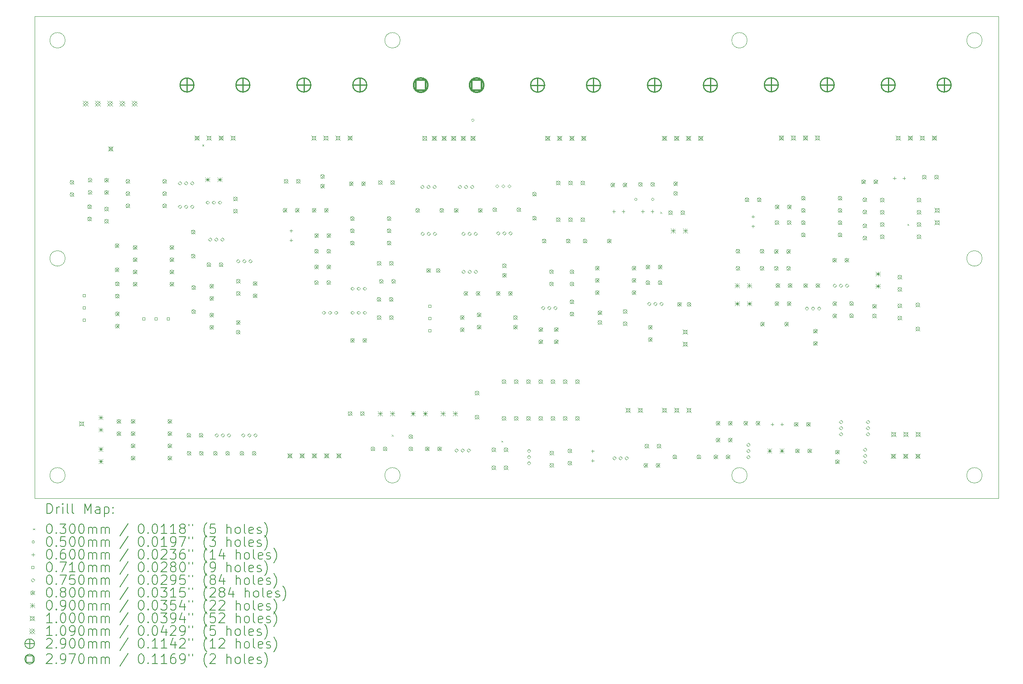
<source format=gbr>
%TF.GenerationSoftware,KiCad,Pcbnew,8.0.2*%
%TF.CreationDate,2024-08-15T15:23:29+09:00*%
%TF.ProjectId,analog_separate,616e616c-6f67-45f7-9365-706172617465,rev?*%
%TF.SameCoordinates,Original*%
%TF.FileFunction,Drillmap*%
%TF.FilePolarity,Positive*%
%FSLAX45Y45*%
G04 Gerber Fmt 4.5, Leading zero omitted, Abs format (unit mm)*
G04 Created by KiCad (PCBNEW 8.0.2) date 2024-08-15 15:23:29*
%MOMM*%
%LPD*%
G01*
G04 APERTURE LIST*
%ADD10C,0.050000*%
%ADD11C,0.200000*%
%ADD12C,0.100000*%
%ADD13C,0.109000*%
%ADD14C,0.290000*%
%ADD15C,0.297000*%
G04 APERTURE END LIST*
D10*
X4210000Y-9000000D02*
G75*
G02*
X3890000Y-9000000I-160000J0D01*
G01*
X3890000Y-9000000D02*
G75*
G02*
X4210000Y-9000000I160000J0D01*
G01*
X23235000Y-13500000D02*
G75*
G02*
X22915000Y-13500000I-160000J0D01*
G01*
X22915000Y-13500000D02*
G75*
G02*
X23235000Y-13500000I160000J0D01*
G01*
X18360000Y-13500000D02*
G75*
G02*
X18040000Y-13500000I-160000J0D01*
G01*
X18040000Y-13500000D02*
G75*
G02*
X18360000Y-13500000I160000J0D01*
G01*
X23235000Y-9000000D02*
G75*
G02*
X22915000Y-9000000I-160000J0D01*
G01*
X22915000Y-9000000D02*
G75*
G02*
X23235000Y-9000000I160000J0D01*
G01*
X18360000Y-4475000D02*
G75*
G02*
X18040000Y-4475000I-160000J0D01*
G01*
X18040000Y-4475000D02*
G75*
G02*
X18360000Y-4475000I160000J0D01*
G01*
X23235000Y-4475000D02*
G75*
G02*
X22915000Y-4475000I-160000J0D01*
G01*
X22915000Y-4475000D02*
G75*
G02*
X23235000Y-4475000I160000J0D01*
G01*
X4210000Y-13500000D02*
G75*
G02*
X3890000Y-13500000I-160000J0D01*
G01*
X3890000Y-13500000D02*
G75*
G02*
X4210000Y-13500000I160000J0D01*
G01*
X3575000Y-3975000D02*
X23575000Y-3975000D01*
X23575000Y-13975000D01*
X3575000Y-13975000D01*
X3575000Y-3975000D01*
X11160000Y-13500000D02*
G75*
G02*
X10840000Y-13500000I-160000J0D01*
G01*
X10840000Y-13500000D02*
G75*
G02*
X11160000Y-13500000I160000J0D01*
G01*
X4210000Y-4475000D02*
G75*
G02*
X3890000Y-4475000I-160000J0D01*
G01*
X3890000Y-4475000D02*
G75*
G02*
X4210000Y-4475000I160000J0D01*
G01*
X11160000Y-4475000D02*
G75*
G02*
X10840000Y-4475000I-160000J0D01*
G01*
X10840000Y-4475000D02*
G75*
G02*
X11160000Y-4475000I160000J0D01*
G01*
D11*
D12*
X7053060Y-6639170D02*
X7083060Y-6669170D01*
X7083060Y-6639170D02*
X7053060Y-6669170D01*
X10985000Y-12660000D02*
X11015000Y-12690000D01*
X11015000Y-12660000D02*
X10985000Y-12690000D01*
X13261330Y-12779830D02*
X13291330Y-12809830D01*
X13291330Y-12779830D02*
X13261330Y-12809830D01*
X16560000Y-8035000D02*
X16590000Y-8065000D01*
X16590000Y-8035000D02*
X16560000Y-8065000D01*
X21685000Y-8285000D02*
X21715000Y-8315000D01*
X21715000Y-8285000D02*
X21685000Y-8315000D01*
X12691500Y-6133500D02*
G75*
G02*
X12641500Y-6133500I-25000J0D01*
G01*
X12641500Y-6133500D02*
G75*
G02*
X12691500Y-6133500I25000J0D01*
G01*
X16075000Y-7775000D02*
G75*
G02*
X16025000Y-7775000I-25000J0D01*
G01*
X16025000Y-7775000D02*
G75*
G02*
X16075000Y-7775000I25000J0D01*
G01*
X16425000Y-7775000D02*
G75*
G02*
X16375000Y-7775000I-25000J0D01*
G01*
X16375000Y-7775000D02*
G75*
G02*
X16425000Y-7775000I25000J0D01*
G01*
X8898000Y-8395000D02*
X8898000Y-8455000D01*
X8868000Y-8425000D02*
X8928000Y-8425000D01*
X8898000Y-8595000D02*
X8898000Y-8655000D01*
X8868000Y-8625000D02*
X8928000Y-8625000D01*
X15154500Y-12965240D02*
X15154500Y-13025240D01*
X15124500Y-12995240D02*
X15184500Y-12995240D01*
X15154500Y-13165240D02*
X15154500Y-13225240D01*
X15124500Y-13195240D02*
X15184500Y-13195240D01*
X15592000Y-7995000D02*
X15592000Y-8055000D01*
X15562000Y-8025000D02*
X15622000Y-8025000D01*
X15792000Y-7995000D02*
X15792000Y-8055000D01*
X15762000Y-8025000D02*
X15822000Y-8025000D01*
X16192000Y-7995000D02*
X16192000Y-8055000D01*
X16162000Y-8025000D02*
X16222000Y-8025000D01*
X16392000Y-7995000D02*
X16392000Y-8055000D01*
X16362000Y-8025000D02*
X16422000Y-8025000D01*
X18480000Y-8102740D02*
X18480000Y-8162740D01*
X18450000Y-8132740D02*
X18510000Y-8132740D01*
X18480000Y-8302740D02*
X18480000Y-8362740D01*
X18450000Y-8332740D02*
X18510000Y-8332740D01*
X18883000Y-12412500D02*
X18883000Y-12472500D01*
X18853000Y-12442500D02*
X18913000Y-12442500D01*
X19083000Y-12412500D02*
X19083000Y-12472500D01*
X19053000Y-12442500D02*
X19113000Y-12442500D01*
X21415740Y-7307000D02*
X21415740Y-7367000D01*
X21385740Y-7337000D02*
X21445740Y-7337000D01*
X21615740Y-7307000D02*
X21615740Y-7367000D01*
X21585740Y-7337000D02*
X21645740Y-7337000D01*
X4625103Y-9792103D02*
X4625103Y-9741898D01*
X4574898Y-9741898D01*
X4574898Y-9792103D01*
X4625103Y-9792103D01*
X4625103Y-10046103D02*
X4625103Y-9995898D01*
X4574898Y-9995898D01*
X4574898Y-10046103D01*
X4625103Y-10046103D01*
X4625103Y-10300103D02*
X4625103Y-10249898D01*
X4574898Y-10249898D01*
X4574898Y-10300103D01*
X4625103Y-10300103D01*
X5865102Y-10279103D02*
X5865102Y-10228898D01*
X5814897Y-10228898D01*
X5814897Y-10279103D01*
X5865102Y-10279103D01*
X6119102Y-10279103D02*
X6119102Y-10228898D01*
X6068897Y-10228898D01*
X6068897Y-10279103D01*
X6119102Y-10279103D01*
X6373102Y-10279103D02*
X6373102Y-10228898D01*
X6322897Y-10228898D01*
X6322897Y-10279103D01*
X6373102Y-10279103D01*
X11798102Y-10017103D02*
X11798102Y-9966898D01*
X11747897Y-9966898D01*
X11747897Y-10017103D01*
X11798102Y-10017103D01*
X11798102Y-10271103D02*
X11798102Y-10220898D01*
X11747897Y-10220898D01*
X11747897Y-10271103D01*
X11798102Y-10271103D01*
X11798102Y-10525103D02*
X11798102Y-10474898D01*
X11747897Y-10474898D01*
X11747897Y-10525103D01*
X11798102Y-10525103D01*
X6588000Y-7476500D02*
X6625500Y-7439000D01*
X6588000Y-7401500D01*
X6550500Y-7439000D01*
X6588000Y-7476500D01*
X6590000Y-7962500D02*
X6627500Y-7925000D01*
X6590000Y-7887500D01*
X6552500Y-7925000D01*
X6590000Y-7962500D01*
X6715000Y-7476500D02*
X6752500Y-7439000D01*
X6715000Y-7401500D01*
X6677500Y-7439000D01*
X6715000Y-7476500D01*
X6717000Y-7962500D02*
X6754500Y-7925000D01*
X6717000Y-7887500D01*
X6679500Y-7925000D01*
X6717000Y-7962500D01*
X6842000Y-7476500D02*
X6879500Y-7439000D01*
X6842000Y-7401500D01*
X6804500Y-7439000D01*
X6842000Y-7476500D01*
X6844000Y-7962500D02*
X6881500Y-7925000D01*
X6844000Y-7887500D01*
X6806500Y-7925000D01*
X6844000Y-7962500D01*
X7163000Y-7876500D02*
X7200500Y-7839000D01*
X7163000Y-7801500D01*
X7125500Y-7839000D01*
X7163000Y-7876500D01*
X7215000Y-8645500D02*
X7252500Y-8608000D01*
X7215000Y-8570500D01*
X7177500Y-8608000D01*
X7215000Y-8645500D01*
X7290000Y-7876500D02*
X7327500Y-7839000D01*
X7290000Y-7801500D01*
X7252500Y-7839000D01*
X7290000Y-7876500D01*
X7342000Y-8645500D02*
X7379500Y-8608000D01*
X7342000Y-8570500D01*
X7304500Y-8608000D01*
X7342000Y-8645500D01*
X7350000Y-12705000D02*
X7387500Y-12667500D01*
X7350000Y-12630000D01*
X7312500Y-12667500D01*
X7350000Y-12705000D01*
X7417000Y-7876500D02*
X7454500Y-7839000D01*
X7417000Y-7801500D01*
X7379500Y-7839000D01*
X7417000Y-7876500D01*
X7469000Y-8645500D02*
X7506500Y-8608000D01*
X7469000Y-8570500D01*
X7431500Y-8608000D01*
X7469000Y-8645500D01*
X7477000Y-12705000D02*
X7514500Y-12667500D01*
X7477000Y-12630000D01*
X7439500Y-12667500D01*
X7477000Y-12705000D01*
X7604000Y-12705000D02*
X7641500Y-12667500D01*
X7604000Y-12630000D01*
X7566500Y-12667500D01*
X7604000Y-12705000D01*
X7794000Y-9091500D02*
X7831500Y-9054000D01*
X7794000Y-9016500D01*
X7756500Y-9054000D01*
X7794000Y-9091500D01*
X7900000Y-12705000D02*
X7937500Y-12667500D01*
X7900000Y-12630000D01*
X7862500Y-12667500D01*
X7900000Y-12705000D01*
X7921000Y-9091500D02*
X7958500Y-9054000D01*
X7921000Y-9016500D01*
X7883500Y-9054000D01*
X7921000Y-9091500D01*
X8027000Y-12705000D02*
X8064500Y-12667500D01*
X8027000Y-12630000D01*
X7989500Y-12667500D01*
X8027000Y-12705000D01*
X8048000Y-9091500D02*
X8085500Y-9054000D01*
X8048000Y-9016500D01*
X8010500Y-9054000D01*
X8048000Y-9091500D01*
X8154000Y-12705000D02*
X8191500Y-12667500D01*
X8154000Y-12630000D01*
X8116500Y-12667500D01*
X8154000Y-12705000D01*
X9573000Y-10162500D02*
X9610500Y-10125000D01*
X9573000Y-10087500D01*
X9535500Y-10125000D01*
X9573000Y-10162500D01*
X9700000Y-10162500D02*
X9737500Y-10125000D01*
X9700000Y-10087500D01*
X9662500Y-10125000D01*
X9700000Y-10162500D01*
X9827000Y-10162500D02*
X9864500Y-10125000D01*
X9827000Y-10087500D01*
X9789500Y-10125000D01*
X9827000Y-10162500D01*
X10169000Y-9662500D02*
X10206500Y-9625000D01*
X10169000Y-9587500D01*
X10131500Y-9625000D01*
X10169000Y-9662500D01*
X10169000Y-10162500D02*
X10206500Y-10125000D01*
X10169000Y-10087500D01*
X10131500Y-10125000D01*
X10169000Y-10162500D01*
X10296000Y-9662500D02*
X10333500Y-9625000D01*
X10296000Y-9587500D01*
X10258500Y-9625000D01*
X10296000Y-9662500D01*
X10296000Y-10162500D02*
X10333500Y-10125000D01*
X10296000Y-10087500D01*
X10258500Y-10125000D01*
X10296000Y-10162500D01*
X10423000Y-9662500D02*
X10460500Y-9625000D01*
X10423000Y-9587500D01*
X10385500Y-9625000D01*
X10423000Y-9662500D01*
X10423000Y-10162500D02*
X10460500Y-10125000D01*
X10423000Y-10087500D01*
X10385500Y-10125000D01*
X10423000Y-10162500D01*
X11617000Y-7551500D02*
X11654500Y-7514000D01*
X11617000Y-7476500D01*
X11579500Y-7514000D01*
X11617000Y-7551500D01*
X11621000Y-8526500D02*
X11658500Y-8489000D01*
X11621000Y-8451500D01*
X11583500Y-8489000D01*
X11621000Y-8526500D01*
X11744000Y-7551500D02*
X11781500Y-7514000D01*
X11744000Y-7476500D01*
X11706500Y-7514000D01*
X11744000Y-7551500D01*
X11748000Y-8526500D02*
X11785500Y-8489000D01*
X11748000Y-8451500D01*
X11710500Y-8489000D01*
X11748000Y-8526500D01*
X11871000Y-7551500D02*
X11908500Y-7514000D01*
X11871000Y-7476500D01*
X11833500Y-7514000D01*
X11871000Y-7551500D01*
X11875000Y-8526500D02*
X11912500Y-8489000D01*
X11875000Y-8451500D01*
X11837500Y-8489000D01*
X11875000Y-8526500D01*
X12327000Y-13019000D02*
X12364500Y-12981500D01*
X12327000Y-12944000D01*
X12289500Y-12981500D01*
X12327000Y-13019000D01*
X12396000Y-7551500D02*
X12433500Y-7514000D01*
X12396000Y-7476500D01*
X12358500Y-7514000D01*
X12396000Y-7551500D01*
X12454000Y-13019000D02*
X12491500Y-12981500D01*
X12454000Y-12944000D01*
X12416500Y-12981500D01*
X12454000Y-13019000D01*
X12469000Y-8526500D02*
X12506500Y-8489000D01*
X12469000Y-8451500D01*
X12431500Y-8489000D01*
X12469000Y-8526500D01*
X12471000Y-9312500D02*
X12508500Y-9275000D01*
X12471000Y-9237500D01*
X12433500Y-9275000D01*
X12471000Y-9312500D01*
X12523000Y-7551500D02*
X12560500Y-7514000D01*
X12523000Y-7476500D01*
X12485500Y-7514000D01*
X12523000Y-7551500D01*
X12581000Y-13019000D02*
X12618500Y-12981500D01*
X12581000Y-12944000D01*
X12543500Y-12981500D01*
X12581000Y-13019000D01*
X12596000Y-8526500D02*
X12633500Y-8489000D01*
X12596000Y-8451500D01*
X12558500Y-8489000D01*
X12596000Y-8526500D01*
X12598000Y-9312500D02*
X12635500Y-9275000D01*
X12598000Y-9237500D01*
X12560500Y-9275000D01*
X12598000Y-9312500D01*
X12650000Y-7551500D02*
X12687500Y-7514000D01*
X12650000Y-7476500D01*
X12612500Y-7514000D01*
X12650000Y-7551500D01*
X12723000Y-8526500D02*
X12760500Y-8489000D01*
X12723000Y-8451500D01*
X12685500Y-8489000D01*
X12723000Y-8526500D01*
X12725000Y-9312500D02*
X12762500Y-9275000D01*
X12725000Y-9237500D01*
X12687500Y-9275000D01*
X12725000Y-9312500D01*
X13169000Y-7537500D02*
X13206500Y-7500000D01*
X13169000Y-7462500D01*
X13131500Y-7500000D01*
X13169000Y-7537500D01*
X13194000Y-8512500D02*
X13231500Y-8475000D01*
X13194000Y-8437500D01*
X13156500Y-8475000D01*
X13194000Y-8512500D01*
X13296000Y-7537500D02*
X13333500Y-7500000D01*
X13296000Y-7462500D01*
X13258500Y-7500000D01*
X13296000Y-7537500D01*
X13321000Y-8512500D02*
X13358500Y-8475000D01*
X13321000Y-8437500D01*
X13283500Y-8475000D01*
X13321000Y-8512500D01*
X13423000Y-7537500D02*
X13460500Y-7500000D01*
X13423000Y-7462500D01*
X13385500Y-7500000D01*
X13423000Y-7537500D01*
X13448000Y-8512500D02*
X13485500Y-8475000D01*
X13448000Y-8437500D01*
X13410500Y-8475000D01*
X13448000Y-8512500D01*
X13829500Y-13030000D02*
X13867000Y-12992500D01*
X13829500Y-12955000D01*
X13792000Y-12992500D01*
X13829500Y-13030000D01*
X13829500Y-13157000D02*
X13867000Y-13119500D01*
X13829500Y-13082000D01*
X13792000Y-13119500D01*
X13829500Y-13157000D01*
X13829500Y-13284000D02*
X13867000Y-13246500D01*
X13829500Y-13209000D01*
X13792000Y-13246500D01*
X13829500Y-13284000D01*
X14123000Y-10062500D02*
X14160500Y-10025000D01*
X14123000Y-9987500D01*
X14085500Y-10025000D01*
X14123000Y-10062500D01*
X14250000Y-10062500D02*
X14287500Y-10025000D01*
X14250000Y-9987500D01*
X14212500Y-10025000D01*
X14250000Y-10062500D01*
X14377000Y-10062500D02*
X14414500Y-10025000D01*
X14377000Y-9987500D01*
X14339500Y-10025000D01*
X14377000Y-10062500D01*
X15600500Y-13180000D02*
X15638000Y-13142500D01*
X15600500Y-13105000D01*
X15563000Y-13142500D01*
X15600500Y-13180000D01*
X15727500Y-13180000D02*
X15765000Y-13142500D01*
X15727500Y-13105000D01*
X15690000Y-13142500D01*
X15727500Y-13180000D01*
X15854500Y-13180000D02*
X15892000Y-13142500D01*
X15854500Y-13105000D01*
X15817000Y-13142500D01*
X15854500Y-13180000D01*
X16326000Y-9979000D02*
X16363500Y-9941500D01*
X16326000Y-9904000D01*
X16288500Y-9941500D01*
X16326000Y-9979000D01*
X16453000Y-9979000D02*
X16490500Y-9941500D01*
X16453000Y-9904000D01*
X16415500Y-9941500D01*
X16453000Y-9979000D01*
X16580000Y-9979000D02*
X16617500Y-9941500D01*
X16580000Y-9904000D01*
X16542500Y-9941500D01*
X16580000Y-9979000D01*
X18383000Y-12903000D02*
X18420500Y-12865500D01*
X18383000Y-12828000D01*
X18345500Y-12865500D01*
X18383000Y-12903000D01*
X18383000Y-13030000D02*
X18420500Y-12992500D01*
X18383000Y-12955000D01*
X18345500Y-12992500D01*
X18383000Y-13030000D01*
X18383000Y-13157000D02*
X18420500Y-13119500D01*
X18383000Y-13082000D01*
X18345500Y-13119500D01*
X18383000Y-13157000D01*
X19596000Y-10074500D02*
X19633500Y-10037000D01*
X19596000Y-9999500D01*
X19558500Y-10037000D01*
X19596000Y-10074500D01*
X19723000Y-10074500D02*
X19760500Y-10037000D01*
X19723000Y-9999500D01*
X19685500Y-10037000D01*
X19723000Y-10074500D01*
X19850000Y-10074500D02*
X19887500Y-10037000D01*
X19850000Y-9999500D01*
X19812500Y-10037000D01*
X19850000Y-10074500D01*
X20175000Y-9599500D02*
X20212500Y-9562000D01*
X20175000Y-9524500D01*
X20137500Y-9562000D01*
X20175000Y-9599500D01*
X20302000Y-9599500D02*
X20339500Y-9562000D01*
X20302000Y-9524500D01*
X20264500Y-9562000D01*
X20302000Y-9599500D01*
X20304000Y-12430000D02*
X20341500Y-12392500D01*
X20304000Y-12355000D01*
X20266500Y-12392500D01*
X20304000Y-12430000D01*
X20304000Y-12557000D02*
X20341500Y-12519500D01*
X20304000Y-12482000D01*
X20266500Y-12519500D01*
X20304000Y-12557000D01*
X20304000Y-12684000D02*
X20341500Y-12646500D01*
X20304000Y-12609000D01*
X20266500Y-12646500D01*
X20304000Y-12684000D01*
X20429000Y-9599500D02*
X20466500Y-9562000D01*
X20429000Y-9524500D01*
X20391500Y-9562000D01*
X20429000Y-9599500D01*
X20804000Y-13005000D02*
X20841500Y-12967500D01*
X20804000Y-12930000D01*
X20766500Y-12967500D01*
X20804000Y-13005000D01*
X20804000Y-13132000D02*
X20841500Y-13094500D01*
X20804000Y-13057000D01*
X20766500Y-13094500D01*
X20804000Y-13132000D01*
X20804000Y-13259000D02*
X20841500Y-13221500D01*
X20804000Y-13184000D01*
X20766500Y-13221500D01*
X20804000Y-13259000D01*
X20865000Y-12428000D02*
X20902500Y-12390500D01*
X20865000Y-12353000D01*
X20827500Y-12390500D01*
X20865000Y-12428000D01*
X20865000Y-12555000D02*
X20902500Y-12517500D01*
X20865000Y-12480000D01*
X20827500Y-12517500D01*
X20865000Y-12555000D01*
X20865000Y-12682000D02*
X20902500Y-12644500D01*
X20865000Y-12607000D01*
X20827500Y-12644500D01*
X20865000Y-12682000D01*
X4310000Y-7381000D02*
X4390000Y-7461000D01*
X4390000Y-7381000D02*
X4310000Y-7461000D01*
X4390000Y-7421000D02*
G75*
G02*
X4310000Y-7421000I-40000J0D01*
G01*
X4310000Y-7421000D02*
G75*
G02*
X4390000Y-7421000I40000J0D01*
G01*
X4310000Y-7635000D02*
X4390000Y-7715000D01*
X4390000Y-7635000D02*
X4310000Y-7715000D01*
X4390000Y-7675000D02*
G75*
G02*
X4310000Y-7675000I-40000J0D01*
G01*
X4310000Y-7675000D02*
G75*
G02*
X4390000Y-7675000I40000J0D01*
G01*
X4675000Y-7888000D02*
X4755000Y-7968000D01*
X4755000Y-7888000D02*
X4675000Y-7968000D01*
X4755000Y-7928000D02*
G75*
G02*
X4675000Y-7928000I-40000J0D01*
G01*
X4675000Y-7928000D02*
G75*
G02*
X4755000Y-7928000I40000J0D01*
G01*
X4675000Y-8142000D02*
X4755000Y-8222000D01*
X4755000Y-8142000D02*
X4675000Y-8222000D01*
X4755000Y-8182000D02*
G75*
G02*
X4675000Y-8182000I-40000J0D01*
G01*
X4675000Y-8182000D02*
G75*
G02*
X4755000Y-8182000I40000J0D01*
G01*
X4685000Y-7335000D02*
X4765000Y-7415000D01*
X4765000Y-7335000D02*
X4685000Y-7415000D01*
X4765000Y-7375000D02*
G75*
G02*
X4685000Y-7375000I-40000J0D01*
G01*
X4685000Y-7375000D02*
G75*
G02*
X4765000Y-7375000I40000J0D01*
G01*
X4685000Y-7589000D02*
X4765000Y-7669000D01*
X4765000Y-7589000D02*
X4685000Y-7669000D01*
X4765000Y-7629000D02*
G75*
G02*
X4685000Y-7629000I-40000J0D01*
G01*
X4685000Y-7629000D02*
G75*
G02*
X4765000Y-7629000I40000J0D01*
G01*
X5025000Y-7338000D02*
X5105000Y-7418000D01*
X5105000Y-7338000D02*
X5025000Y-7418000D01*
X5105000Y-7378000D02*
G75*
G02*
X5025000Y-7378000I-40000J0D01*
G01*
X5025000Y-7378000D02*
G75*
G02*
X5105000Y-7378000I40000J0D01*
G01*
X5025000Y-7592000D02*
X5105000Y-7672000D01*
X5105000Y-7592000D02*
X5025000Y-7672000D01*
X5105000Y-7632000D02*
G75*
G02*
X5025000Y-7632000I-40000J0D01*
G01*
X5025000Y-7632000D02*
G75*
G02*
X5105000Y-7632000I40000J0D01*
G01*
X5025000Y-7933500D02*
X5105000Y-8013500D01*
X5105000Y-7933500D02*
X5025000Y-8013500D01*
X5105000Y-7973500D02*
G75*
G02*
X5025000Y-7973500I-40000J0D01*
G01*
X5025000Y-7973500D02*
G75*
G02*
X5105000Y-7973500I40000J0D01*
G01*
X5025000Y-8187500D02*
X5105000Y-8267500D01*
X5105000Y-8187500D02*
X5025000Y-8267500D01*
X5105000Y-8227500D02*
G75*
G02*
X5025000Y-8227500I-40000J0D01*
G01*
X5025000Y-8227500D02*
G75*
G02*
X5105000Y-8227500I40000J0D01*
G01*
X5245000Y-8695000D02*
X5325000Y-8775000D01*
X5325000Y-8695000D02*
X5245000Y-8775000D01*
X5325000Y-8735000D02*
G75*
G02*
X5245000Y-8735000I-40000J0D01*
G01*
X5245000Y-8735000D02*
G75*
G02*
X5325000Y-8735000I40000J0D01*
G01*
X5245000Y-9195000D02*
X5325000Y-9275000D01*
X5325000Y-9195000D02*
X5245000Y-9275000D01*
X5325000Y-9235000D02*
G75*
G02*
X5245000Y-9235000I-40000J0D01*
G01*
X5245000Y-9235000D02*
G75*
G02*
X5325000Y-9235000I40000J0D01*
G01*
X5250000Y-9488000D02*
X5330000Y-9568000D01*
X5330000Y-9488000D02*
X5250000Y-9568000D01*
X5330000Y-9528000D02*
G75*
G02*
X5250000Y-9528000I-40000J0D01*
G01*
X5250000Y-9528000D02*
G75*
G02*
X5330000Y-9528000I40000J0D01*
G01*
X5250000Y-9742000D02*
X5330000Y-9822000D01*
X5330000Y-9742000D02*
X5250000Y-9822000D01*
X5330000Y-9782000D02*
G75*
G02*
X5250000Y-9782000I-40000J0D01*
G01*
X5250000Y-9782000D02*
G75*
G02*
X5330000Y-9782000I40000J0D01*
G01*
X5250000Y-10108500D02*
X5330000Y-10188500D01*
X5330000Y-10108500D02*
X5250000Y-10188500D01*
X5330000Y-10148500D02*
G75*
G02*
X5250000Y-10148500I-40000J0D01*
G01*
X5250000Y-10148500D02*
G75*
G02*
X5330000Y-10148500I40000J0D01*
G01*
X5250000Y-10362500D02*
X5330000Y-10442500D01*
X5330000Y-10362500D02*
X5250000Y-10442500D01*
X5330000Y-10402500D02*
G75*
G02*
X5250000Y-10402500I-40000J0D01*
G01*
X5250000Y-10402500D02*
G75*
G02*
X5330000Y-10402500I40000J0D01*
G01*
X5282000Y-12341500D02*
X5362000Y-12421500D01*
X5362000Y-12341500D02*
X5282000Y-12421500D01*
X5362000Y-12381500D02*
G75*
G02*
X5282000Y-12381500I-40000J0D01*
G01*
X5282000Y-12381500D02*
G75*
G02*
X5362000Y-12381500I40000J0D01*
G01*
X5282000Y-12595500D02*
X5362000Y-12675500D01*
X5362000Y-12595500D02*
X5282000Y-12675500D01*
X5362000Y-12635500D02*
G75*
G02*
X5282000Y-12635500I-40000J0D01*
G01*
X5282000Y-12635500D02*
G75*
G02*
X5362000Y-12635500I40000J0D01*
G01*
X5470000Y-7360500D02*
X5550000Y-7440500D01*
X5550000Y-7360500D02*
X5470000Y-7440500D01*
X5550000Y-7400500D02*
G75*
G02*
X5470000Y-7400500I-40000J0D01*
G01*
X5470000Y-7400500D02*
G75*
G02*
X5550000Y-7400500I40000J0D01*
G01*
X5470000Y-7614500D02*
X5550000Y-7694500D01*
X5550000Y-7614500D02*
X5470000Y-7694500D01*
X5550000Y-7654500D02*
G75*
G02*
X5470000Y-7654500I-40000J0D01*
G01*
X5470000Y-7654500D02*
G75*
G02*
X5550000Y-7654500I40000J0D01*
G01*
X5470000Y-7868500D02*
X5550000Y-7948500D01*
X5550000Y-7868500D02*
X5470000Y-7948500D01*
X5550000Y-7908500D02*
G75*
G02*
X5470000Y-7908500I-40000J0D01*
G01*
X5470000Y-7908500D02*
G75*
G02*
X5550000Y-7908500I40000J0D01*
G01*
X5577000Y-12340500D02*
X5657000Y-12420500D01*
X5657000Y-12340500D02*
X5577000Y-12420500D01*
X5657000Y-12380500D02*
G75*
G02*
X5577000Y-12380500I-40000J0D01*
G01*
X5577000Y-12380500D02*
G75*
G02*
X5657000Y-12380500I40000J0D01*
G01*
X5577000Y-12594500D02*
X5657000Y-12674500D01*
X5657000Y-12594500D02*
X5577000Y-12674500D01*
X5657000Y-12634500D02*
G75*
G02*
X5577000Y-12634500I-40000J0D01*
G01*
X5577000Y-12634500D02*
G75*
G02*
X5657000Y-12634500I40000J0D01*
G01*
X5577000Y-12848500D02*
X5657000Y-12928500D01*
X5657000Y-12848500D02*
X5577000Y-12928500D01*
X5657000Y-12888500D02*
G75*
G02*
X5577000Y-12888500I-40000J0D01*
G01*
X5577000Y-12888500D02*
G75*
G02*
X5657000Y-12888500I40000J0D01*
G01*
X5577000Y-13102500D02*
X5657000Y-13182500D01*
X5657000Y-13102500D02*
X5577000Y-13182500D01*
X5657000Y-13142500D02*
G75*
G02*
X5577000Y-13142500I-40000J0D01*
G01*
X5577000Y-13142500D02*
G75*
G02*
X5657000Y-13142500I40000J0D01*
G01*
X5620000Y-8733000D02*
X5700000Y-8813000D01*
X5700000Y-8733000D02*
X5620000Y-8813000D01*
X5700000Y-8773000D02*
G75*
G02*
X5620000Y-8773000I-40000J0D01*
G01*
X5620000Y-8773000D02*
G75*
G02*
X5700000Y-8773000I40000J0D01*
G01*
X5620000Y-8987000D02*
X5700000Y-9067000D01*
X5700000Y-8987000D02*
X5620000Y-9067000D01*
X5700000Y-9027000D02*
G75*
G02*
X5620000Y-9027000I-40000J0D01*
G01*
X5620000Y-9027000D02*
G75*
G02*
X5700000Y-9027000I40000J0D01*
G01*
X5620000Y-9241000D02*
X5700000Y-9321000D01*
X5700000Y-9241000D02*
X5620000Y-9321000D01*
X5700000Y-9281000D02*
G75*
G02*
X5620000Y-9281000I-40000J0D01*
G01*
X5620000Y-9281000D02*
G75*
G02*
X5700000Y-9281000I40000J0D01*
G01*
X5620000Y-9495000D02*
X5700000Y-9575000D01*
X5700000Y-9495000D02*
X5620000Y-9575000D01*
X5700000Y-9535000D02*
G75*
G02*
X5620000Y-9535000I-40000J0D01*
G01*
X5620000Y-9535000D02*
G75*
G02*
X5700000Y-9535000I40000J0D01*
G01*
X6232000Y-7360500D02*
X6312000Y-7440500D01*
X6312000Y-7360500D02*
X6232000Y-7440500D01*
X6312000Y-7400500D02*
G75*
G02*
X6232000Y-7400500I-40000J0D01*
G01*
X6232000Y-7400500D02*
G75*
G02*
X6312000Y-7400500I40000J0D01*
G01*
X6232000Y-7614500D02*
X6312000Y-7694500D01*
X6312000Y-7614500D02*
X6232000Y-7694500D01*
X6312000Y-7654500D02*
G75*
G02*
X6232000Y-7654500I-40000J0D01*
G01*
X6232000Y-7654500D02*
G75*
G02*
X6312000Y-7654500I40000J0D01*
G01*
X6232000Y-7868500D02*
X6312000Y-7948500D01*
X6312000Y-7868500D02*
X6232000Y-7948500D01*
X6312000Y-7908500D02*
G75*
G02*
X6232000Y-7908500I-40000J0D01*
G01*
X6232000Y-7908500D02*
G75*
G02*
X6312000Y-7908500I40000J0D01*
G01*
X6339000Y-12340500D02*
X6419000Y-12420500D01*
X6419000Y-12340500D02*
X6339000Y-12420500D01*
X6419000Y-12380500D02*
G75*
G02*
X6339000Y-12380500I-40000J0D01*
G01*
X6339000Y-12380500D02*
G75*
G02*
X6419000Y-12380500I40000J0D01*
G01*
X6339000Y-12594500D02*
X6419000Y-12674500D01*
X6419000Y-12594500D02*
X6339000Y-12674500D01*
X6419000Y-12634500D02*
G75*
G02*
X6339000Y-12634500I-40000J0D01*
G01*
X6339000Y-12634500D02*
G75*
G02*
X6419000Y-12634500I40000J0D01*
G01*
X6339000Y-12848500D02*
X6419000Y-12928500D01*
X6419000Y-12848500D02*
X6339000Y-12928500D01*
X6419000Y-12888500D02*
G75*
G02*
X6339000Y-12888500I-40000J0D01*
G01*
X6339000Y-12888500D02*
G75*
G02*
X6419000Y-12888500I40000J0D01*
G01*
X6339000Y-13102500D02*
X6419000Y-13182500D01*
X6419000Y-13102500D02*
X6339000Y-13182500D01*
X6419000Y-13142500D02*
G75*
G02*
X6339000Y-13142500I-40000J0D01*
G01*
X6339000Y-13142500D02*
G75*
G02*
X6419000Y-13142500I40000J0D01*
G01*
X6382000Y-8733000D02*
X6462000Y-8813000D01*
X6462000Y-8733000D02*
X6382000Y-8813000D01*
X6462000Y-8773000D02*
G75*
G02*
X6382000Y-8773000I-40000J0D01*
G01*
X6382000Y-8773000D02*
G75*
G02*
X6462000Y-8773000I40000J0D01*
G01*
X6382000Y-8987000D02*
X6462000Y-9067000D01*
X6462000Y-8987000D02*
X6382000Y-9067000D01*
X6462000Y-9027000D02*
G75*
G02*
X6382000Y-9027000I-40000J0D01*
G01*
X6382000Y-9027000D02*
G75*
G02*
X6462000Y-9027000I40000J0D01*
G01*
X6382000Y-9241000D02*
X6462000Y-9321000D01*
X6462000Y-9241000D02*
X6382000Y-9321000D01*
X6462000Y-9281000D02*
G75*
G02*
X6382000Y-9281000I-40000J0D01*
G01*
X6382000Y-9281000D02*
G75*
G02*
X6462000Y-9281000I40000J0D01*
G01*
X6382000Y-9495000D02*
X6462000Y-9575000D01*
X6462000Y-9495000D02*
X6382000Y-9575000D01*
X6462000Y-9535000D02*
G75*
G02*
X6382000Y-9535000I-40000J0D01*
G01*
X6382000Y-9535000D02*
G75*
G02*
X6462000Y-9535000I40000J0D01*
G01*
X6735000Y-12627500D02*
X6815000Y-12707500D01*
X6815000Y-12627500D02*
X6735000Y-12707500D01*
X6815000Y-12667500D02*
G75*
G02*
X6735000Y-12667500I-40000J0D01*
G01*
X6735000Y-12667500D02*
G75*
G02*
X6815000Y-12667500I40000J0D01*
G01*
X6739500Y-13002500D02*
X6819500Y-13082500D01*
X6819500Y-13002500D02*
X6739500Y-13082500D01*
X6819500Y-13042500D02*
G75*
G02*
X6739500Y-13042500I-40000J0D01*
G01*
X6739500Y-13042500D02*
G75*
G02*
X6819500Y-13042500I40000J0D01*
G01*
X6825000Y-8413000D02*
X6905000Y-8493000D01*
X6905000Y-8413000D02*
X6825000Y-8493000D01*
X6905000Y-8453000D02*
G75*
G02*
X6825000Y-8453000I-40000J0D01*
G01*
X6825000Y-8453000D02*
G75*
G02*
X6905000Y-8453000I40000J0D01*
G01*
X6825000Y-8913000D02*
X6905000Y-8993000D01*
X6905000Y-8913000D02*
X6825000Y-8993000D01*
X6905000Y-8953000D02*
G75*
G02*
X6825000Y-8953000I-40000J0D01*
G01*
X6825000Y-8953000D02*
G75*
G02*
X6905000Y-8953000I40000J0D01*
G01*
X6833000Y-9564000D02*
X6913000Y-9644000D01*
X6913000Y-9564000D02*
X6833000Y-9644000D01*
X6913000Y-9604000D02*
G75*
G02*
X6833000Y-9604000I-40000J0D01*
G01*
X6833000Y-9604000D02*
G75*
G02*
X6913000Y-9604000I40000J0D01*
G01*
X6833000Y-10064000D02*
X6913000Y-10144000D01*
X6913000Y-10064000D02*
X6833000Y-10144000D01*
X6913000Y-10104000D02*
G75*
G02*
X6833000Y-10104000I-40000J0D01*
G01*
X6833000Y-10104000D02*
G75*
G02*
X6913000Y-10104000I40000J0D01*
G01*
X6989000Y-12627500D02*
X7069000Y-12707500D01*
X7069000Y-12627500D02*
X6989000Y-12707500D01*
X7069000Y-12667500D02*
G75*
G02*
X6989000Y-12667500I-40000J0D01*
G01*
X6989000Y-12667500D02*
G75*
G02*
X7069000Y-12667500I40000J0D01*
G01*
X6993500Y-13002500D02*
X7073500Y-13082500D01*
X7073500Y-13002500D02*
X6993500Y-13082500D01*
X7073500Y-13042500D02*
G75*
G02*
X6993500Y-13042500I-40000J0D01*
G01*
X6993500Y-13042500D02*
G75*
G02*
X7073500Y-13042500I40000J0D01*
G01*
X7150000Y-9088000D02*
X7230000Y-9168000D01*
X7230000Y-9088000D02*
X7150000Y-9168000D01*
X7230000Y-9128000D02*
G75*
G02*
X7150000Y-9128000I-40000J0D01*
G01*
X7150000Y-9128000D02*
G75*
G02*
X7230000Y-9128000I40000J0D01*
G01*
X7208000Y-9535000D02*
X7288000Y-9615000D01*
X7288000Y-9535000D02*
X7208000Y-9615000D01*
X7288000Y-9575000D02*
G75*
G02*
X7208000Y-9575000I-40000J0D01*
G01*
X7208000Y-9575000D02*
G75*
G02*
X7288000Y-9575000I40000J0D01*
G01*
X7208000Y-9789000D02*
X7288000Y-9869000D01*
X7288000Y-9789000D02*
X7208000Y-9869000D01*
X7288000Y-9829000D02*
G75*
G02*
X7208000Y-9829000I-40000J0D01*
G01*
X7208000Y-9829000D02*
G75*
G02*
X7288000Y-9829000I40000J0D01*
G01*
X7208000Y-10134500D02*
X7288000Y-10214500D01*
X7288000Y-10134500D02*
X7208000Y-10214500D01*
X7288000Y-10174500D02*
G75*
G02*
X7208000Y-10174500I-40000J0D01*
G01*
X7208000Y-10174500D02*
G75*
G02*
X7288000Y-10174500I40000J0D01*
G01*
X7208000Y-10388500D02*
X7288000Y-10468500D01*
X7288000Y-10388500D02*
X7208000Y-10468500D01*
X7288000Y-10428500D02*
G75*
G02*
X7208000Y-10428500I-40000J0D01*
G01*
X7208000Y-10428500D02*
G75*
G02*
X7288000Y-10428500I40000J0D01*
G01*
X7285000Y-13002500D02*
X7365000Y-13082500D01*
X7365000Y-13002500D02*
X7285000Y-13082500D01*
X7365000Y-13042500D02*
G75*
G02*
X7285000Y-13042500I-40000J0D01*
G01*
X7285000Y-13042500D02*
G75*
G02*
X7365000Y-13042500I40000J0D01*
G01*
X7404000Y-9088000D02*
X7484000Y-9168000D01*
X7484000Y-9088000D02*
X7404000Y-9168000D01*
X7484000Y-9128000D02*
G75*
G02*
X7404000Y-9128000I-40000J0D01*
G01*
X7404000Y-9128000D02*
G75*
G02*
X7484000Y-9128000I40000J0D01*
G01*
X7539000Y-13002500D02*
X7619000Y-13082500D01*
X7619000Y-13002500D02*
X7539000Y-13082500D01*
X7619000Y-13042500D02*
G75*
G02*
X7539000Y-13042500I-40000J0D01*
G01*
X7539000Y-13042500D02*
G75*
G02*
X7619000Y-13042500I40000J0D01*
G01*
X7702000Y-7724000D02*
X7782000Y-7804000D01*
X7782000Y-7724000D02*
X7702000Y-7804000D01*
X7782000Y-7764000D02*
G75*
G02*
X7702000Y-7764000I-40000J0D01*
G01*
X7702000Y-7764000D02*
G75*
G02*
X7782000Y-7764000I40000J0D01*
G01*
X7702000Y-7978000D02*
X7782000Y-8058000D01*
X7782000Y-7978000D02*
X7702000Y-8058000D01*
X7782000Y-8018000D02*
G75*
G02*
X7702000Y-8018000I-40000J0D01*
G01*
X7702000Y-8018000D02*
G75*
G02*
X7782000Y-8018000I40000J0D01*
G01*
X7758000Y-10289000D02*
X7838000Y-10369000D01*
X7838000Y-10289000D02*
X7758000Y-10369000D01*
X7838000Y-10329000D02*
G75*
G02*
X7758000Y-10329000I-40000J0D01*
G01*
X7758000Y-10329000D02*
G75*
G02*
X7838000Y-10329000I40000J0D01*
G01*
X7758000Y-10489000D02*
X7838000Y-10569000D01*
X7838000Y-10489000D02*
X7758000Y-10569000D01*
X7838000Y-10529000D02*
G75*
G02*
X7758000Y-10529000I-40000J0D01*
G01*
X7758000Y-10529000D02*
G75*
G02*
X7838000Y-10529000I40000J0D01*
G01*
X7760000Y-9431000D02*
X7840000Y-9511000D01*
X7840000Y-9431000D02*
X7760000Y-9511000D01*
X7840000Y-9471000D02*
G75*
G02*
X7760000Y-9471000I-40000J0D01*
G01*
X7760000Y-9471000D02*
G75*
G02*
X7840000Y-9471000I40000J0D01*
G01*
X7760000Y-9685000D02*
X7840000Y-9765000D01*
X7840000Y-9685000D02*
X7760000Y-9765000D01*
X7840000Y-9725000D02*
G75*
G02*
X7760000Y-9725000I-40000J0D01*
G01*
X7760000Y-9725000D02*
G75*
G02*
X7840000Y-9725000I40000J0D01*
G01*
X7835000Y-13002500D02*
X7915000Y-13082500D01*
X7915000Y-13002500D02*
X7835000Y-13082500D01*
X7915000Y-13042500D02*
G75*
G02*
X7835000Y-13042500I-40000J0D01*
G01*
X7835000Y-13042500D02*
G75*
G02*
X7915000Y-13042500I40000J0D01*
G01*
X8089000Y-13002500D02*
X8169000Y-13082500D01*
X8169000Y-13002500D02*
X8089000Y-13082500D01*
X8169000Y-13042500D02*
G75*
G02*
X8089000Y-13042500I-40000J0D01*
G01*
X8089000Y-13042500D02*
G75*
G02*
X8169000Y-13042500I40000J0D01*
G01*
X8110000Y-9481000D02*
X8190000Y-9561000D01*
X8190000Y-9481000D02*
X8110000Y-9561000D01*
X8190000Y-9521000D02*
G75*
G02*
X8110000Y-9521000I-40000J0D01*
G01*
X8110000Y-9521000D02*
G75*
G02*
X8190000Y-9521000I40000J0D01*
G01*
X8110000Y-9735000D02*
X8190000Y-9815000D01*
X8190000Y-9735000D02*
X8110000Y-9815000D01*
X8190000Y-9775000D02*
G75*
G02*
X8110000Y-9775000I-40000J0D01*
G01*
X8110000Y-9775000D02*
G75*
G02*
X8190000Y-9775000I40000J0D01*
G01*
X8729000Y-7960000D02*
X8809000Y-8040000D01*
X8809000Y-7960000D02*
X8729000Y-8040000D01*
X8809000Y-8000000D02*
G75*
G02*
X8729000Y-8000000I-40000J0D01*
G01*
X8729000Y-8000000D02*
G75*
G02*
X8809000Y-8000000I40000J0D01*
G01*
X8754000Y-7360000D02*
X8834000Y-7440000D01*
X8834000Y-7360000D02*
X8754000Y-7440000D01*
X8834000Y-7400000D02*
G75*
G02*
X8754000Y-7400000I-40000J0D01*
G01*
X8754000Y-7400000D02*
G75*
G02*
X8834000Y-7400000I40000J0D01*
G01*
X8983000Y-7960000D02*
X9063000Y-8040000D01*
X9063000Y-7960000D02*
X8983000Y-8040000D01*
X9063000Y-8000000D02*
G75*
G02*
X8983000Y-8000000I-40000J0D01*
G01*
X8983000Y-8000000D02*
G75*
G02*
X9063000Y-8000000I40000J0D01*
G01*
X9008000Y-7360000D02*
X9088000Y-7440000D01*
X9088000Y-7360000D02*
X9008000Y-7440000D01*
X9088000Y-7400000D02*
G75*
G02*
X9008000Y-7400000I-40000J0D01*
G01*
X9008000Y-7400000D02*
G75*
G02*
X9088000Y-7400000I40000J0D01*
G01*
X9333500Y-7960000D02*
X9413500Y-8040000D01*
X9413500Y-7960000D02*
X9333500Y-8040000D01*
X9413500Y-8000000D02*
G75*
G02*
X9333500Y-8000000I-40000J0D01*
G01*
X9333500Y-8000000D02*
G75*
G02*
X9413500Y-8000000I40000J0D01*
G01*
X9383000Y-8810000D02*
X9463000Y-8890000D01*
X9463000Y-8810000D02*
X9383000Y-8890000D01*
X9463000Y-8850000D02*
G75*
G02*
X9383000Y-8850000I-40000J0D01*
G01*
X9383000Y-8850000D02*
G75*
G02*
X9463000Y-8850000I40000J0D01*
G01*
X9383000Y-9460000D02*
X9463000Y-9540000D01*
X9463000Y-9460000D02*
X9383000Y-9540000D01*
X9463000Y-9500000D02*
G75*
G02*
X9383000Y-9500000I-40000J0D01*
G01*
X9383000Y-9500000D02*
G75*
G02*
X9463000Y-9500000I40000J0D01*
G01*
X9383500Y-8485000D02*
X9463500Y-8565000D01*
X9463500Y-8485000D02*
X9383500Y-8565000D01*
X9463500Y-8525000D02*
G75*
G02*
X9383500Y-8525000I-40000J0D01*
G01*
X9383500Y-8525000D02*
G75*
G02*
X9463500Y-8525000I40000J0D01*
G01*
X9383500Y-9135000D02*
X9463500Y-9215000D01*
X9463500Y-9135000D02*
X9383500Y-9215000D01*
X9463500Y-9175000D02*
G75*
G02*
X9383500Y-9175000I-40000J0D01*
G01*
X9383500Y-9175000D02*
G75*
G02*
X9463500Y-9175000I40000J0D01*
G01*
X9508000Y-7260000D02*
X9588000Y-7340000D01*
X9588000Y-7260000D02*
X9508000Y-7340000D01*
X9588000Y-7300000D02*
G75*
G02*
X9508000Y-7300000I-40000J0D01*
G01*
X9508000Y-7300000D02*
G75*
G02*
X9588000Y-7300000I40000J0D01*
G01*
X9508000Y-7460000D02*
X9588000Y-7540000D01*
X9588000Y-7460000D02*
X9508000Y-7540000D01*
X9588000Y-7500000D02*
G75*
G02*
X9508000Y-7500000I-40000J0D01*
G01*
X9508000Y-7500000D02*
G75*
G02*
X9588000Y-7500000I40000J0D01*
G01*
X9587500Y-7960000D02*
X9667500Y-8040000D01*
X9667500Y-7960000D02*
X9587500Y-8040000D01*
X9667500Y-8000000D02*
G75*
G02*
X9587500Y-8000000I-40000J0D01*
G01*
X9587500Y-8000000D02*
G75*
G02*
X9667500Y-8000000I40000J0D01*
G01*
X9637000Y-8810000D02*
X9717000Y-8890000D01*
X9717000Y-8810000D02*
X9637000Y-8890000D01*
X9717000Y-8850000D02*
G75*
G02*
X9637000Y-8850000I-40000J0D01*
G01*
X9637000Y-8850000D02*
G75*
G02*
X9717000Y-8850000I40000J0D01*
G01*
X9637000Y-9460000D02*
X9717000Y-9540000D01*
X9717000Y-9460000D02*
X9637000Y-9540000D01*
X9717000Y-9500000D02*
G75*
G02*
X9637000Y-9500000I-40000J0D01*
G01*
X9637000Y-9500000D02*
G75*
G02*
X9717000Y-9500000I40000J0D01*
G01*
X9637500Y-8485000D02*
X9717500Y-8565000D01*
X9717500Y-8485000D02*
X9637500Y-8565000D01*
X9717500Y-8525000D02*
G75*
G02*
X9637500Y-8525000I-40000J0D01*
G01*
X9637500Y-8525000D02*
G75*
G02*
X9717500Y-8525000I40000J0D01*
G01*
X9637500Y-9135000D02*
X9717500Y-9215000D01*
X9717500Y-9135000D02*
X9637500Y-9215000D01*
X9717500Y-9175000D02*
G75*
G02*
X9637500Y-9175000I-40000J0D01*
G01*
X9637500Y-9175000D02*
G75*
G02*
X9717500Y-9175000I40000J0D01*
G01*
X10081000Y-12177500D02*
X10161000Y-12257500D01*
X10161000Y-12177500D02*
X10081000Y-12257500D01*
X10161000Y-12217500D02*
G75*
G02*
X10081000Y-12217500I-40000J0D01*
G01*
X10081000Y-12217500D02*
G75*
G02*
X10161000Y-12217500I40000J0D01*
G01*
X10104000Y-7410000D02*
X10184000Y-7490000D01*
X10184000Y-7410000D02*
X10104000Y-7490000D01*
X10184000Y-7450000D02*
G75*
G02*
X10104000Y-7450000I-40000J0D01*
G01*
X10104000Y-7450000D02*
G75*
G02*
X10184000Y-7450000I40000J0D01*
G01*
X10128000Y-8132500D02*
X10208000Y-8212500D01*
X10208000Y-8132500D02*
X10128000Y-8212500D01*
X10208000Y-8172500D02*
G75*
G02*
X10128000Y-8172500I-40000J0D01*
G01*
X10128000Y-8172500D02*
G75*
G02*
X10208000Y-8172500I40000J0D01*
G01*
X10128000Y-8386500D02*
X10208000Y-8466500D01*
X10208000Y-8386500D02*
X10128000Y-8466500D01*
X10208000Y-8426500D02*
G75*
G02*
X10128000Y-8426500I-40000J0D01*
G01*
X10128000Y-8426500D02*
G75*
G02*
X10208000Y-8426500I40000J0D01*
G01*
X10128000Y-8640500D02*
X10208000Y-8720500D01*
X10208000Y-8640500D02*
X10128000Y-8720500D01*
X10208000Y-8680500D02*
G75*
G02*
X10128000Y-8680500I-40000J0D01*
G01*
X10128000Y-8680500D02*
G75*
G02*
X10208000Y-8680500I40000J0D01*
G01*
X10129000Y-10660000D02*
X10209000Y-10740000D01*
X10209000Y-10660000D02*
X10129000Y-10740000D01*
X10209000Y-10700000D02*
G75*
G02*
X10129000Y-10700000I-40000J0D01*
G01*
X10129000Y-10700000D02*
G75*
G02*
X10209000Y-10700000I40000J0D01*
G01*
X10335000Y-12177500D02*
X10415000Y-12257500D01*
X10415000Y-12177500D02*
X10335000Y-12257500D01*
X10415000Y-12217500D02*
G75*
G02*
X10335000Y-12217500I-40000J0D01*
G01*
X10335000Y-12217500D02*
G75*
G02*
X10415000Y-12217500I40000J0D01*
G01*
X10358000Y-7410000D02*
X10438000Y-7490000D01*
X10438000Y-7410000D02*
X10358000Y-7490000D01*
X10438000Y-7450000D02*
G75*
G02*
X10358000Y-7450000I-40000J0D01*
G01*
X10358000Y-7450000D02*
G75*
G02*
X10438000Y-7450000I40000J0D01*
G01*
X10383000Y-10660000D02*
X10463000Y-10740000D01*
X10463000Y-10660000D02*
X10383000Y-10740000D01*
X10463000Y-10700000D02*
G75*
G02*
X10383000Y-10700000I-40000J0D01*
G01*
X10383000Y-10700000D02*
G75*
G02*
X10463000Y-10700000I40000J0D01*
G01*
X10553500Y-12910000D02*
X10633500Y-12990000D01*
X10633500Y-12910000D02*
X10553500Y-12990000D01*
X10633500Y-12950000D02*
G75*
G02*
X10553500Y-12950000I-40000J0D01*
G01*
X10553500Y-12950000D02*
G75*
G02*
X10633500Y-12950000I40000J0D01*
G01*
X10679000Y-9810000D02*
X10759000Y-9890000D01*
X10759000Y-9810000D02*
X10679000Y-9890000D01*
X10759000Y-9850000D02*
G75*
G02*
X10679000Y-9850000I-40000J0D01*
G01*
X10679000Y-9850000D02*
G75*
G02*
X10759000Y-9850000I40000J0D01*
G01*
X10683000Y-9060000D02*
X10763000Y-9140000D01*
X10763000Y-9060000D02*
X10683000Y-9140000D01*
X10763000Y-9100000D02*
G75*
G02*
X10683000Y-9100000I-40000J0D01*
G01*
X10683000Y-9100000D02*
G75*
G02*
X10763000Y-9100000I40000J0D01*
G01*
X10683500Y-10185000D02*
X10763500Y-10265000D01*
X10763500Y-10185000D02*
X10683500Y-10265000D01*
X10763500Y-10225000D02*
G75*
G02*
X10683500Y-10225000I-40000J0D01*
G01*
X10683500Y-10225000D02*
G75*
G02*
X10763500Y-10225000I40000J0D01*
G01*
X10708500Y-7385000D02*
X10788500Y-7465000D01*
X10788500Y-7385000D02*
X10708500Y-7465000D01*
X10788500Y-7425000D02*
G75*
G02*
X10708500Y-7425000I-40000J0D01*
G01*
X10708500Y-7425000D02*
G75*
G02*
X10788500Y-7425000I40000J0D01*
G01*
X10729000Y-9435000D02*
X10809000Y-9515000D01*
X10809000Y-9435000D02*
X10729000Y-9515000D01*
X10809000Y-9475000D02*
G75*
G02*
X10729000Y-9475000I-40000J0D01*
G01*
X10729000Y-9475000D02*
G75*
G02*
X10809000Y-9475000I40000J0D01*
G01*
X10807500Y-12910000D02*
X10887500Y-12990000D01*
X10887500Y-12910000D02*
X10807500Y-12990000D01*
X10887500Y-12950000D02*
G75*
G02*
X10807500Y-12950000I-40000J0D01*
G01*
X10807500Y-12950000D02*
G75*
G02*
X10887500Y-12950000I40000J0D01*
G01*
X10890000Y-8132500D02*
X10970000Y-8212500D01*
X10970000Y-8132500D02*
X10890000Y-8212500D01*
X10970000Y-8172500D02*
G75*
G02*
X10890000Y-8172500I-40000J0D01*
G01*
X10890000Y-8172500D02*
G75*
G02*
X10970000Y-8172500I40000J0D01*
G01*
X10890000Y-8386500D02*
X10970000Y-8466500D01*
X10970000Y-8386500D02*
X10890000Y-8466500D01*
X10970000Y-8426500D02*
G75*
G02*
X10890000Y-8426500I-40000J0D01*
G01*
X10890000Y-8426500D02*
G75*
G02*
X10970000Y-8426500I40000J0D01*
G01*
X10890000Y-8640500D02*
X10970000Y-8720500D01*
X10970000Y-8640500D02*
X10890000Y-8720500D01*
X10970000Y-8680500D02*
G75*
G02*
X10890000Y-8680500I-40000J0D01*
G01*
X10890000Y-8680500D02*
G75*
G02*
X10970000Y-8680500I40000J0D01*
G01*
X10933000Y-9810000D02*
X11013000Y-9890000D01*
X11013000Y-9810000D02*
X10933000Y-9890000D01*
X11013000Y-9850000D02*
G75*
G02*
X10933000Y-9850000I-40000J0D01*
G01*
X10933000Y-9850000D02*
G75*
G02*
X11013000Y-9850000I40000J0D01*
G01*
X10937000Y-9060000D02*
X11017000Y-9140000D01*
X11017000Y-9060000D02*
X10937000Y-9140000D01*
X11017000Y-9100000D02*
G75*
G02*
X10937000Y-9100000I-40000J0D01*
G01*
X10937000Y-9100000D02*
G75*
G02*
X11017000Y-9100000I40000J0D01*
G01*
X10937500Y-10185000D02*
X11017500Y-10265000D01*
X11017500Y-10185000D02*
X10937500Y-10265000D01*
X11017500Y-10225000D02*
G75*
G02*
X10937500Y-10225000I-40000J0D01*
G01*
X10937500Y-10225000D02*
G75*
G02*
X11017500Y-10225000I40000J0D01*
G01*
X10962500Y-7385000D02*
X11042500Y-7465000D01*
X11042500Y-7385000D02*
X10962500Y-7465000D01*
X11042500Y-7425000D02*
G75*
G02*
X10962500Y-7425000I-40000J0D01*
G01*
X10962500Y-7425000D02*
G75*
G02*
X11042500Y-7425000I40000J0D01*
G01*
X10983000Y-9435000D02*
X11063000Y-9515000D01*
X11063000Y-9435000D02*
X10983000Y-9515000D01*
X11063000Y-9475000D02*
G75*
G02*
X10983000Y-9475000I-40000J0D01*
G01*
X10983000Y-9475000D02*
G75*
G02*
X11063000Y-9475000I40000J0D01*
G01*
X11339000Y-12656000D02*
X11419000Y-12736000D01*
X11419000Y-12656000D02*
X11339000Y-12736000D01*
X11419000Y-12696000D02*
G75*
G02*
X11339000Y-12696000I-40000J0D01*
G01*
X11339000Y-12696000D02*
G75*
G02*
X11419000Y-12696000I40000J0D01*
G01*
X11339000Y-12910000D02*
X11419000Y-12990000D01*
X11419000Y-12910000D02*
X11339000Y-12990000D01*
X11419000Y-12950000D02*
G75*
G02*
X11339000Y-12950000I-40000J0D01*
G01*
X11339000Y-12950000D02*
G75*
G02*
X11419000Y-12950000I40000J0D01*
G01*
X11481000Y-7963000D02*
X11561000Y-8043000D01*
X11561000Y-7963000D02*
X11481000Y-8043000D01*
X11561000Y-8003000D02*
G75*
G02*
X11481000Y-8003000I-40000J0D01*
G01*
X11481000Y-8003000D02*
G75*
G02*
X11561000Y-8003000I40000J0D01*
G01*
X11681000Y-12910000D02*
X11761000Y-12990000D01*
X11761000Y-12910000D02*
X11681000Y-12990000D01*
X11761000Y-12950000D02*
G75*
G02*
X11681000Y-12950000I-40000J0D01*
G01*
X11681000Y-12950000D02*
G75*
G02*
X11761000Y-12950000I40000J0D01*
G01*
X11708000Y-9210000D02*
X11788000Y-9290000D01*
X11788000Y-9210000D02*
X11708000Y-9290000D01*
X11788000Y-9250000D02*
G75*
G02*
X11708000Y-9250000I-40000J0D01*
G01*
X11708000Y-9250000D02*
G75*
G02*
X11788000Y-9250000I40000J0D01*
G01*
X11908000Y-9210000D02*
X11988000Y-9290000D01*
X11988000Y-9210000D02*
X11908000Y-9290000D01*
X11988000Y-9250000D02*
G75*
G02*
X11908000Y-9250000I-40000J0D01*
G01*
X11908000Y-9250000D02*
G75*
G02*
X11988000Y-9250000I40000J0D01*
G01*
X11935000Y-12910000D02*
X12015000Y-12990000D01*
X12015000Y-12910000D02*
X11935000Y-12990000D01*
X12015000Y-12950000D02*
G75*
G02*
X11935000Y-12950000I-40000J0D01*
G01*
X11935000Y-12950000D02*
G75*
G02*
X12015000Y-12950000I40000J0D01*
G01*
X11981000Y-7963000D02*
X12061000Y-8043000D01*
X12061000Y-7963000D02*
X11981000Y-8043000D01*
X12061000Y-8003000D02*
G75*
G02*
X11981000Y-8003000I-40000J0D01*
G01*
X11981000Y-8003000D02*
G75*
G02*
X12061000Y-8003000I40000J0D01*
G01*
X12281000Y-7963000D02*
X12361000Y-8043000D01*
X12361000Y-7963000D02*
X12281000Y-8043000D01*
X12361000Y-8003000D02*
G75*
G02*
X12281000Y-8003000I-40000J0D01*
G01*
X12281000Y-8003000D02*
G75*
G02*
X12361000Y-8003000I40000J0D01*
G01*
X12406000Y-10185000D02*
X12486000Y-10265000D01*
X12486000Y-10185000D02*
X12406000Y-10265000D01*
X12486000Y-10225000D02*
G75*
G02*
X12406000Y-10225000I-40000J0D01*
G01*
X12406000Y-10225000D02*
G75*
G02*
X12486000Y-10225000I40000J0D01*
G01*
X12406000Y-10439000D02*
X12486000Y-10519000D01*
X12486000Y-10439000D02*
X12406000Y-10519000D01*
X12486000Y-10479000D02*
G75*
G02*
X12406000Y-10479000I-40000J0D01*
G01*
X12406000Y-10479000D02*
G75*
G02*
X12486000Y-10479000I40000J0D01*
G01*
X12481000Y-9685000D02*
X12561000Y-9765000D01*
X12561000Y-9685000D02*
X12481000Y-9765000D01*
X12561000Y-9725000D02*
G75*
G02*
X12481000Y-9725000I-40000J0D01*
G01*
X12481000Y-9725000D02*
G75*
G02*
X12561000Y-9725000I40000J0D01*
G01*
X12714000Y-11752500D02*
X12794000Y-11832500D01*
X12794000Y-11752500D02*
X12714000Y-11832500D01*
X12794000Y-11792500D02*
G75*
G02*
X12714000Y-11792500I-40000J0D01*
G01*
X12714000Y-11792500D02*
G75*
G02*
X12794000Y-11792500I40000J0D01*
G01*
X12714000Y-12252500D02*
X12794000Y-12332500D01*
X12794000Y-12252500D02*
X12714000Y-12332500D01*
X12794000Y-12292500D02*
G75*
G02*
X12714000Y-12292500I-40000J0D01*
G01*
X12714000Y-12292500D02*
G75*
G02*
X12794000Y-12292500I40000J0D01*
G01*
X12735000Y-9685000D02*
X12815000Y-9765000D01*
X12815000Y-9685000D02*
X12735000Y-9765000D01*
X12815000Y-9725000D02*
G75*
G02*
X12735000Y-9725000I-40000J0D01*
G01*
X12735000Y-9725000D02*
G75*
G02*
X12815000Y-9725000I40000J0D01*
G01*
X12756000Y-10131000D02*
X12836000Y-10211000D01*
X12836000Y-10131000D02*
X12756000Y-10211000D01*
X12836000Y-10171000D02*
G75*
G02*
X12756000Y-10171000I-40000J0D01*
G01*
X12756000Y-10171000D02*
G75*
G02*
X12836000Y-10171000I40000J0D01*
G01*
X12756000Y-10385000D02*
X12836000Y-10465000D01*
X12836000Y-10385000D02*
X12756000Y-10465000D01*
X12836000Y-10425000D02*
G75*
G02*
X12756000Y-10425000I-40000J0D01*
G01*
X12756000Y-10425000D02*
G75*
G02*
X12836000Y-10425000I40000J0D01*
G01*
X12781000Y-7963000D02*
X12861000Y-8043000D01*
X12861000Y-7963000D02*
X12781000Y-8043000D01*
X12861000Y-8003000D02*
G75*
G02*
X12781000Y-8003000I-40000J0D01*
G01*
X12781000Y-8003000D02*
G75*
G02*
X12861000Y-8003000I40000J0D01*
G01*
X13060000Y-12927500D02*
X13140000Y-13007500D01*
X13140000Y-12927500D02*
X13060000Y-13007500D01*
X13140000Y-12967500D02*
G75*
G02*
X13060000Y-12967500I-40000J0D01*
G01*
X13060000Y-12967500D02*
G75*
G02*
X13140000Y-12967500I40000J0D01*
G01*
X13060000Y-13302500D02*
X13140000Y-13382500D01*
X13140000Y-13302500D02*
X13060000Y-13382500D01*
X13140000Y-13342500D02*
G75*
G02*
X13060000Y-13342500I-40000J0D01*
G01*
X13060000Y-13342500D02*
G75*
G02*
X13140000Y-13342500I40000J0D01*
G01*
X13081000Y-7949000D02*
X13161000Y-8029000D01*
X13161000Y-7949000D02*
X13081000Y-8029000D01*
X13161000Y-7989000D02*
G75*
G02*
X13081000Y-7989000I-40000J0D01*
G01*
X13081000Y-7989000D02*
G75*
G02*
X13161000Y-7989000I40000J0D01*
G01*
X13151500Y-9685000D02*
X13231500Y-9765000D01*
X13231500Y-9685000D02*
X13151500Y-9765000D01*
X13231500Y-9725000D02*
G75*
G02*
X13151500Y-9725000I-40000J0D01*
G01*
X13151500Y-9725000D02*
G75*
G02*
X13231500Y-9725000I40000J0D01*
G01*
X13273000Y-11515500D02*
X13353000Y-11595500D01*
X13353000Y-11515500D02*
X13273000Y-11595500D01*
X13353000Y-11555500D02*
G75*
G02*
X13273000Y-11555500I-40000J0D01*
G01*
X13273000Y-11555500D02*
G75*
G02*
X13353000Y-11555500I40000J0D01*
G01*
X13273000Y-12277500D02*
X13353000Y-12357500D01*
X13353000Y-12277500D02*
X13273000Y-12357500D01*
X13353000Y-12317500D02*
G75*
G02*
X13273000Y-12317500I-40000J0D01*
G01*
X13273000Y-12317500D02*
G75*
G02*
X13353000Y-12317500I40000J0D01*
G01*
X13281000Y-9110000D02*
X13361000Y-9190000D01*
X13361000Y-9110000D02*
X13281000Y-9190000D01*
X13361000Y-9150000D02*
G75*
G02*
X13281000Y-9150000I-40000J0D01*
G01*
X13281000Y-9150000D02*
G75*
G02*
X13361000Y-9150000I40000J0D01*
G01*
X13281000Y-9310000D02*
X13361000Y-9390000D01*
X13361000Y-9310000D02*
X13281000Y-9390000D01*
X13361000Y-9350000D02*
G75*
G02*
X13281000Y-9350000I-40000J0D01*
G01*
X13281000Y-9350000D02*
G75*
G02*
X13361000Y-9350000I40000J0D01*
G01*
X13314000Y-12927500D02*
X13394000Y-13007500D01*
X13394000Y-12927500D02*
X13314000Y-13007500D01*
X13394000Y-12967500D02*
G75*
G02*
X13314000Y-12967500I-40000J0D01*
G01*
X13314000Y-12967500D02*
G75*
G02*
X13394000Y-12967500I40000J0D01*
G01*
X13314000Y-13302500D02*
X13394000Y-13382500D01*
X13394000Y-13302500D02*
X13314000Y-13382500D01*
X13394000Y-13342500D02*
G75*
G02*
X13314000Y-13342500I-40000J0D01*
G01*
X13314000Y-13342500D02*
G75*
G02*
X13394000Y-13342500I40000J0D01*
G01*
X13405500Y-9685000D02*
X13485500Y-9765000D01*
X13485500Y-9685000D02*
X13405500Y-9765000D01*
X13485500Y-9725000D02*
G75*
G02*
X13405500Y-9725000I-40000J0D01*
G01*
X13405500Y-9725000D02*
G75*
G02*
X13485500Y-9725000I40000J0D01*
G01*
X13510000Y-10185000D02*
X13590000Y-10265000D01*
X13590000Y-10185000D02*
X13510000Y-10265000D01*
X13590000Y-10225000D02*
G75*
G02*
X13510000Y-10225000I-40000J0D01*
G01*
X13510000Y-10225000D02*
G75*
G02*
X13590000Y-10225000I40000J0D01*
G01*
X13510000Y-10385000D02*
X13590000Y-10465000D01*
X13590000Y-10385000D02*
X13510000Y-10465000D01*
X13590000Y-10425000D02*
G75*
G02*
X13510000Y-10425000I-40000J0D01*
G01*
X13510000Y-10425000D02*
G75*
G02*
X13590000Y-10425000I40000J0D01*
G01*
X13527000Y-11515500D02*
X13607000Y-11595500D01*
X13607000Y-11515500D02*
X13527000Y-11595500D01*
X13607000Y-11555500D02*
G75*
G02*
X13527000Y-11555500I-40000J0D01*
G01*
X13527000Y-11555500D02*
G75*
G02*
X13607000Y-11555500I40000J0D01*
G01*
X13527000Y-12277500D02*
X13607000Y-12357500D01*
X13607000Y-12277500D02*
X13527000Y-12357500D01*
X13607000Y-12317500D02*
G75*
G02*
X13527000Y-12317500I-40000J0D01*
G01*
X13527000Y-12317500D02*
G75*
G02*
X13607000Y-12317500I40000J0D01*
G01*
X13581000Y-7949000D02*
X13661000Y-8029000D01*
X13661000Y-7949000D02*
X13581000Y-8029000D01*
X13661000Y-7989000D02*
G75*
G02*
X13581000Y-7989000I-40000J0D01*
G01*
X13581000Y-7989000D02*
G75*
G02*
X13661000Y-7989000I40000J0D01*
G01*
X13781000Y-11515500D02*
X13861000Y-11595500D01*
X13861000Y-11515500D02*
X13781000Y-11595500D01*
X13861000Y-11555500D02*
G75*
G02*
X13781000Y-11555500I-40000J0D01*
G01*
X13781000Y-11555500D02*
G75*
G02*
X13861000Y-11555500I40000J0D01*
G01*
X13781000Y-12277500D02*
X13861000Y-12357500D01*
X13861000Y-12277500D02*
X13781000Y-12357500D01*
X13861000Y-12317500D02*
G75*
G02*
X13781000Y-12317500I-40000J0D01*
G01*
X13781000Y-12317500D02*
G75*
G02*
X13861000Y-12317500I40000J0D01*
G01*
X13906000Y-7624000D02*
X13986000Y-7704000D01*
X13986000Y-7624000D02*
X13906000Y-7704000D01*
X13986000Y-7664000D02*
G75*
G02*
X13906000Y-7664000I-40000J0D01*
G01*
X13906000Y-7664000D02*
G75*
G02*
X13986000Y-7664000I40000J0D01*
G01*
X13906000Y-8124000D02*
X13986000Y-8204000D01*
X13986000Y-8124000D02*
X13906000Y-8204000D01*
X13986000Y-8164000D02*
G75*
G02*
X13906000Y-8164000I-40000J0D01*
G01*
X13906000Y-8164000D02*
G75*
G02*
X13986000Y-8164000I40000J0D01*
G01*
X14035000Y-11515500D02*
X14115000Y-11595500D01*
X14115000Y-11515500D02*
X14035000Y-11595500D01*
X14115000Y-11555500D02*
G75*
G02*
X14035000Y-11555500I-40000J0D01*
G01*
X14035000Y-11555500D02*
G75*
G02*
X14115000Y-11555500I40000J0D01*
G01*
X14035000Y-12277500D02*
X14115000Y-12357500D01*
X14115000Y-12277500D02*
X14035000Y-12357500D01*
X14115000Y-12317500D02*
G75*
G02*
X14035000Y-12317500I-40000J0D01*
G01*
X14035000Y-12317500D02*
G75*
G02*
X14115000Y-12317500I40000J0D01*
G01*
X14037000Y-10435000D02*
X14117000Y-10515000D01*
X14117000Y-10435000D02*
X14037000Y-10515000D01*
X14117000Y-10475000D02*
G75*
G02*
X14037000Y-10475000I-40000J0D01*
G01*
X14037000Y-10475000D02*
G75*
G02*
X14117000Y-10475000I40000J0D01*
G01*
X14037000Y-10689000D02*
X14117000Y-10769000D01*
X14117000Y-10689000D02*
X14037000Y-10769000D01*
X14117000Y-10729000D02*
G75*
G02*
X14037000Y-10729000I-40000J0D01*
G01*
X14037000Y-10729000D02*
G75*
G02*
X14117000Y-10729000I40000J0D01*
G01*
X14106000Y-8599000D02*
X14186000Y-8679000D01*
X14186000Y-8599000D02*
X14106000Y-8679000D01*
X14186000Y-8639000D02*
G75*
G02*
X14106000Y-8639000I-40000J0D01*
G01*
X14106000Y-8639000D02*
G75*
G02*
X14186000Y-8639000I40000J0D01*
G01*
X14258000Y-9235500D02*
X14338000Y-9315500D01*
X14338000Y-9235500D02*
X14258000Y-9315500D01*
X14338000Y-9275500D02*
G75*
G02*
X14258000Y-9275500I-40000J0D01*
G01*
X14258000Y-9275500D02*
G75*
G02*
X14338000Y-9275500I40000J0D01*
G01*
X14258000Y-9489500D02*
X14338000Y-9569500D01*
X14338000Y-9489500D02*
X14258000Y-9569500D01*
X14338000Y-9529500D02*
G75*
G02*
X14258000Y-9529500I-40000J0D01*
G01*
X14258000Y-9529500D02*
G75*
G02*
X14338000Y-9529500I40000J0D01*
G01*
X14264500Y-12998500D02*
X14344500Y-13078500D01*
X14344500Y-12998500D02*
X14264500Y-13078500D01*
X14344500Y-13038500D02*
G75*
G02*
X14264500Y-13038500I-40000J0D01*
G01*
X14264500Y-13038500D02*
G75*
G02*
X14344500Y-13038500I40000J0D01*
G01*
X14264500Y-13252500D02*
X14344500Y-13332500D01*
X14344500Y-13252500D02*
X14264500Y-13332500D01*
X14344500Y-13292500D02*
G75*
G02*
X14264500Y-13292500I-40000J0D01*
G01*
X14264500Y-13292500D02*
G75*
G02*
X14344500Y-13292500I40000J0D01*
G01*
X14289000Y-11515500D02*
X14369000Y-11595500D01*
X14369000Y-11515500D02*
X14289000Y-11595500D01*
X14369000Y-11555500D02*
G75*
G02*
X14289000Y-11555500I-40000J0D01*
G01*
X14289000Y-11555500D02*
G75*
G02*
X14369000Y-11555500I40000J0D01*
G01*
X14289000Y-12277500D02*
X14369000Y-12357500D01*
X14369000Y-12277500D02*
X14289000Y-12357500D01*
X14369000Y-12317500D02*
G75*
G02*
X14289000Y-12317500I-40000J0D01*
G01*
X14289000Y-12317500D02*
G75*
G02*
X14369000Y-12317500I40000J0D01*
G01*
X14358000Y-10435000D02*
X14438000Y-10515000D01*
X14438000Y-10435000D02*
X14358000Y-10515000D01*
X14438000Y-10475000D02*
G75*
G02*
X14358000Y-10475000I-40000J0D01*
G01*
X14358000Y-10475000D02*
G75*
G02*
X14438000Y-10475000I40000J0D01*
G01*
X14358000Y-10689000D02*
X14438000Y-10769000D01*
X14438000Y-10689000D02*
X14358000Y-10769000D01*
X14438000Y-10729000D02*
G75*
G02*
X14358000Y-10729000I-40000J0D01*
G01*
X14358000Y-10729000D02*
G75*
G02*
X14438000Y-10729000I40000J0D01*
G01*
X14400500Y-7394000D02*
X14480500Y-7474000D01*
X14480500Y-7394000D02*
X14400500Y-7474000D01*
X14480500Y-7434000D02*
G75*
G02*
X14400500Y-7434000I-40000J0D01*
G01*
X14400500Y-7434000D02*
G75*
G02*
X14480500Y-7434000I40000J0D01*
G01*
X14400500Y-8156000D02*
X14480500Y-8236000D01*
X14480500Y-8156000D02*
X14400500Y-8236000D01*
X14480500Y-8196000D02*
G75*
G02*
X14400500Y-8196000I-40000J0D01*
G01*
X14400500Y-8196000D02*
G75*
G02*
X14480500Y-8196000I40000J0D01*
G01*
X14543000Y-11515500D02*
X14623000Y-11595500D01*
X14623000Y-11515500D02*
X14543000Y-11595500D01*
X14623000Y-11555500D02*
G75*
G02*
X14543000Y-11555500I-40000J0D01*
G01*
X14543000Y-11555500D02*
G75*
G02*
X14623000Y-11555500I40000J0D01*
G01*
X14543000Y-12277500D02*
X14623000Y-12357500D01*
X14623000Y-12277500D02*
X14543000Y-12357500D01*
X14623000Y-12317500D02*
G75*
G02*
X14543000Y-12317500I-40000J0D01*
G01*
X14543000Y-12317500D02*
G75*
G02*
X14623000Y-12317500I40000J0D01*
G01*
X14606000Y-8599000D02*
X14686000Y-8679000D01*
X14686000Y-8599000D02*
X14606000Y-8679000D01*
X14686000Y-8639000D02*
G75*
G02*
X14606000Y-8639000I-40000J0D01*
G01*
X14606000Y-8639000D02*
G75*
G02*
X14686000Y-8639000I40000J0D01*
G01*
X14639000Y-12952500D02*
X14719000Y-13032500D01*
X14719000Y-12952500D02*
X14639000Y-13032500D01*
X14719000Y-12992500D02*
G75*
G02*
X14639000Y-12992500I-40000J0D01*
G01*
X14639000Y-12992500D02*
G75*
G02*
X14719000Y-12992500I40000J0D01*
G01*
X14639000Y-13206500D02*
X14719000Y-13286500D01*
X14719000Y-13206500D02*
X14639000Y-13286500D01*
X14719000Y-13246500D02*
G75*
G02*
X14639000Y-13246500I-40000J0D01*
G01*
X14639000Y-13246500D02*
G75*
G02*
X14719000Y-13246500I40000J0D01*
G01*
X14654500Y-7394000D02*
X14734500Y-7474000D01*
X14734500Y-7394000D02*
X14654500Y-7474000D01*
X14734500Y-7434000D02*
G75*
G02*
X14654500Y-7434000I-40000J0D01*
G01*
X14654500Y-7434000D02*
G75*
G02*
X14734500Y-7434000I40000J0D01*
G01*
X14654500Y-8156000D02*
X14734500Y-8236000D01*
X14734500Y-8156000D02*
X14654500Y-8236000D01*
X14734500Y-8196000D02*
G75*
G02*
X14654500Y-8196000I-40000J0D01*
G01*
X14654500Y-8196000D02*
G75*
G02*
X14734500Y-8196000I40000J0D01*
G01*
X14683000Y-9235500D02*
X14763000Y-9315500D01*
X14763000Y-9235500D02*
X14683000Y-9315500D01*
X14763000Y-9275500D02*
G75*
G02*
X14683000Y-9275500I-40000J0D01*
G01*
X14683000Y-9275500D02*
G75*
G02*
X14763000Y-9275500I40000J0D01*
G01*
X14683000Y-9489500D02*
X14763000Y-9569500D01*
X14763000Y-9489500D02*
X14683000Y-9569500D01*
X14763000Y-9529500D02*
G75*
G02*
X14683000Y-9529500I-40000J0D01*
G01*
X14683000Y-9529500D02*
G75*
G02*
X14763000Y-9529500I40000J0D01*
G01*
X14683000Y-9860000D02*
X14763000Y-9940000D01*
X14763000Y-9860000D02*
X14683000Y-9940000D01*
X14763000Y-9900000D02*
G75*
G02*
X14683000Y-9900000I-40000J0D01*
G01*
X14683000Y-9900000D02*
G75*
G02*
X14763000Y-9900000I40000J0D01*
G01*
X14683000Y-10114000D02*
X14763000Y-10194000D01*
X14763000Y-10114000D02*
X14683000Y-10194000D01*
X14763000Y-10154000D02*
G75*
G02*
X14683000Y-10154000I-40000J0D01*
G01*
X14683000Y-10154000D02*
G75*
G02*
X14763000Y-10154000I40000J0D01*
G01*
X14797000Y-11515500D02*
X14877000Y-11595500D01*
X14877000Y-11515500D02*
X14797000Y-11595500D01*
X14877000Y-11555500D02*
G75*
G02*
X14797000Y-11555500I-40000J0D01*
G01*
X14797000Y-11555500D02*
G75*
G02*
X14877000Y-11555500I40000J0D01*
G01*
X14797000Y-12277500D02*
X14877000Y-12357500D01*
X14877000Y-12277500D02*
X14797000Y-12357500D01*
X14877000Y-12317500D02*
G75*
G02*
X14797000Y-12317500I-40000J0D01*
G01*
X14797000Y-12317500D02*
G75*
G02*
X14877000Y-12317500I40000J0D01*
G01*
X14908500Y-7394000D02*
X14988500Y-7474000D01*
X14988500Y-7394000D02*
X14908500Y-7474000D01*
X14988500Y-7434000D02*
G75*
G02*
X14908500Y-7434000I-40000J0D01*
G01*
X14908500Y-7434000D02*
G75*
G02*
X14988500Y-7434000I40000J0D01*
G01*
X14908500Y-8156000D02*
X14988500Y-8236000D01*
X14988500Y-8156000D02*
X14908500Y-8236000D01*
X14988500Y-8196000D02*
G75*
G02*
X14908500Y-8196000I-40000J0D01*
G01*
X14908500Y-8196000D02*
G75*
G02*
X14988500Y-8196000I40000J0D01*
G01*
X14956000Y-8599000D02*
X15036000Y-8679000D01*
X15036000Y-8599000D02*
X14956000Y-8679000D01*
X15036000Y-8639000D02*
G75*
G02*
X14956000Y-8639000I-40000J0D01*
G01*
X14956000Y-8639000D02*
G75*
G02*
X15036000Y-8639000I40000J0D01*
G01*
X15208000Y-9160000D02*
X15288000Y-9240000D01*
X15288000Y-9160000D02*
X15208000Y-9240000D01*
X15288000Y-9200000D02*
G75*
G02*
X15208000Y-9200000I-40000J0D01*
G01*
X15208000Y-9200000D02*
G75*
G02*
X15288000Y-9200000I40000J0D01*
G01*
X15208000Y-9414000D02*
X15288000Y-9494000D01*
X15288000Y-9414000D02*
X15208000Y-9494000D01*
X15288000Y-9454000D02*
G75*
G02*
X15208000Y-9454000I-40000J0D01*
G01*
X15208000Y-9454000D02*
G75*
G02*
X15288000Y-9454000I40000J0D01*
G01*
X15208000Y-9668000D02*
X15288000Y-9748000D01*
X15288000Y-9668000D02*
X15208000Y-9748000D01*
X15288000Y-9708000D02*
G75*
G02*
X15208000Y-9708000I-40000J0D01*
G01*
X15208000Y-9708000D02*
G75*
G02*
X15288000Y-9708000I40000J0D01*
G01*
X15263000Y-10087500D02*
X15343000Y-10167500D01*
X15343000Y-10087500D02*
X15263000Y-10167500D01*
X15343000Y-10127500D02*
G75*
G02*
X15263000Y-10127500I-40000J0D01*
G01*
X15263000Y-10127500D02*
G75*
G02*
X15343000Y-10127500I40000J0D01*
G01*
X15263000Y-10287500D02*
X15343000Y-10367500D01*
X15343000Y-10287500D02*
X15263000Y-10367500D01*
X15343000Y-10327500D02*
G75*
G02*
X15263000Y-10327500I-40000J0D01*
G01*
X15263000Y-10327500D02*
G75*
G02*
X15343000Y-10327500I40000J0D01*
G01*
X15456000Y-8599000D02*
X15536000Y-8679000D01*
X15536000Y-8599000D02*
X15456000Y-8679000D01*
X15536000Y-8639000D02*
G75*
G02*
X15456000Y-8639000I-40000J0D01*
G01*
X15456000Y-8639000D02*
G75*
G02*
X15536000Y-8639000I40000J0D01*
G01*
X15529000Y-7435000D02*
X15609000Y-7515000D01*
X15609000Y-7435000D02*
X15529000Y-7515000D01*
X15609000Y-7475000D02*
G75*
G02*
X15529000Y-7475000I-40000J0D01*
G01*
X15529000Y-7475000D02*
G75*
G02*
X15609000Y-7475000I40000J0D01*
G01*
X15783000Y-7435000D02*
X15863000Y-7515000D01*
X15863000Y-7435000D02*
X15783000Y-7515000D01*
X15863000Y-7475000D02*
G75*
G02*
X15783000Y-7475000I-40000J0D01*
G01*
X15783000Y-7475000D02*
G75*
G02*
X15863000Y-7475000I40000J0D01*
G01*
X15788000Y-10058500D02*
X15868000Y-10138500D01*
X15868000Y-10058500D02*
X15788000Y-10138500D01*
X15868000Y-10098500D02*
G75*
G02*
X15788000Y-10098500I-40000J0D01*
G01*
X15788000Y-10098500D02*
G75*
G02*
X15868000Y-10098500I40000J0D01*
G01*
X15788000Y-10312500D02*
X15868000Y-10392500D01*
X15868000Y-10312500D02*
X15788000Y-10392500D01*
X15868000Y-10352500D02*
G75*
G02*
X15788000Y-10352500I-40000J0D01*
G01*
X15788000Y-10352500D02*
G75*
G02*
X15868000Y-10352500I40000J0D01*
G01*
X15970000Y-9160000D02*
X16050000Y-9240000D01*
X16050000Y-9160000D02*
X15970000Y-9240000D01*
X16050000Y-9200000D02*
G75*
G02*
X15970000Y-9200000I-40000J0D01*
G01*
X15970000Y-9200000D02*
G75*
G02*
X16050000Y-9200000I40000J0D01*
G01*
X15970000Y-9414000D02*
X16050000Y-9494000D01*
X16050000Y-9414000D02*
X15970000Y-9494000D01*
X16050000Y-9454000D02*
G75*
G02*
X15970000Y-9454000I-40000J0D01*
G01*
X15970000Y-9454000D02*
G75*
G02*
X16050000Y-9454000I40000J0D01*
G01*
X15970000Y-9668000D02*
X16050000Y-9748000D01*
X16050000Y-9668000D02*
X15970000Y-9748000D01*
X16050000Y-9708000D02*
G75*
G02*
X15970000Y-9708000I-40000J0D01*
G01*
X15970000Y-9708000D02*
G75*
G02*
X16050000Y-9708000I40000J0D01*
G01*
X16104000Y-7424000D02*
X16184000Y-7504000D01*
X16184000Y-7424000D02*
X16104000Y-7504000D01*
X16184000Y-7464000D02*
G75*
G02*
X16104000Y-7464000I-40000J0D01*
G01*
X16104000Y-7464000D02*
G75*
G02*
X16184000Y-7464000I40000J0D01*
G01*
X16214500Y-13252500D02*
X16294500Y-13332500D01*
X16294500Y-13252500D02*
X16214500Y-13332500D01*
X16294500Y-13292500D02*
G75*
G02*
X16214500Y-13292500I-40000J0D01*
G01*
X16214500Y-13292500D02*
G75*
G02*
X16294500Y-13292500I40000J0D01*
G01*
X16235500Y-12852500D02*
X16315500Y-12932500D01*
X16315500Y-12852500D02*
X16235500Y-12932500D01*
X16315500Y-12892500D02*
G75*
G02*
X16235500Y-12892500I-40000J0D01*
G01*
X16235500Y-12892500D02*
G75*
G02*
X16315500Y-12892500I40000J0D01*
G01*
X16259000Y-9137500D02*
X16339000Y-9217500D01*
X16339000Y-9137500D02*
X16259000Y-9217500D01*
X16339000Y-9177500D02*
G75*
G02*
X16259000Y-9177500I-40000J0D01*
G01*
X16259000Y-9177500D02*
G75*
G02*
X16339000Y-9177500I40000J0D01*
G01*
X16259000Y-9462500D02*
X16339000Y-9542500D01*
X16339000Y-9462500D02*
X16259000Y-9542500D01*
X16339000Y-9502500D02*
G75*
G02*
X16259000Y-9502500I-40000J0D01*
G01*
X16259000Y-9502500D02*
G75*
G02*
X16339000Y-9502500I40000J0D01*
G01*
X16309000Y-10387500D02*
X16389000Y-10467500D01*
X16389000Y-10387500D02*
X16309000Y-10467500D01*
X16389000Y-10427500D02*
G75*
G02*
X16309000Y-10427500I-40000J0D01*
G01*
X16309000Y-10427500D02*
G75*
G02*
X16389000Y-10427500I40000J0D01*
G01*
X16309000Y-10641500D02*
X16389000Y-10721500D01*
X16389000Y-10641500D02*
X16309000Y-10721500D01*
X16389000Y-10681500D02*
G75*
G02*
X16309000Y-10681500I-40000J0D01*
G01*
X16309000Y-10681500D02*
G75*
G02*
X16389000Y-10681500I40000J0D01*
G01*
X16358000Y-7424000D02*
X16438000Y-7504000D01*
X16438000Y-7424000D02*
X16358000Y-7504000D01*
X16438000Y-7464000D02*
G75*
G02*
X16358000Y-7464000I-40000J0D01*
G01*
X16358000Y-7464000D02*
G75*
G02*
X16438000Y-7464000I40000J0D01*
G01*
X16468500Y-13252500D02*
X16548500Y-13332500D01*
X16548500Y-13252500D02*
X16468500Y-13332500D01*
X16548500Y-13292500D02*
G75*
G02*
X16468500Y-13292500I-40000J0D01*
G01*
X16468500Y-13292500D02*
G75*
G02*
X16548500Y-13292500I40000J0D01*
G01*
X16489500Y-12852500D02*
X16569500Y-12932500D01*
X16569500Y-12852500D02*
X16489500Y-12932500D01*
X16569500Y-12892500D02*
G75*
G02*
X16489500Y-12892500I-40000J0D01*
G01*
X16489500Y-12892500D02*
G75*
G02*
X16569500Y-12892500I40000J0D01*
G01*
X16513000Y-9137500D02*
X16593000Y-9217500D01*
X16593000Y-9137500D02*
X16513000Y-9217500D01*
X16593000Y-9177500D02*
G75*
G02*
X16513000Y-9177500I-40000J0D01*
G01*
X16513000Y-9177500D02*
G75*
G02*
X16593000Y-9177500I40000J0D01*
G01*
X16513000Y-9462500D02*
X16593000Y-9542500D01*
X16593000Y-9462500D02*
X16513000Y-9542500D01*
X16593000Y-9502500D02*
G75*
G02*
X16513000Y-9502500I-40000J0D01*
G01*
X16513000Y-9502500D02*
G75*
G02*
X16593000Y-9502500I40000J0D01*
G01*
X16729000Y-8010000D02*
X16809000Y-8090000D01*
X16809000Y-8010000D02*
X16729000Y-8090000D01*
X16809000Y-8050000D02*
G75*
G02*
X16729000Y-8050000I-40000J0D01*
G01*
X16729000Y-8050000D02*
G75*
G02*
X16809000Y-8050000I40000J0D01*
G01*
X16818000Y-13077500D02*
X16898000Y-13157500D01*
X16898000Y-13077500D02*
X16818000Y-13157500D01*
X16898000Y-13117500D02*
G75*
G02*
X16818000Y-13117500I-40000J0D01*
G01*
X16818000Y-13117500D02*
G75*
G02*
X16898000Y-13117500I40000J0D01*
G01*
X16833000Y-7410000D02*
X16913000Y-7490000D01*
X16913000Y-7410000D02*
X16833000Y-7490000D01*
X16913000Y-7450000D02*
G75*
G02*
X16833000Y-7450000I-40000J0D01*
G01*
X16833000Y-7450000D02*
G75*
G02*
X16913000Y-7450000I40000J0D01*
G01*
X16833000Y-7610000D02*
X16913000Y-7690000D01*
X16913000Y-7610000D02*
X16833000Y-7690000D01*
X16913000Y-7650000D02*
G75*
G02*
X16833000Y-7650000I-40000J0D01*
G01*
X16833000Y-7650000D02*
G75*
G02*
X16913000Y-7650000I40000J0D01*
G01*
X16913000Y-9912500D02*
X16993000Y-9992500D01*
X16993000Y-9912500D02*
X16913000Y-9992500D01*
X16993000Y-9952500D02*
G75*
G02*
X16913000Y-9952500I-40000J0D01*
G01*
X16913000Y-9952500D02*
G75*
G02*
X16993000Y-9952500I40000J0D01*
G01*
X16983000Y-8010000D02*
X17063000Y-8090000D01*
X17063000Y-8010000D02*
X16983000Y-8090000D01*
X17063000Y-8050000D02*
G75*
G02*
X16983000Y-8050000I-40000J0D01*
G01*
X16983000Y-8050000D02*
G75*
G02*
X17063000Y-8050000I40000J0D01*
G01*
X17113000Y-9912500D02*
X17193000Y-9992500D01*
X17193000Y-9912500D02*
X17113000Y-9992500D01*
X17193000Y-9952500D02*
G75*
G02*
X17113000Y-9952500I-40000J0D01*
G01*
X17113000Y-9952500D02*
G75*
G02*
X17193000Y-9952500I40000J0D01*
G01*
X17318000Y-13077500D02*
X17398000Y-13157500D01*
X17398000Y-13077500D02*
X17318000Y-13157500D01*
X17398000Y-13117500D02*
G75*
G02*
X17318000Y-13117500I-40000J0D01*
G01*
X17318000Y-13117500D02*
G75*
G02*
X17398000Y-13117500I40000J0D01*
G01*
X17668000Y-13077500D02*
X17748000Y-13157500D01*
X17748000Y-13077500D02*
X17668000Y-13157500D01*
X17748000Y-13117500D02*
G75*
G02*
X17668000Y-13117500I-40000J0D01*
G01*
X17668000Y-13117500D02*
G75*
G02*
X17748000Y-13117500I40000J0D01*
G01*
X17713500Y-12727500D02*
X17793500Y-12807500D01*
X17793500Y-12727500D02*
X17713500Y-12807500D01*
X17793500Y-12767500D02*
G75*
G02*
X17713500Y-12767500I-40000J0D01*
G01*
X17713500Y-12767500D02*
G75*
G02*
X17793500Y-12767500I40000J0D01*
G01*
X17714000Y-12377500D02*
X17794000Y-12457500D01*
X17794000Y-12377500D02*
X17714000Y-12457500D01*
X17794000Y-12417500D02*
G75*
G02*
X17714000Y-12417500I-40000J0D01*
G01*
X17714000Y-12417500D02*
G75*
G02*
X17794000Y-12417500I40000J0D01*
G01*
X17922000Y-13077500D02*
X18002000Y-13157500D01*
X18002000Y-13077500D02*
X17922000Y-13157500D01*
X18002000Y-13117500D02*
G75*
G02*
X17922000Y-13117500I-40000J0D01*
G01*
X17922000Y-13117500D02*
G75*
G02*
X18002000Y-13117500I40000J0D01*
G01*
X17967500Y-12727500D02*
X18047500Y-12807500D01*
X18047500Y-12727500D02*
X17967500Y-12807500D01*
X18047500Y-12767500D02*
G75*
G02*
X17967500Y-12767500I-40000J0D01*
G01*
X17967500Y-12767500D02*
G75*
G02*
X18047500Y-12767500I40000J0D01*
G01*
X17968000Y-12377500D02*
X18048000Y-12457500D01*
X18048000Y-12377500D02*
X17968000Y-12457500D01*
X18048000Y-12417500D02*
G75*
G02*
X17968000Y-12417500I-40000J0D01*
G01*
X17968000Y-12417500D02*
G75*
G02*
X18048000Y-12417500I40000J0D01*
G01*
X18127000Y-8810000D02*
X18207000Y-8890000D01*
X18207000Y-8810000D02*
X18127000Y-8890000D01*
X18207000Y-8850000D02*
G75*
G02*
X18127000Y-8850000I-40000J0D01*
G01*
X18127000Y-8850000D02*
G75*
G02*
X18207000Y-8850000I40000J0D01*
G01*
X18127000Y-9165000D02*
X18207000Y-9245000D01*
X18207000Y-9165000D02*
X18127000Y-9245000D01*
X18207000Y-9205000D02*
G75*
G02*
X18127000Y-9205000I-40000J0D01*
G01*
X18127000Y-9205000D02*
G75*
G02*
X18207000Y-9205000I40000J0D01*
G01*
X18288500Y-12377500D02*
X18368500Y-12457500D01*
X18368500Y-12377500D02*
X18288500Y-12457500D01*
X18368500Y-12417500D02*
G75*
G02*
X18288500Y-12417500I-40000J0D01*
G01*
X18288500Y-12417500D02*
G75*
G02*
X18368500Y-12417500I40000J0D01*
G01*
X18315000Y-7742740D02*
X18395000Y-7822740D01*
X18395000Y-7742740D02*
X18315000Y-7822740D01*
X18395000Y-7782740D02*
G75*
G02*
X18315000Y-7782740I-40000J0D01*
G01*
X18315000Y-7782740D02*
G75*
G02*
X18395000Y-7782740I40000J0D01*
G01*
X18542500Y-12377500D02*
X18622500Y-12457500D01*
X18622500Y-12377500D02*
X18542500Y-12457500D01*
X18622500Y-12417500D02*
G75*
G02*
X18542500Y-12417500I-40000J0D01*
G01*
X18542500Y-12417500D02*
G75*
G02*
X18622500Y-12417500I40000J0D01*
G01*
X18569000Y-7742740D02*
X18649000Y-7822740D01*
X18649000Y-7742740D02*
X18569000Y-7822740D01*
X18649000Y-7782740D02*
G75*
G02*
X18569000Y-7782740I-40000J0D01*
G01*
X18569000Y-7782740D02*
G75*
G02*
X18649000Y-7782740I40000J0D01*
G01*
X18627000Y-8810000D02*
X18707000Y-8890000D01*
X18707000Y-8810000D02*
X18627000Y-8890000D01*
X18707000Y-8850000D02*
G75*
G02*
X18627000Y-8850000I-40000J0D01*
G01*
X18627000Y-8850000D02*
G75*
G02*
X18707000Y-8850000I40000J0D01*
G01*
X18627000Y-9165000D02*
X18707000Y-9245000D01*
X18707000Y-9165000D02*
X18627000Y-9245000D01*
X18707000Y-9205000D02*
G75*
G02*
X18627000Y-9205000I-40000J0D01*
G01*
X18627000Y-9205000D02*
G75*
G02*
X18707000Y-9205000I40000J0D01*
G01*
X18635000Y-10322000D02*
X18715000Y-10402000D01*
X18715000Y-10322000D02*
X18635000Y-10402000D01*
X18715000Y-10362000D02*
G75*
G02*
X18635000Y-10362000I-40000J0D01*
G01*
X18635000Y-10362000D02*
G75*
G02*
X18715000Y-10362000I40000J0D01*
G01*
X18923000Y-8815000D02*
X19003000Y-8895000D01*
X19003000Y-8815000D02*
X18923000Y-8895000D01*
X19003000Y-8855000D02*
G75*
G02*
X18923000Y-8855000I-40000J0D01*
G01*
X18923000Y-8855000D02*
G75*
G02*
X19003000Y-8855000I40000J0D01*
G01*
X18923000Y-9165000D02*
X19003000Y-9245000D01*
X19003000Y-9165000D02*
X18923000Y-9245000D01*
X19003000Y-9205000D02*
G75*
G02*
X18923000Y-9205000I-40000J0D01*
G01*
X18923000Y-9205000D02*
G75*
G02*
X19003000Y-9205000I40000J0D01*
G01*
X18935000Y-9897000D02*
X19015000Y-9977000D01*
X19015000Y-9897000D02*
X18935000Y-9977000D01*
X19015000Y-9937000D02*
G75*
G02*
X18935000Y-9937000I-40000J0D01*
G01*
X18935000Y-9937000D02*
G75*
G02*
X19015000Y-9937000I40000J0D01*
G01*
X18936000Y-8215000D02*
X19016000Y-8295000D01*
X19016000Y-8215000D02*
X18936000Y-8295000D01*
X19016000Y-8255000D02*
G75*
G02*
X18936000Y-8255000I-40000J0D01*
G01*
X18936000Y-8255000D02*
G75*
G02*
X19016000Y-8255000I40000J0D01*
G01*
X18940000Y-7890000D02*
X19020000Y-7970000D01*
X19020000Y-7890000D02*
X18940000Y-7970000D01*
X19020000Y-7930000D02*
G75*
G02*
X18940000Y-7930000I-40000J0D01*
G01*
X18940000Y-7930000D02*
G75*
G02*
X19020000Y-7930000I40000J0D01*
G01*
X18955500Y-9522000D02*
X19035500Y-9602000D01*
X19035500Y-9522000D02*
X18955500Y-9602000D01*
X19035500Y-9562000D02*
G75*
G02*
X18955500Y-9562000I-40000J0D01*
G01*
X18955500Y-9562000D02*
G75*
G02*
X19035500Y-9562000I40000J0D01*
G01*
X19135000Y-10322000D02*
X19215000Y-10402000D01*
X19215000Y-10322000D02*
X19135000Y-10402000D01*
X19215000Y-10362000D02*
G75*
G02*
X19135000Y-10362000I-40000J0D01*
G01*
X19135000Y-10362000D02*
G75*
G02*
X19215000Y-10362000I40000J0D01*
G01*
X19177000Y-8815000D02*
X19257000Y-8895000D01*
X19257000Y-8815000D02*
X19177000Y-8895000D01*
X19257000Y-8855000D02*
G75*
G02*
X19177000Y-8855000I-40000J0D01*
G01*
X19177000Y-8855000D02*
G75*
G02*
X19257000Y-8855000I40000J0D01*
G01*
X19177000Y-9165000D02*
X19257000Y-9245000D01*
X19257000Y-9165000D02*
X19177000Y-9245000D01*
X19257000Y-9205000D02*
G75*
G02*
X19177000Y-9205000I-40000J0D01*
G01*
X19177000Y-9205000D02*
G75*
G02*
X19257000Y-9205000I40000J0D01*
G01*
X19189000Y-9897000D02*
X19269000Y-9977000D01*
X19269000Y-9897000D02*
X19189000Y-9977000D01*
X19269000Y-9937000D02*
G75*
G02*
X19189000Y-9937000I-40000J0D01*
G01*
X19189000Y-9937000D02*
G75*
G02*
X19269000Y-9937000I40000J0D01*
G01*
X19190000Y-8215000D02*
X19270000Y-8295000D01*
X19270000Y-8215000D02*
X19190000Y-8295000D01*
X19270000Y-8255000D02*
G75*
G02*
X19190000Y-8255000I-40000J0D01*
G01*
X19190000Y-8255000D02*
G75*
G02*
X19270000Y-8255000I40000J0D01*
G01*
X19194000Y-7890000D02*
X19274000Y-7970000D01*
X19274000Y-7890000D02*
X19194000Y-7970000D01*
X19274000Y-7930000D02*
G75*
G02*
X19194000Y-7930000I-40000J0D01*
G01*
X19194000Y-7930000D02*
G75*
G02*
X19274000Y-7930000I40000J0D01*
G01*
X19209500Y-9522000D02*
X19289500Y-9602000D01*
X19289500Y-9522000D02*
X19209500Y-9602000D01*
X19289500Y-9562000D02*
G75*
G02*
X19209500Y-9562000I-40000J0D01*
G01*
X19209500Y-9562000D02*
G75*
G02*
X19289500Y-9562000I40000J0D01*
G01*
X19335000Y-12402500D02*
X19415000Y-12482500D01*
X19415000Y-12402500D02*
X19335000Y-12482500D01*
X19415000Y-12442500D02*
G75*
G02*
X19335000Y-12442500I-40000J0D01*
G01*
X19335000Y-12442500D02*
G75*
G02*
X19415000Y-12442500I40000J0D01*
G01*
X19360000Y-12952500D02*
X19440000Y-13032500D01*
X19440000Y-12952500D02*
X19360000Y-13032500D01*
X19440000Y-12992500D02*
G75*
G02*
X19360000Y-12992500I-40000J0D01*
G01*
X19360000Y-12992500D02*
G75*
G02*
X19440000Y-12992500I40000J0D01*
G01*
X19485000Y-7710000D02*
X19565000Y-7790000D01*
X19565000Y-7710000D02*
X19485000Y-7790000D01*
X19565000Y-7750000D02*
G75*
G02*
X19485000Y-7750000I-40000J0D01*
G01*
X19485000Y-7750000D02*
G75*
G02*
X19565000Y-7750000I40000J0D01*
G01*
X19485000Y-7964000D02*
X19565000Y-8044000D01*
X19565000Y-7964000D02*
X19485000Y-8044000D01*
X19565000Y-8004000D02*
G75*
G02*
X19485000Y-8004000I-40000J0D01*
G01*
X19485000Y-8004000D02*
G75*
G02*
X19565000Y-8004000I40000J0D01*
G01*
X19485000Y-8218000D02*
X19565000Y-8298000D01*
X19565000Y-8218000D02*
X19485000Y-8298000D01*
X19565000Y-8258000D02*
G75*
G02*
X19485000Y-8258000I-40000J0D01*
G01*
X19485000Y-8258000D02*
G75*
G02*
X19565000Y-8258000I40000J0D01*
G01*
X19485000Y-8472000D02*
X19565000Y-8552000D01*
X19565000Y-8472000D02*
X19485000Y-8552000D01*
X19565000Y-8512000D02*
G75*
G02*
X19485000Y-8512000I-40000J0D01*
G01*
X19485000Y-8512000D02*
G75*
G02*
X19565000Y-8512000I40000J0D01*
G01*
X19530500Y-9522000D02*
X19610500Y-9602000D01*
X19610500Y-9522000D02*
X19530500Y-9602000D01*
X19610500Y-9562000D02*
G75*
G02*
X19530500Y-9562000I-40000J0D01*
G01*
X19530500Y-9562000D02*
G75*
G02*
X19610500Y-9562000I40000J0D01*
G01*
X19589000Y-12402500D02*
X19669000Y-12482500D01*
X19669000Y-12402500D02*
X19589000Y-12482500D01*
X19669000Y-12442500D02*
G75*
G02*
X19589000Y-12442500I-40000J0D01*
G01*
X19589000Y-12442500D02*
G75*
G02*
X19669000Y-12442500I40000J0D01*
G01*
X19614000Y-12952500D02*
X19694000Y-13032500D01*
X19694000Y-12952500D02*
X19614000Y-13032500D01*
X19694000Y-12992500D02*
G75*
G02*
X19614000Y-12992500I-40000J0D01*
G01*
X19614000Y-12992500D02*
G75*
G02*
X19694000Y-12992500I40000J0D01*
G01*
X19735000Y-10468000D02*
X19815000Y-10548000D01*
X19815000Y-10468000D02*
X19735000Y-10548000D01*
X19815000Y-10508000D02*
G75*
G02*
X19735000Y-10508000I-40000J0D01*
G01*
X19735000Y-10508000D02*
G75*
G02*
X19815000Y-10508000I40000J0D01*
G01*
X19735000Y-10722000D02*
X19815000Y-10802000D01*
X19815000Y-10722000D02*
X19735000Y-10802000D01*
X19815000Y-10762000D02*
G75*
G02*
X19735000Y-10762000I-40000J0D01*
G01*
X19735000Y-10762000D02*
G75*
G02*
X19815000Y-10762000I40000J0D01*
G01*
X19784500Y-9522000D02*
X19864500Y-9602000D01*
X19864500Y-9522000D02*
X19784500Y-9602000D01*
X19864500Y-9562000D02*
G75*
G02*
X19784500Y-9562000I-40000J0D01*
G01*
X19784500Y-9562000D02*
G75*
G02*
X19864500Y-9562000I40000J0D01*
G01*
X20131000Y-8997000D02*
X20211000Y-9077000D01*
X20211000Y-8997000D02*
X20131000Y-9077000D01*
X20211000Y-9037000D02*
G75*
G02*
X20131000Y-9037000I-40000J0D01*
G01*
X20131000Y-9037000D02*
G75*
G02*
X20211000Y-9037000I40000J0D01*
G01*
X20135000Y-9897000D02*
X20215000Y-9977000D01*
X20215000Y-9897000D02*
X20135000Y-9977000D01*
X20215000Y-9937000D02*
G75*
G02*
X20135000Y-9937000I-40000J0D01*
G01*
X20135000Y-9937000D02*
G75*
G02*
X20215000Y-9937000I40000J0D01*
G01*
X20135000Y-10151000D02*
X20215000Y-10231000D01*
X20215000Y-10151000D02*
X20135000Y-10231000D01*
X20215000Y-10191000D02*
G75*
G02*
X20135000Y-10191000I-40000J0D01*
G01*
X20135000Y-10191000D02*
G75*
G02*
X20215000Y-10191000I40000J0D01*
G01*
X20189000Y-12977500D02*
X20269000Y-13057500D01*
X20269000Y-12977500D02*
X20189000Y-13057500D01*
X20269000Y-13017500D02*
G75*
G02*
X20189000Y-13017500I-40000J0D01*
G01*
X20189000Y-13017500D02*
G75*
G02*
X20269000Y-13017500I40000J0D01*
G01*
X20189000Y-13177500D02*
X20269000Y-13257500D01*
X20269000Y-13177500D02*
X20189000Y-13257500D01*
X20269000Y-13217500D02*
G75*
G02*
X20189000Y-13217500I-40000J0D01*
G01*
X20189000Y-13217500D02*
G75*
G02*
X20269000Y-13217500I40000J0D01*
G01*
X20247000Y-7710000D02*
X20327000Y-7790000D01*
X20327000Y-7710000D02*
X20247000Y-7790000D01*
X20327000Y-7750000D02*
G75*
G02*
X20247000Y-7750000I-40000J0D01*
G01*
X20247000Y-7750000D02*
G75*
G02*
X20327000Y-7750000I40000J0D01*
G01*
X20247000Y-7964000D02*
X20327000Y-8044000D01*
X20327000Y-7964000D02*
X20247000Y-8044000D01*
X20327000Y-8004000D02*
G75*
G02*
X20247000Y-8004000I-40000J0D01*
G01*
X20247000Y-8004000D02*
G75*
G02*
X20327000Y-8004000I40000J0D01*
G01*
X20247000Y-8218000D02*
X20327000Y-8298000D01*
X20327000Y-8218000D02*
X20247000Y-8298000D01*
X20327000Y-8258000D02*
G75*
G02*
X20247000Y-8258000I-40000J0D01*
G01*
X20247000Y-8258000D02*
G75*
G02*
X20327000Y-8258000I40000J0D01*
G01*
X20247000Y-8472000D02*
X20327000Y-8552000D01*
X20327000Y-8472000D02*
X20247000Y-8552000D01*
X20327000Y-8512000D02*
G75*
G02*
X20247000Y-8512000I-40000J0D01*
G01*
X20247000Y-8512000D02*
G75*
G02*
X20327000Y-8512000I40000J0D01*
G01*
X20385000Y-8997000D02*
X20465000Y-9077000D01*
X20465000Y-8997000D02*
X20385000Y-9077000D01*
X20465000Y-9037000D02*
G75*
G02*
X20385000Y-9037000I-40000J0D01*
G01*
X20385000Y-9037000D02*
G75*
G02*
X20465000Y-9037000I40000J0D01*
G01*
X20485000Y-9893000D02*
X20565000Y-9973000D01*
X20565000Y-9893000D02*
X20485000Y-9973000D01*
X20565000Y-9933000D02*
G75*
G02*
X20485000Y-9933000I-40000J0D01*
G01*
X20485000Y-9933000D02*
G75*
G02*
X20565000Y-9933000I40000J0D01*
G01*
X20485000Y-10147000D02*
X20565000Y-10227000D01*
X20565000Y-10147000D02*
X20485000Y-10227000D01*
X20565000Y-10187000D02*
G75*
G02*
X20485000Y-10187000I-40000J0D01*
G01*
X20485000Y-10187000D02*
G75*
G02*
X20565000Y-10187000I40000J0D01*
G01*
X20733000Y-7369000D02*
X20813000Y-7449000D01*
X20813000Y-7369000D02*
X20733000Y-7449000D01*
X20813000Y-7409000D02*
G75*
G02*
X20733000Y-7409000I-40000J0D01*
G01*
X20733000Y-7409000D02*
G75*
G02*
X20813000Y-7409000I40000J0D01*
G01*
X20760000Y-7742500D02*
X20840000Y-7822500D01*
X20840000Y-7742500D02*
X20760000Y-7822500D01*
X20840000Y-7782500D02*
G75*
G02*
X20760000Y-7782500I-40000J0D01*
G01*
X20760000Y-7782500D02*
G75*
G02*
X20840000Y-7782500I40000J0D01*
G01*
X20760000Y-7996500D02*
X20840000Y-8076500D01*
X20840000Y-7996500D02*
X20760000Y-8076500D01*
X20840000Y-8036500D02*
G75*
G02*
X20760000Y-8036500I-40000J0D01*
G01*
X20760000Y-8036500D02*
G75*
G02*
X20840000Y-8036500I40000J0D01*
G01*
X20760000Y-8284000D02*
X20840000Y-8364000D01*
X20840000Y-8284000D02*
X20760000Y-8364000D01*
X20840000Y-8324000D02*
G75*
G02*
X20760000Y-8324000I-40000J0D01*
G01*
X20760000Y-8324000D02*
G75*
G02*
X20840000Y-8324000I40000J0D01*
G01*
X20760000Y-8538000D02*
X20840000Y-8618000D01*
X20840000Y-8538000D02*
X20760000Y-8618000D01*
X20840000Y-8578000D02*
G75*
G02*
X20760000Y-8578000I-40000J0D01*
G01*
X20760000Y-8578000D02*
G75*
G02*
X20840000Y-8578000I40000J0D01*
G01*
X20960000Y-9951490D02*
X21040000Y-10031490D01*
X21040000Y-9951490D02*
X20960000Y-10031490D01*
X21040000Y-9991490D02*
G75*
G02*
X20960000Y-9991490I-40000J0D01*
G01*
X20960000Y-9991490D02*
G75*
G02*
X21040000Y-9991490I40000J0D01*
G01*
X20960000Y-10151490D02*
X21040000Y-10231490D01*
X21040000Y-10151490D02*
X20960000Y-10231490D01*
X21040000Y-10191490D02*
G75*
G02*
X20960000Y-10191490I-40000J0D01*
G01*
X20960000Y-10191490D02*
G75*
G02*
X21040000Y-10191490I40000J0D01*
G01*
X20987000Y-7369000D02*
X21067000Y-7449000D01*
X21067000Y-7369000D02*
X20987000Y-7449000D01*
X21067000Y-7409000D02*
G75*
G02*
X20987000Y-7409000I-40000J0D01*
G01*
X20987000Y-7409000D02*
G75*
G02*
X21067000Y-7409000I40000J0D01*
G01*
X21123000Y-7747000D02*
X21203000Y-7827000D01*
X21203000Y-7747000D02*
X21123000Y-7827000D01*
X21203000Y-7787000D02*
G75*
G02*
X21123000Y-7787000I-40000J0D01*
G01*
X21123000Y-7787000D02*
G75*
G02*
X21203000Y-7787000I40000J0D01*
G01*
X21123000Y-8001000D02*
X21203000Y-8081000D01*
X21203000Y-8001000D02*
X21123000Y-8081000D01*
X21203000Y-8041000D02*
G75*
G02*
X21123000Y-8041000I-40000J0D01*
G01*
X21123000Y-8041000D02*
G75*
G02*
X21203000Y-8041000I40000J0D01*
G01*
X21123000Y-8255000D02*
X21203000Y-8335000D01*
X21203000Y-8255000D02*
X21123000Y-8335000D01*
X21203000Y-8295000D02*
G75*
G02*
X21123000Y-8295000I-40000J0D01*
G01*
X21123000Y-8295000D02*
G75*
G02*
X21203000Y-8295000I40000J0D01*
G01*
X21123000Y-8509000D02*
X21203000Y-8589000D01*
X21203000Y-8509000D02*
X21123000Y-8589000D01*
X21203000Y-8549000D02*
G75*
G02*
X21123000Y-8549000I-40000J0D01*
G01*
X21123000Y-8549000D02*
G75*
G02*
X21203000Y-8549000I40000J0D01*
G01*
X21485000Y-9347000D02*
X21565000Y-9427000D01*
X21565000Y-9347000D02*
X21485000Y-9427000D01*
X21565000Y-9387000D02*
G75*
G02*
X21485000Y-9387000I-40000J0D01*
G01*
X21485000Y-9387000D02*
G75*
G02*
X21565000Y-9387000I40000J0D01*
G01*
X21485000Y-9601000D02*
X21565000Y-9681000D01*
X21565000Y-9601000D02*
X21485000Y-9681000D01*
X21565000Y-9641000D02*
G75*
G02*
X21485000Y-9641000I-40000J0D01*
G01*
X21485000Y-9641000D02*
G75*
G02*
X21565000Y-9641000I40000J0D01*
G01*
X21485000Y-9942500D02*
X21565000Y-10022500D01*
X21565000Y-9942500D02*
X21485000Y-10022500D01*
X21565000Y-9982500D02*
G75*
G02*
X21485000Y-9982500I-40000J0D01*
G01*
X21485000Y-9982500D02*
G75*
G02*
X21565000Y-9982500I40000J0D01*
G01*
X21485000Y-10196500D02*
X21565000Y-10276500D01*
X21565000Y-10196500D02*
X21485000Y-10276500D01*
X21565000Y-10236500D02*
G75*
G02*
X21485000Y-10236500I-40000J0D01*
G01*
X21485000Y-10236500D02*
G75*
G02*
X21565000Y-10236500I40000J0D01*
G01*
X21860000Y-9922000D02*
X21940000Y-10002000D01*
X21940000Y-9922000D02*
X21860000Y-10002000D01*
X21940000Y-9962000D02*
G75*
G02*
X21860000Y-9962000I-40000J0D01*
G01*
X21860000Y-9962000D02*
G75*
G02*
X21940000Y-9962000I40000J0D01*
G01*
X21860000Y-10422000D02*
X21940000Y-10502000D01*
X21940000Y-10422000D02*
X21860000Y-10502000D01*
X21940000Y-10462000D02*
G75*
G02*
X21860000Y-10462000I-40000J0D01*
G01*
X21860000Y-10462000D02*
G75*
G02*
X21940000Y-10462000I40000J0D01*
G01*
X21885000Y-7747000D02*
X21965000Y-7827000D01*
X21965000Y-7747000D02*
X21885000Y-7827000D01*
X21965000Y-7787000D02*
G75*
G02*
X21885000Y-7787000I-40000J0D01*
G01*
X21885000Y-7787000D02*
G75*
G02*
X21965000Y-7787000I40000J0D01*
G01*
X21885000Y-8001000D02*
X21965000Y-8081000D01*
X21965000Y-8001000D02*
X21885000Y-8081000D01*
X21965000Y-8041000D02*
G75*
G02*
X21885000Y-8041000I-40000J0D01*
G01*
X21885000Y-8041000D02*
G75*
G02*
X21965000Y-8041000I40000J0D01*
G01*
X21885000Y-8255000D02*
X21965000Y-8335000D01*
X21965000Y-8255000D02*
X21885000Y-8335000D01*
X21965000Y-8295000D02*
G75*
G02*
X21885000Y-8295000I-40000J0D01*
G01*
X21885000Y-8295000D02*
G75*
G02*
X21965000Y-8295000I40000J0D01*
G01*
X21885000Y-8509000D02*
X21965000Y-8589000D01*
X21965000Y-8509000D02*
X21885000Y-8589000D01*
X21965000Y-8549000D02*
G75*
G02*
X21885000Y-8549000I-40000J0D01*
G01*
X21885000Y-8549000D02*
G75*
G02*
X21965000Y-8549000I40000J0D01*
G01*
X21994000Y-7272000D02*
X22074000Y-7352000D01*
X22074000Y-7272000D02*
X21994000Y-7352000D01*
X22074000Y-7312000D02*
G75*
G02*
X21994000Y-7312000I-40000J0D01*
G01*
X21994000Y-7312000D02*
G75*
G02*
X22074000Y-7312000I40000J0D01*
G01*
X22248000Y-7272000D02*
X22328000Y-7352000D01*
X22328000Y-7272000D02*
X22248000Y-7352000D01*
X22328000Y-7312000D02*
G75*
G02*
X22248000Y-7312000I-40000J0D01*
G01*
X22248000Y-7312000D02*
G75*
G02*
X22328000Y-7312000I40000J0D01*
G01*
X4902000Y-12255000D02*
X4992000Y-12345000D01*
X4992000Y-12255000D02*
X4902000Y-12345000D01*
X4947000Y-12255000D02*
X4947000Y-12345000D01*
X4902000Y-12300000D02*
X4992000Y-12300000D01*
X4902000Y-12509000D02*
X4992000Y-12599000D01*
X4992000Y-12509000D02*
X4902000Y-12599000D01*
X4947000Y-12509000D02*
X4947000Y-12599000D01*
X4902000Y-12554000D02*
X4992000Y-12554000D01*
X4902000Y-12911500D02*
X4992000Y-13001500D01*
X4992000Y-12911500D02*
X4902000Y-13001500D01*
X4947000Y-12911500D02*
X4947000Y-13001500D01*
X4902000Y-12956500D02*
X4992000Y-12956500D01*
X4902000Y-13165500D02*
X4992000Y-13255500D01*
X4992000Y-13165500D02*
X4902000Y-13255500D01*
X4947000Y-13165500D02*
X4947000Y-13255500D01*
X4902000Y-13210500D02*
X4992000Y-13210500D01*
X7118000Y-7319000D02*
X7208000Y-7409000D01*
X7208000Y-7319000D02*
X7118000Y-7409000D01*
X7163000Y-7319000D02*
X7163000Y-7409000D01*
X7118000Y-7364000D02*
X7208000Y-7364000D01*
X7372000Y-7319000D02*
X7462000Y-7409000D01*
X7462000Y-7319000D02*
X7372000Y-7409000D01*
X7417000Y-7319000D02*
X7417000Y-7409000D01*
X7372000Y-7364000D02*
X7462000Y-7364000D01*
X10701000Y-12172500D02*
X10791000Y-12262500D01*
X10791000Y-12172500D02*
X10701000Y-12262500D01*
X10746000Y-12172500D02*
X10746000Y-12262500D01*
X10701000Y-12217500D02*
X10791000Y-12217500D01*
X10955000Y-12172500D02*
X11045000Y-12262500D01*
X11045000Y-12172500D02*
X10955000Y-12262500D01*
X11000000Y-12172500D02*
X11000000Y-12262500D01*
X10955000Y-12217500D02*
X11045000Y-12217500D01*
X11379500Y-12172500D02*
X11469500Y-12262500D01*
X11469500Y-12172500D02*
X11379500Y-12262500D01*
X11424500Y-12172500D02*
X11424500Y-12262500D01*
X11379500Y-12217500D02*
X11469500Y-12217500D01*
X11633500Y-12172500D02*
X11723500Y-12262500D01*
X11723500Y-12172500D02*
X11633500Y-12262500D01*
X11678500Y-12172500D02*
X11678500Y-12262500D01*
X11633500Y-12217500D02*
X11723500Y-12217500D01*
X12004500Y-12172500D02*
X12094500Y-12262500D01*
X12094500Y-12172500D02*
X12004500Y-12262500D01*
X12049500Y-12172500D02*
X12049500Y-12262500D01*
X12004500Y-12217500D02*
X12094500Y-12217500D01*
X12258500Y-12172500D02*
X12348500Y-12262500D01*
X12348500Y-12172500D02*
X12258500Y-12262500D01*
X12303500Y-12172500D02*
X12303500Y-12262500D01*
X12258500Y-12217500D02*
X12348500Y-12217500D01*
X16778000Y-8380000D02*
X16868000Y-8470000D01*
X16868000Y-8380000D02*
X16778000Y-8470000D01*
X16823000Y-8380000D02*
X16823000Y-8470000D01*
X16778000Y-8425000D02*
X16868000Y-8425000D01*
X17032000Y-8380000D02*
X17122000Y-8470000D01*
X17122000Y-8380000D02*
X17032000Y-8470000D01*
X17077000Y-8380000D02*
X17077000Y-8470000D01*
X17032000Y-8425000D02*
X17122000Y-8425000D01*
X18105000Y-9517000D02*
X18195000Y-9607000D01*
X18195000Y-9517000D02*
X18105000Y-9607000D01*
X18150000Y-9517000D02*
X18150000Y-9607000D01*
X18105000Y-9562000D02*
X18195000Y-9562000D01*
X18109500Y-9892000D02*
X18199500Y-9982000D01*
X18199500Y-9892000D02*
X18109500Y-9982000D01*
X18154500Y-9892000D02*
X18154500Y-9982000D01*
X18109500Y-9937000D02*
X18199500Y-9937000D01*
X18359000Y-9517000D02*
X18449000Y-9607000D01*
X18449000Y-9517000D02*
X18359000Y-9607000D01*
X18404000Y-9517000D02*
X18404000Y-9607000D01*
X18359000Y-9562000D02*
X18449000Y-9562000D01*
X18363500Y-9892000D02*
X18453500Y-9982000D01*
X18453500Y-9892000D02*
X18363500Y-9982000D01*
X18408500Y-9892000D02*
X18408500Y-9982000D01*
X18363500Y-9937000D02*
X18453500Y-9937000D01*
X18780000Y-12947500D02*
X18870000Y-13037500D01*
X18870000Y-12947500D02*
X18780000Y-13037500D01*
X18825000Y-12947500D02*
X18825000Y-13037500D01*
X18780000Y-12992500D02*
X18870000Y-12992500D01*
X19034000Y-12947500D02*
X19124000Y-13037500D01*
X19124000Y-12947500D02*
X19034000Y-13037500D01*
X19079000Y-12947500D02*
X19079000Y-13037500D01*
X19034000Y-12992500D02*
X19124000Y-12992500D01*
X21030000Y-9275500D02*
X21120000Y-9365500D01*
X21120000Y-9275500D02*
X21030000Y-9365500D01*
X21075000Y-9275500D02*
X21075000Y-9365500D01*
X21030000Y-9320500D02*
X21120000Y-9320500D01*
X21030000Y-9529500D02*
X21120000Y-9619500D01*
X21120000Y-9529500D02*
X21030000Y-9619500D01*
X21075000Y-9529500D02*
X21075000Y-9619500D01*
X21030000Y-9574500D02*
X21120000Y-9574500D01*
X4497000Y-12375000D02*
X4597000Y-12475000D01*
X4597000Y-12375000D02*
X4497000Y-12475000D01*
X4582356Y-12460356D02*
X4582356Y-12389644D01*
X4511644Y-12389644D01*
X4511644Y-12460356D01*
X4582356Y-12460356D01*
X5100000Y-6675000D02*
X5200000Y-6775000D01*
X5200000Y-6675000D02*
X5100000Y-6775000D01*
X5185356Y-6760356D02*
X5185356Y-6689644D01*
X5114644Y-6689644D01*
X5114644Y-6760356D01*
X5185356Y-6760356D01*
X6891500Y-6452500D02*
X6991500Y-6552500D01*
X6991500Y-6452500D02*
X6891500Y-6552500D01*
X6976856Y-6537856D02*
X6976856Y-6467144D01*
X6906144Y-6467144D01*
X6906144Y-6537856D01*
X6976856Y-6537856D01*
X7141500Y-6452500D02*
X7241500Y-6552500D01*
X7241500Y-6452500D02*
X7141500Y-6552500D01*
X7226856Y-6537856D02*
X7226856Y-6467144D01*
X7156144Y-6467144D01*
X7156144Y-6537856D01*
X7226856Y-6537856D01*
X7391500Y-6452500D02*
X7491500Y-6552500D01*
X7491500Y-6452500D02*
X7391500Y-6552500D01*
X7476856Y-6537856D02*
X7476856Y-6467144D01*
X7406144Y-6467144D01*
X7406144Y-6537856D01*
X7476856Y-6537856D01*
X7641500Y-6452500D02*
X7741500Y-6552500D01*
X7741500Y-6452500D02*
X7641500Y-6552500D01*
X7726856Y-6537856D02*
X7726856Y-6467144D01*
X7656144Y-6467144D01*
X7656144Y-6537856D01*
X7726856Y-6537856D01*
X8817000Y-13042500D02*
X8917000Y-13142500D01*
X8917000Y-13042500D02*
X8817000Y-13142500D01*
X8902356Y-13127856D02*
X8902356Y-13057144D01*
X8831644Y-13057144D01*
X8831644Y-13127856D01*
X8902356Y-13127856D01*
X9071000Y-13042500D02*
X9171000Y-13142500D01*
X9171000Y-13042500D02*
X9071000Y-13142500D01*
X9156356Y-13127856D02*
X9156356Y-13057144D01*
X9085644Y-13057144D01*
X9085644Y-13127856D01*
X9156356Y-13127856D01*
X9316500Y-6452500D02*
X9416500Y-6552500D01*
X9416500Y-6452500D02*
X9316500Y-6552500D01*
X9401856Y-6537856D02*
X9401856Y-6467144D01*
X9331144Y-6467144D01*
X9331144Y-6537856D01*
X9401856Y-6537856D01*
X9325000Y-13042500D02*
X9425000Y-13142500D01*
X9425000Y-13042500D02*
X9325000Y-13142500D01*
X9410356Y-13127856D02*
X9410356Y-13057144D01*
X9339644Y-13057144D01*
X9339644Y-13127856D01*
X9410356Y-13127856D01*
X9566500Y-6452500D02*
X9666500Y-6552500D01*
X9666500Y-6452500D02*
X9566500Y-6552500D01*
X9651856Y-6537856D02*
X9651856Y-6467144D01*
X9581144Y-6467144D01*
X9581144Y-6537856D01*
X9651856Y-6537856D01*
X9579000Y-13042500D02*
X9679000Y-13142500D01*
X9679000Y-13042500D02*
X9579000Y-13142500D01*
X9664356Y-13127856D02*
X9664356Y-13057144D01*
X9593644Y-13057144D01*
X9593644Y-13127856D01*
X9664356Y-13127856D01*
X9816500Y-6452500D02*
X9916500Y-6552500D01*
X9916500Y-6452500D02*
X9816500Y-6552500D01*
X9901856Y-6537856D02*
X9901856Y-6467144D01*
X9831144Y-6467144D01*
X9831144Y-6537856D01*
X9901856Y-6537856D01*
X9833000Y-13042500D02*
X9933000Y-13142500D01*
X9933000Y-13042500D02*
X9833000Y-13142500D01*
X9918356Y-13127856D02*
X9918356Y-13057144D01*
X9847644Y-13057144D01*
X9847644Y-13127856D01*
X9918356Y-13127856D01*
X10066500Y-6452500D02*
X10166500Y-6552500D01*
X10166500Y-6452500D02*
X10066500Y-6552500D01*
X10151856Y-6537856D02*
X10151856Y-6467144D01*
X10081144Y-6467144D01*
X10081144Y-6537856D01*
X10151856Y-6537856D01*
X11616500Y-6455000D02*
X11716500Y-6555000D01*
X11716500Y-6455000D02*
X11616500Y-6555000D01*
X11701856Y-6540356D02*
X11701856Y-6469644D01*
X11631144Y-6469644D01*
X11631144Y-6540356D01*
X11701856Y-6540356D01*
X11816500Y-6455000D02*
X11916500Y-6555000D01*
X11916500Y-6455000D02*
X11816500Y-6555000D01*
X11901856Y-6540356D02*
X11901856Y-6469644D01*
X11831144Y-6469644D01*
X11831144Y-6540356D01*
X11901856Y-6540356D01*
X12016500Y-6455000D02*
X12116500Y-6555000D01*
X12116500Y-6455000D02*
X12016500Y-6555000D01*
X12101856Y-6540356D02*
X12101856Y-6469644D01*
X12031144Y-6469644D01*
X12031144Y-6540356D01*
X12101856Y-6540356D01*
X12216500Y-6455000D02*
X12316500Y-6555000D01*
X12316500Y-6455000D02*
X12216500Y-6555000D01*
X12301856Y-6540356D02*
X12301856Y-6469644D01*
X12231144Y-6469644D01*
X12231144Y-6540356D01*
X12301856Y-6540356D01*
X12416500Y-6455000D02*
X12516500Y-6555000D01*
X12516500Y-6455000D02*
X12416500Y-6555000D01*
X12501856Y-6540356D02*
X12501856Y-6469644D01*
X12431144Y-6469644D01*
X12431144Y-6540356D01*
X12501856Y-6540356D01*
X12616500Y-6455000D02*
X12716500Y-6555000D01*
X12716500Y-6455000D02*
X12616500Y-6555000D01*
X12701856Y-6540356D02*
X12701856Y-6469644D01*
X12631144Y-6469644D01*
X12631144Y-6540356D01*
X12701856Y-6540356D01*
X14166500Y-6455000D02*
X14266500Y-6555000D01*
X14266500Y-6455000D02*
X14166500Y-6555000D01*
X14251856Y-6540356D02*
X14251856Y-6469644D01*
X14181144Y-6469644D01*
X14181144Y-6540356D01*
X14251856Y-6540356D01*
X14416500Y-6455000D02*
X14516500Y-6555000D01*
X14516500Y-6455000D02*
X14416500Y-6555000D01*
X14501856Y-6540356D02*
X14501856Y-6469644D01*
X14431144Y-6469644D01*
X14431144Y-6540356D01*
X14501856Y-6540356D01*
X14666500Y-6455000D02*
X14766500Y-6555000D01*
X14766500Y-6455000D02*
X14666500Y-6555000D01*
X14751856Y-6540356D02*
X14751856Y-6469644D01*
X14681144Y-6469644D01*
X14681144Y-6540356D01*
X14751856Y-6540356D01*
X14916500Y-6455000D02*
X15016500Y-6555000D01*
X15016500Y-6455000D02*
X14916500Y-6555000D01*
X15001856Y-6540356D02*
X15001856Y-6469644D01*
X14931144Y-6469644D01*
X14931144Y-6540356D01*
X15001856Y-6540356D01*
X15839000Y-12098000D02*
X15939000Y-12198000D01*
X15939000Y-12098000D02*
X15839000Y-12198000D01*
X15924356Y-12183356D02*
X15924356Y-12112644D01*
X15853644Y-12112644D01*
X15853644Y-12183356D01*
X15924356Y-12183356D01*
X16093000Y-12098000D02*
X16193000Y-12198000D01*
X16193000Y-12098000D02*
X16093000Y-12198000D01*
X16178356Y-12183356D02*
X16178356Y-12112644D01*
X16107644Y-12112644D01*
X16107644Y-12183356D01*
X16178356Y-12183356D01*
X16591500Y-6455000D02*
X16691500Y-6555000D01*
X16691500Y-6455000D02*
X16591500Y-6555000D01*
X16676856Y-6540356D02*
X16676856Y-6469644D01*
X16606144Y-6469644D01*
X16606144Y-6540356D01*
X16676856Y-6540356D01*
X16591500Y-12098000D02*
X16691500Y-12198000D01*
X16691500Y-12098000D02*
X16591500Y-12198000D01*
X16676856Y-12183356D02*
X16676856Y-12112644D01*
X16606144Y-12112644D01*
X16606144Y-12183356D01*
X16676856Y-12183356D01*
X16841500Y-6455000D02*
X16941500Y-6555000D01*
X16941500Y-6455000D02*
X16841500Y-6555000D01*
X16926856Y-6540356D02*
X16926856Y-6469644D01*
X16856144Y-6469644D01*
X16856144Y-6540356D01*
X16926856Y-6540356D01*
X16845500Y-12098000D02*
X16945500Y-12198000D01*
X16945500Y-12098000D02*
X16845500Y-12198000D01*
X16930856Y-12183356D02*
X16930856Y-12112644D01*
X16860144Y-12112644D01*
X16860144Y-12183356D01*
X16930856Y-12183356D01*
X17025000Y-10475000D02*
X17125000Y-10575000D01*
X17125000Y-10475000D02*
X17025000Y-10575000D01*
X17110356Y-10560356D02*
X17110356Y-10489644D01*
X17039644Y-10489644D01*
X17039644Y-10560356D01*
X17110356Y-10560356D01*
X17025000Y-10729000D02*
X17125000Y-10829000D01*
X17125000Y-10729000D02*
X17025000Y-10829000D01*
X17110356Y-10814356D02*
X17110356Y-10743644D01*
X17039644Y-10743644D01*
X17039644Y-10814356D01*
X17110356Y-10814356D01*
X17091500Y-6455000D02*
X17191500Y-6555000D01*
X17191500Y-6455000D02*
X17091500Y-6555000D01*
X17176856Y-6540356D02*
X17176856Y-6469644D01*
X17106144Y-6469644D01*
X17106144Y-6540356D01*
X17176856Y-6540356D01*
X17099500Y-12098000D02*
X17199500Y-12198000D01*
X17199500Y-12098000D02*
X17099500Y-12198000D01*
X17184856Y-12183356D02*
X17184856Y-12112644D01*
X17114144Y-12112644D01*
X17114144Y-12183356D01*
X17184856Y-12183356D01*
X17341500Y-6455000D02*
X17441500Y-6555000D01*
X17441500Y-6455000D02*
X17341500Y-6555000D01*
X17426856Y-6540356D02*
X17426856Y-6469644D01*
X17356144Y-6469644D01*
X17356144Y-6540356D01*
X17426856Y-6540356D01*
X19016500Y-6448000D02*
X19116500Y-6548000D01*
X19116500Y-6448000D02*
X19016500Y-6548000D01*
X19101856Y-6533356D02*
X19101856Y-6462644D01*
X19031144Y-6462644D01*
X19031144Y-6533356D01*
X19101856Y-6533356D01*
X19266500Y-6448000D02*
X19366500Y-6548000D01*
X19366500Y-6448000D02*
X19266500Y-6548000D01*
X19351856Y-6533356D02*
X19351856Y-6462644D01*
X19281144Y-6462644D01*
X19281144Y-6533356D01*
X19351856Y-6533356D01*
X19516500Y-6448000D02*
X19616500Y-6548000D01*
X19616500Y-6448000D02*
X19516500Y-6548000D01*
X19601856Y-6533356D02*
X19601856Y-6462644D01*
X19531144Y-6462644D01*
X19531144Y-6533356D01*
X19601856Y-6533356D01*
X19766500Y-6448000D02*
X19866500Y-6548000D01*
X19866500Y-6448000D02*
X19766500Y-6548000D01*
X19851856Y-6533356D02*
X19851856Y-6462644D01*
X19781144Y-6462644D01*
X19781144Y-6533356D01*
X19851856Y-6533356D01*
X21342000Y-13050000D02*
X21442000Y-13150000D01*
X21442000Y-13050000D02*
X21342000Y-13150000D01*
X21427356Y-13135356D02*
X21427356Y-13064644D01*
X21356644Y-13064644D01*
X21356644Y-13135356D01*
X21427356Y-13135356D01*
X21346000Y-12600000D02*
X21446000Y-12700000D01*
X21446000Y-12600000D02*
X21346000Y-12700000D01*
X21431356Y-12685356D02*
X21431356Y-12614644D01*
X21360644Y-12614644D01*
X21360644Y-12685356D01*
X21431356Y-12685356D01*
X21441500Y-6452500D02*
X21541500Y-6552500D01*
X21541500Y-6452500D02*
X21441500Y-6552500D01*
X21526856Y-6537856D02*
X21526856Y-6467144D01*
X21456144Y-6467144D01*
X21456144Y-6537856D01*
X21526856Y-6537856D01*
X21596000Y-13050000D02*
X21696000Y-13150000D01*
X21696000Y-13050000D02*
X21596000Y-13150000D01*
X21681356Y-13135356D02*
X21681356Y-13064644D01*
X21610644Y-13064644D01*
X21610644Y-13135356D01*
X21681356Y-13135356D01*
X21600000Y-12600000D02*
X21700000Y-12700000D01*
X21700000Y-12600000D02*
X21600000Y-12700000D01*
X21685356Y-12685356D02*
X21685356Y-12614644D01*
X21614644Y-12614644D01*
X21614644Y-12685356D01*
X21685356Y-12685356D01*
X21691500Y-6452500D02*
X21791500Y-6552500D01*
X21791500Y-6452500D02*
X21691500Y-6552500D01*
X21776856Y-6537856D02*
X21776856Y-6467144D01*
X21706144Y-6467144D01*
X21706144Y-6537856D01*
X21776856Y-6537856D01*
X21850000Y-13050000D02*
X21950000Y-13150000D01*
X21950000Y-13050000D02*
X21850000Y-13150000D01*
X21935356Y-13135356D02*
X21935356Y-13064644D01*
X21864644Y-13064644D01*
X21864644Y-13135356D01*
X21935356Y-13135356D01*
X21854000Y-12600000D02*
X21954000Y-12700000D01*
X21954000Y-12600000D02*
X21854000Y-12700000D01*
X21939356Y-12685356D02*
X21939356Y-12614644D01*
X21868644Y-12614644D01*
X21868644Y-12685356D01*
X21939356Y-12685356D01*
X21941500Y-6452500D02*
X22041500Y-6552500D01*
X22041500Y-6452500D02*
X21941500Y-6552500D01*
X22026856Y-6537856D02*
X22026856Y-6467144D01*
X21956144Y-6467144D01*
X21956144Y-6537856D01*
X22026856Y-6537856D01*
X22191500Y-6452500D02*
X22291500Y-6552500D01*
X22291500Y-6452500D02*
X22191500Y-6552500D01*
X22276856Y-6537856D02*
X22276856Y-6467144D01*
X22206144Y-6467144D01*
X22206144Y-6537856D01*
X22276856Y-6537856D01*
X22249500Y-7951000D02*
X22349500Y-8051000D01*
X22349500Y-7951000D02*
X22249500Y-8051000D01*
X22334856Y-8036356D02*
X22334856Y-7965644D01*
X22264144Y-7965644D01*
X22264144Y-8036356D01*
X22334856Y-8036356D01*
X22249500Y-8205000D02*
X22349500Y-8305000D01*
X22349500Y-8205000D02*
X22249500Y-8305000D01*
X22334856Y-8290356D02*
X22334856Y-8219644D01*
X22264144Y-8219644D01*
X22264144Y-8290356D01*
X22334856Y-8290356D01*
D13*
X4575000Y-5728500D02*
X4684000Y-5837500D01*
X4684000Y-5728500D02*
X4575000Y-5837500D01*
X4629500Y-5837500D02*
X4684000Y-5783000D01*
X4629500Y-5728500D01*
X4575000Y-5783000D01*
X4629500Y-5837500D01*
X4829000Y-5728500D02*
X4938000Y-5837500D01*
X4938000Y-5728500D02*
X4829000Y-5837500D01*
X4883500Y-5837500D02*
X4938000Y-5783000D01*
X4883500Y-5728500D01*
X4829000Y-5783000D01*
X4883500Y-5837500D01*
X5083000Y-5728500D02*
X5192000Y-5837500D01*
X5192000Y-5728500D02*
X5083000Y-5837500D01*
X5137500Y-5837500D02*
X5192000Y-5783000D01*
X5137500Y-5728500D01*
X5083000Y-5783000D01*
X5137500Y-5837500D01*
X5337000Y-5728500D02*
X5446000Y-5837500D01*
X5446000Y-5728500D02*
X5337000Y-5837500D01*
X5391500Y-5837500D02*
X5446000Y-5783000D01*
X5391500Y-5728500D01*
X5337000Y-5783000D01*
X5391500Y-5837500D01*
X5591000Y-5728500D02*
X5700000Y-5837500D01*
X5700000Y-5728500D02*
X5591000Y-5837500D01*
X5645500Y-5837500D02*
X5700000Y-5783000D01*
X5645500Y-5728500D01*
X5591000Y-5783000D01*
X5645500Y-5837500D01*
D14*
X6736500Y-5257500D02*
X6736500Y-5547500D01*
X6591500Y-5402500D02*
X6881500Y-5402500D01*
X6881500Y-5402500D02*
G75*
G02*
X6591500Y-5402500I-145000J0D01*
G01*
X6591500Y-5402500D02*
G75*
G02*
X6881500Y-5402500I145000J0D01*
G01*
X7896500Y-5257500D02*
X7896500Y-5547500D01*
X7751500Y-5402500D02*
X8041500Y-5402500D01*
X8041500Y-5402500D02*
G75*
G02*
X7751500Y-5402500I-145000J0D01*
G01*
X7751500Y-5402500D02*
G75*
G02*
X8041500Y-5402500I145000J0D01*
G01*
X9161500Y-5257500D02*
X9161500Y-5547500D01*
X9016500Y-5402500D02*
X9306500Y-5402500D01*
X9306500Y-5402500D02*
G75*
G02*
X9016500Y-5402500I-145000J0D01*
G01*
X9016500Y-5402500D02*
G75*
G02*
X9306500Y-5402500I145000J0D01*
G01*
X10321500Y-5257500D02*
X10321500Y-5547500D01*
X10176500Y-5402500D02*
X10466500Y-5402500D01*
X10466500Y-5402500D02*
G75*
G02*
X10176500Y-5402500I-145000J0D01*
G01*
X10176500Y-5402500D02*
G75*
G02*
X10466500Y-5402500I145000J0D01*
G01*
X14011500Y-5260000D02*
X14011500Y-5550000D01*
X13866500Y-5405000D02*
X14156500Y-5405000D01*
X14156500Y-5405000D02*
G75*
G02*
X13866500Y-5405000I-145000J0D01*
G01*
X13866500Y-5405000D02*
G75*
G02*
X14156500Y-5405000I145000J0D01*
G01*
X15171500Y-5260000D02*
X15171500Y-5550000D01*
X15026500Y-5405000D02*
X15316500Y-5405000D01*
X15316500Y-5405000D02*
G75*
G02*
X15026500Y-5405000I-145000J0D01*
G01*
X15026500Y-5405000D02*
G75*
G02*
X15316500Y-5405000I145000J0D01*
G01*
X16436500Y-5260000D02*
X16436500Y-5550000D01*
X16291500Y-5405000D02*
X16581500Y-5405000D01*
X16581500Y-5405000D02*
G75*
G02*
X16291500Y-5405000I-145000J0D01*
G01*
X16291500Y-5405000D02*
G75*
G02*
X16581500Y-5405000I145000J0D01*
G01*
X17596500Y-5260000D02*
X17596500Y-5550000D01*
X17451500Y-5405000D02*
X17741500Y-5405000D01*
X17741500Y-5405000D02*
G75*
G02*
X17451500Y-5405000I-145000J0D01*
G01*
X17451500Y-5405000D02*
G75*
G02*
X17741500Y-5405000I145000J0D01*
G01*
X18861500Y-5253000D02*
X18861500Y-5543000D01*
X18716500Y-5398000D02*
X19006500Y-5398000D01*
X19006500Y-5398000D02*
G75*
G02*
X18716500Y-5398000I-145000J0D01*
G01*
X18716500Y-5398000D02*
G75*
G02*
X19006500Y-5398000I145000J0D01*
G01*
X20021500Y-5253000D02*
X20021500Y-5543000D01*
X19876500Y-5398000D02*
X20166500Y-5398000D01*
X20166500Y-5398000D02*
G75*
G02*
X19876500Y-5398000I-145000J0D01*
G01*
X19876500Y-5398000D02*
G75*
G02*
X20166500Y-5398000I145000J0D01*
G01*
X21286500Y-5257500D02*
X21286500Y-5547500D01*
X21141500Y-5402500D02*
X21431500Y-5402500D01*
X21431500Y-5402500D02*
G75*
G02*
X21141500Y-5402500I-145000J0D01*
G01*
X21141500Y-5402500D02*
G75*
G02*
X21431500Y-5402500I145000J0D01*
G01*
X22446500Y-5257500D02*
X22446500Y-5547500D01*
X22301500Y-5402500D02*
X22591500Y-5402500D01*
X22591500Y-5402500D02*
G75*
G02*
X22301500Y-5402500I-145000J0D01*
G01*
X22301500Y-5402500D02*
G75*
G02*
X22591500Y-5402500I145000J0D01*
G01*
D15*
X11691506Y-5510006D02*
X11691506Y-5299994D01*
X11481494Y-5299994D01*
X11481494Y-5510006D01*
X11691506Y-5510006D01*
X11735000Y-5405000D02*
G75*
G02*
X11438000Y-5405000I-148500J0D01*
G01*
X11438000Y-5405000D02*
G75*
G02*
X11735000Y-5405000I148500J0D01*
G01*
X12851506Y-5510006D02*
X12851506Y-5299994D01*
X12641494Y-5299994D01*
X12641494Y-5510006D01*
X12851506Y-5510006D01*
X12895000Y-5405000D02*
G75*
G02*
X12598000Y-5405000I-148500J0D01*
G01*
X12598000Y-5405000D02*
G75*
G02*
X12895000Y-5405000I148500J0D01*
G01*
D11*
X3833277Y-14288984D02*
X3833277Y-14088984D01*
X3833277Y-14088984D02*
X3880896Y-14088984D01*
X3880896Y-14088984D02*
X3909467Y-14098508D01*
X3909467Y-14098508D02*
X3928515Y-14117555D01*
X3928515Y-14117555D02*
X3938039Y-14136603D01*
X3938039Y-14136603D02*
X3947562Y-14174698D01*
X3947562Y-14174698D02*
X3947562Y-14203269D01*
X3947562Y-14203269D02*
X3938039Y-14241365D01*
X3938039Y-14241365D02*
X3928515Y-14260412D01*
X3928515Y-14260412D02*
X3909467Y-14279460D01*
X3909467Y-14279460D02*
X3880896Y-14288984D01*
X3880896Y-14288984D02*
X3833277Y-14288984D01*
X4033277Y-14288984D02*
X4033277Y-14155650D01*
X4033277Y-14193746D02*
X4042801Y-14174698D01*
X4042801Y-14174698D02*
X4052324Y-14165174D01*
X4052324Y-14165174D02*
X4071372Y-14155650D01*
X4071372Y-14155650D02*
X4090420Y-14155650D01*
X4157086Y-14288984D02*
X4157086Y-14155650D01*
X4157086Y-14088984D02*
X4147562Y-14098508D01*
X4147562Y-14098508D02*
X4157086Y-14108031D01*
X4157086Y-14108031D02*
X4166610Y-14098508D01*
X4166610Y-14098508D02*
X4157086Y-14088984D01*
X4157086Y-14088984D02*
X4157086Y-14108031D01*
X4280896Y-14288984D02*
X4261848Y-14279460D01*
X4261848Y-14279460D02*
X4252324Y-14260412D01*
X4252324Y-14260412D02*
X4252324Y-14088984D01*
X4385658Y-14288984D02*
X4366610Y-14279460D01*
X4366610Y-14279460D02*
X4357086Y-14260412D01*
X4357086Y-14260412D02*
X4357086Y-14088984D01*
X4614229Y-14288984D02*
X4614229Y-14088984D01*
X4614229Y-14088984D02*
X4680896Y-14231841D01*
X4680896Y-14231841D02*
X4747563Y-14088984D01*
X4747563Y-14088984D02*
X4747563Y-14288984D01*
X4928515Y-14288984D02*
X4928515Y-14184222D01*
X4928515Y-14184222D02*
X4918991Y-14165174D01*
X4918991Y-14165174D02*
X4899944Y-14155650D01*
X4899944Y-14155650D02*
X4861848Y-14155650D01*
X4861848Y-14155650D02*
X4842801Y-14165174D01*
X4928515Y-14279460D02*
X4909467Y-14288984D01*
X4909467Y-14288984D02*
X4861848Y-14288984D01*
X4861848Y-14288984D02*
X4842801Y-14279460D01*
X4842801Y-14279460D02*
X4833277Y-14260412D01*
X4833277Y-14260412D02*
X4833277Y-14241365D01*
X4833277Y-14241365D02*
X4842801Y-14222317D01*
X4842801Y-14222317D02*
X4861848Y-14212793D01*
X4861848Y-14212793D02*
X4909467Y-14212793D01*
X4909467Y-14212793D02*
X4928515Y-14203269D01*
X5023753Y-14155650D02*
X5023753Y-14355650D01*
X5023753Y-14165174D02*
X5042801Y-14155650D01*
X5042801Y-14155650D02*
X5080896Y-14155650D01*
X5080896Y-14155650D02*
X5099944Y-14165174D01*
X5099944Y-14165174D02*
X5109467Y-14174698D01*
X5109467Y-14174698D02*
X5118991Y-14193746D01*
X5118991Y-14193746D02*
X5118991Y-14250888D01*
X5118991Y-14250888D02*
X5109467Y-14269936D01*
X5109467Y-14269936D02*
X5099944Y-14279460D01*
X5099944Y-14279460D02*
X5080896Y-14288984D01*
X5080896Y-14288984D02*
X5042801Y-14288984D01*
X5042801Y-14288984D02*
X5023753Y-14279460D01*
X5204705Y-14269936D02*
X5214229Y-14279460D01*
X5214229Y-14279460D02*
X5204705Y-14288984D01*
X5204705Y-14288984D02*
X5195182Y-14279460D01*
X5195182Y-14279460D02*
X5204705Y-14269936D01*
X5204705Y-14269936D02*
X5204705Y-14288984D01*
X5204705Y-14165174D02*
X5214229Y-14174698D01*
X5214229Y-14174698D02*
X5204705Y-14184222D01*
X5204705Y-14184222D02*
X5195182Y-14174698D01*
X5195182Y-14174698D02*
X5204705Y-14165174D01*
X5204705Y-14165174D02*
X5204705Y-14184222D01*
D12*
X3542500Y-14602500D02*
X3572500Y-14632500D01*
X3572500Y-14602500D02*
X3542500Y-14632500D01*
D11*
X3871372Y-14508984D02*
X3890420Y-14508984D01*
X3890420Y-14508984D02*
X3909467Y-14518508D01*
X3909467Y-14518508D02*
X3918991Y-14528031D01*
X3918991Y-14528031D02*
X3928515Y-14547079D01*
X3928515Y-14547079D02*
X3938039Y-14585174D01*
X3938039Y-14585174D02*
X3938039Y-14632793D01*
X3938039Y-14632793D02*
X3928515Y-14670888D01*
X3928515Y-14670888D02*
X3918991Y-14689936D01*
X3918991Y-14689936D02*
X3909467Y-14699460D01*
X3909467Y-14699460D02*
X3890420Y-14708984D01*
X3890420Y-14708984D02*
X3871372Y-14708984D01*
X3871372Y-14708984D02*
X3852324Y-14699460D01*
X3852324Y-14699460D02*
X3842801Y-14689936D01*
X3842801Y-14689936D02*
X3833277Y-14670888D01*
X3833277Y-14670888D02*
X3823753Y-14632793D01*
X3823753Y-14632793D02*
X3823753Y-14585174D01*
X3823753Y-14585174D02*
X3833277Y-14547079D01*
X3833277Y-14547079D02*
X3842801Y-14528031D01*
X3842801Y-14528031D02*
X3852324Y-14518508D01*
X3852324Y-14518508D02*
X3871372Y-14508984D01*
X4023753Y-14689936D02*
X4033277Y-14699460D01*
X4033277Y-14699460D02*
X4023753Y-14708984D01*
X4023753Y-14708984D02*
X4014229Y-14699460D01*
X4014229Y-14699460D02*
X4023753Y-14689936D01*
X4023753Y-14689936D02*
X4023753Y-14708984D01*
X4099943Y-14508984D02*
X4223753Y-14508984D01*
X4223753Y-14508984D02*
X4157086Y-14585174D01*
X4157086Y-14585174D02*
X4185658Y-14585174D01*
X4185658Y-14585174D02*
X4204705Y-14594698D01*
X4204705Y-14594698D02*
X4214229Y-14604222D01*
X4214229Y-14604222D02*
X4223753Y-14623269D01*
X4223753Y-14623269D02*
X4223753Y-14670888D01*
X4223753Y-14670888D02*
X4214229Y-14689936D01*
X4214229Y-14689936D02*
X4204705Y-14699460D01*
X4204705Y-14699460D02*
X4185658Y-14708984D01*
X4185658Y-14708984D02*
X4128515Y-14708984D01*
X4128515Y-14708984D02*
X4109467Y-14699460D01*
X4109467Y-14699460D02*
X4099943Y-14689936D01*
X4347563Y-14508984D02*
X4366610Y-14508984D01*
X4366610Y-14508984D02*
X4385658Y-14518508D01*
X4385658Y-14518508D02*
X4395182Y-14528031D01*
X4395182Y-14528031D02*
X4404705Y-14547079D01*
X4404705Y-14547079D02*
X4414229Y-14585174D01*
X4414229Y-14585174D02*
X4414229Y-14632793D01*
X4414229Y-14632793D02*
X4404705Y-14670888D01*
X4404705Y-14670888D02*
X4395182Y-14689936D01*
X4395182Y-14689936D02*
X4385658Y-14699460D01*
X4385658Y-14699460D02*
X4366610Y-14708984D01*
X4366610Y-14708984D02*
X4347563Y-14708984D01*
X4347563Y-14708984D02*
X4328515Y-14699460D01*
X4328515Y-14699460D02*
X4318991Y-14689936D01*
X4318991Y-14689936D02*
X4309467Y-14670888D01*
X4309467Y-14670888D02*
X4299944Y-14632793D01*
X4299944Y-14632793D02*
X4299944Y-14585174D01*
X4299944Y-14585174D02*
X4309467Y-14547079D01*
X4309467Y-14547079D02*
X4318991Y-14528031D01*
X4318991Y-14528031D02*
X4328515Y-14518508D01*
X4328515Y-14518508D02*
X4347563Y-14508984D01*
X4538039Y-14508984D02*
X4557086Y-14508984D01*
X4557086Y-14508984D02*
X4576134Y-14518508D01*
X4576134Y-14518508D02*
X4585658Y-14528031D01*
X4585658Y-14528031D02*
X4595182Y-14547079D01*
X4595182Y-14547079D02*
X4604705Y-14585174D01*
X4604705Y-14585174D02*
X4604705Y-14632793D01*
X4604705Y-14632793D02*
X4595182Y-14670888D01*
X4595182Y-14670888D02*
X4585658Y-14689936D01*
X4585658Y-14689936D02*
X4576134Y-14699460D01*
X4576134Y-14699460D02*
X4557086Y-14708984D01*
X4557086Y-14708984D02*
X4538039Y-14708984D01*
X4538039Y-14708984D02*
X4518991Y-14699460D01*
X4518991Y-14699460D02*
X4509467Y-14689936D01*
X4509467Y-14689936D02*
X4499944Y-14670888D01*
X4499944Y-14670888D02*
X4490420Y-14632793D01*
X4490420Y-14632793D02*
X4490420Y-14585174D01*
X4490420Y-14585174D02*
X4499944Y-14547079D01*
X4499944Y-14547079D02*
X4509467Y-14528031D01*
X4509467Y-14528031D02*
X4518991Y-14518508D01*
X4518991Y-14518508D02*
X4538039Y-14508984D01*
X4690420Y-14708984D02*
X4690420Y-14575650D01*
X4690420Y-14594698D02*
X4699944Y-14585174D01*
X4699944Y-14585174D02*
X4718991Y-14575650D01*
X4718991Y-14575650D02*
X4747563Y-14575650D01*
X4747563Y-14575650D02*
X4766610Y-14585174D01*
X4766610Y-14585174D02*
X4776134Y-14604222D01*
X4776134Y-14604222D02*
X4776134Y-14708984D01*
X4776134Y-14604222D02*
X4785658Y-14585174D01*
X4785658Y-14585174D02*
X4804705Y-14575650D01*
X4804705Y-14575650D02*
X4833277Y-14575650D01*
X4833277Y-14575650D02*
X4852325Y-14585174D01*
X4852325Y-14585174D02*
X4861848Y-14604222D01*
X4861848Y-14604222D02*
X4861848Y-14708984D01*
X4957086Y-14708984D02*
X4957086Y-14575650D01*
X4957086Y-14594698D02*
X4966610Y-14585174D01*
X4966610Y-14585174D02*
X4985658Y-14575650D01*
X4985658Y-14575650D02*
X5014229Y-14575650D01*
X5014229Y-14575650D02*
X5033277Y-14585174D01*
X5033277Y-14585174D02*
X5042801Y-14604222D01*
X5042801Y-14604222D02*
X5042801Y-14708984D01*
X5042801Y-14604222D02*
X5052325Y-14585174D01*
X5052325Y-14585174D02*
X5071372Y-14575650D01*
X5071372Y-14575650D02*
X5099944Y-14575650D01*
X5099944Y-14575650D02*
X5118991Y-14585174D01*
X5118991Y-14585174D02*
X5128515Y-14604222D01*
X5128515Y-14604222D02*
X5128515Y-14708984D01*
X5518991Y-14499460D02*
X5347563Y-14756603D01*
X5776134Y-14508984D02*
X5795182Y-14508984D01*
X5795182Y-14508984D02*
X5814229Y-14518508D01*
X5814229Y-14518508D02*
X5823753Y-14528031D01*
X5823753Y-14528031D02*
X5833277Y-14547079D01*
X5833277Y-14547079D02*
X5842801Y-14585174D01*
X5842801Y-14585174D02*
X5842801Y-14632793D01*
X5842801Y-14632793D02*
X5833277Y-14670888D01*
X5833277Y-14670888D02*
X5823753Y-14689936D01*
X5823753Y-14689936D02*
X5814229Y-14699460D01*
X5814229Y-14699460D02*
X5795182Y-14708984D01*
X5795182Y-14708984D02*
X5776134Y-14708984D01*
X5776134Y-14708984D02*
X5757086Y-14699460D01*
X5757086Y-14699460D02*
X5747563Y-14689936D01*
X5747563Y-14689936D02*
X5738039Y-14670888D01*
X5738039Y-14670888D02*
X5728515Y-14632793D01*
X5728515Y-14632793D02*
X5728515Y-14585174D01*
X5728515Y-14585174D02*
X5738039Y-14547079D01*
X5738039Y-14547079D02*
X5747563Y-14528031D01*
X5747563Y-14528031D02*
X5757086Y-14518508D01*
X5757086Y-14518508D02*
X5776134Y-14508984D01*
X5928515Y-14689936D02*
X5938039Y-14699460D01*
X5938039Y-14699460D02*
X5928515Y-14708984D01*
X5928515Y-14708984D02*
X5918991Y-14699460D01*
X5918991Y-14699460D02*
X5928515Y-14689936D01*
X5928515Y-14689936D02*
X5928515Y-14708984D01*
X6061848Y-14508984D02*
X6080896Y-14508984D01*
X6080896Y-14508984D02*
X6099944Y-14518508D01*
X6099944Y-14518508D02*
X6109467Y-14528031D01*
X6109467Y-14528031D02*
X6118991Y-14547079D01*
X6118991Y-14547079D02*
X6128515Y-14585174D01*
X6128515Y-14585174D02*
X6128515Y-14632793D01*
X6128515Y-14632793D02*
X6118991Y-14670888D01*
X6118991Y-14670888D02*
X6109467Y-14689936D01*
X6109467Y-14689936D02*
X6099944Y-14699460D01*
X6099944Y-14699460D02*
X6080896Y-14708984D01*
X6080896Y-14708984D02*
X6061848Y-14708984D01*
X6061848Y-14708984D02*
X6042801Y-14699460D01*
X6042801Y-14699460D02*
X6033277Y-14689936D01*
X6033277Y-14689936D02*
X6023753Y-14670888D01*
X6023753Y-14670888D02*
X6014229Y-14632793D01*
X6014229Y-14632793D02*
X6014229Y-14585174D01*
X6014229Y-14585174D02*
X6023753Y-14547079D01*
X6023753Y-14547079D02*
X6033277Y-14528031D01*
X6033277Y-14528031D02*
X6042801Y-14518508D01*
X6042801Y-14518508D02*
X6061848Y-14508984D01*
X6318991Y-14708984D02*
X6204706Y-14708984D01*
X6261848Y-14708984D02*
X6261848Y-14508984D01*
X6261848Y-14508984D02*
X6242801Y-14537555D01*
X6242801Y-14537555D02*
X6223753Y-14556603D01*
X6223753Y-14556603D02*
X6204706Y-14566127D01*
X6509467Y-14708984D02*
X6395182Y-14708984D01*
X6452325Y-14708984D02*
X6452325Y-14508984D01*
X6452325Y-14508984D02*
X6433277Y-14537555D01*
X6433277Y-14537555D02*
X6414229Y-14556603D01*
X6414229Y-14556603D02*
X6395182Y-14566127D01*
X6623753Y-14594698D02*
X6604706Y-14585174D01*
X6604706Y-14585174D02*
X6595182Y-14575650D01*
X6595182Y-14575650D02*
X6585658Y-14556603D01*
X6585658Y-14556603D02*
X6585658Y-14547079D01*
X6585658Y-14547079D02*
X6595182Y-14528031D01*
X6595182Y-14528031D02*
X6604706Y-14518508D01*
X6604706Y-14518508D02*
X6623753Y-14508984D01*
X6623753Y-14508984D02*
X6661848Y-14508984D01*
X6661848Y-14508984D02*
X6680896Y-14518508D01*
X6680896Y-14518508D02*
X6690420Y-14528031D01*
X6690420Y-14528031D02*
X6699944Y-14547079D01*
X6699944Y-14547079D02*
X6699944Y-14556603D01*
X6699944Y-14556603D02*
X6690420Y-14575650D01*
X6690420Y-14575650D02*
X6680896Y-14585174D01*
X6680896Y-14585174D02*
X6661848Y-14594698D01*
X6661848Y-14594698D02*
X6623753Y-14594698D01*
X6623753Y-14594698D02*
X6604706Y-14604222D01*
X6604706Y-14604222D02*
X6595182Y-14613746D01*
X6595182Y-14613746D02*
X6585658Y-14632793D01*
X6585658Y-14632793D02*
X6585658Y-14670888D01*
X6585658Y-14670888D02*
X6595182Y-14689936D01*
X6595182Y-14689936D02*
X6604706Y-14699460D01*
X6604706Y-14699460D02*
X6623753Y-14708984D01*
X6623753Y-14708984D02*
X6661848Y-14708984D01*
X6661848Y-14708984D02*
X6680896Y-14699460D01*
X6680896Y-14699460D02*
X6690420Y-14689936D01*
X6690420Y-14689936D02*
X6699944Y-14670888D01*
X6699944Y-14670888D02*
X6699944Y-14632793D01*
X6699944Y-14632793D02*
X6690420Y-14613746D01*
X6690420Y-14613746D02*
X6680896Y-14604222D01*
X6680896Y-14604222D02*
X6661848Y-14594698D01*
X6776134Y-14508984D02*
X6776134Y-14547079D01*
X6852325Y-14508984D02*
X6852325Y-14547079D01*
X7147563Y-14785174D02*
X7138039Y-14775650D01*
X7138039Y-14775650D02*
X7118991Y-14747079D01*
X7118991Y-14747079D02*
X7109468Y-14728031D01*
X7109468Y-14728031D02*
X7099944Y-14699460D01*
X7099944Y-14699460D02*
X7090420Y-14651841D01*
X7090420Y-14651841D02*
X7090420Y-14613746D01*
X7090420Y-14613746D02*
X7099944Y-14566127D01*
X7099944Y-14566127D02*
X7109468Y-14537555D01*
X7109468Y-14537555D02*
X7118991Y-14518508D01*
X7118991Y-14518508D02*
X7138039Y-14489936D01*
X7138039Y-14489936D02*
X7147563Y-14480412D01*
X7318991Y-14508984D02*
X7223753Y-14508984D01*
X7223753Y-14508984D02*
X7214229Y-14604222D01*
X7214229Y-14604222D02*
X7223753Y-14594698D01*
X7223753Y-14594698D02*
X7242801Y-14585174D01*
X7242801Y-14585174D02*
X7290420Y-14585174D01*
X7290420Y-14585174D02*
X7309468Y-14594698D01*
X7309468Y-14594698D02*
X7318991Y-14604222D01*
X7318991Y-14604222D02*
X7328515Y-14623269D01*
X7328515Y-14623269D02*
X7328515Y-14670888D01*
X7328515Y-14670888D02*
X7318991Y-14689936D01*
X7318991Y-14689936D02*
X7309468Y-14699460D01*
X7309468Y-14699460D02*
X7290420Y-14708984D01*
X7290420Y-14708984D02*
X7242801Y-14708984D01*
X7242801Y-14708984D02*
X7223753Y-14699460D01*
X7223753Y-14699460D02*
X7214229Y-14689936D01*
X7566610Y-14708984D02*
X7566610Y-14508984D01*
X7652325Y-14708984D02*
X7652325Y-14604222D01*
X7652325Y-14604222D02*
X7642801Y-14585174D01*
X7642801Y-14585174D02*
X7623753Y-14575650D01*
X7623753Y-14575650D02*
X7595182Y-14575650D01*
X7595182Y-14575650D02*
X7576134Y-14585174D01*
X7576134Y-14585174D02*
X7566610Y-14594698D01*
X7776134Y-14708984D02*
X7757087Y-14699460D01*
X7757087Y-14699460D02*
X7747563Y-14689936D01*
X7747563Y-14689936D02*
X7738039Y-14670888D01*
X7738039Y-14670888D02*
X7738039Y-14613746D01*
X7738039Y-14613746D02*
X7747563Y-14594698D01*
X7747563Y-14594698D02*
X7757087Y-14585174D01*
X7757087Y-14585174D02*
X7776134Y-14575650D01*
X7776134Y-14575650D02*
X7804706Y-14575650D01*
X7804706Y-14575650D02*
X7823753Y-14585174D01*
X7823753Y-14585174D02*
X7833277Y-14594698D01*
X7833277Y-14594698D02*
X7842801Y-14613746D01*
X7842801Y-14613746D02*
X7842801Y-14670888D01*
X7842801Y-14670888D02*
X7833277Y-14689936D01*
X7833277Y-14689936D02*
X7823753Y-14699460D01*
X7823753Y-14699460D02*
X7804706Y-14708984D01*
X7804706Y-14708984D02*
X7776134Y-14708984D01*
X7957087Y-14708984D02*
X7938039Y-14699460D01*
X7938039Y-14699460D02*
X7928515Y-14680412D01*
X7928515Y-14680412D02*
X7928515Y-14508984D01*
X8109468Y-14699460D02*
X8090420Y-14708984D01*
X8090420Y-14708984D02*
X8052325Y-14708984D01*
X8052325Y-14708984D02*
X8033277Y-14699460D01*
X8033277Y-14699460D02*
X8023753Y-14680412D01*
X8023753Y-14680412D02*
X8023753Y-14604222D01*
X8023753Y-14604222D02*
X8033277Y-14585174D01*
X8033277Y-14585174D02*
X8052325Y-14575650D01*
X8052325Y-14575650D02*
X8090420Y-14575650D01*
X8090420Y-14575650D02*
X8109468Y-14585174D01*
X8109468Y-14585174D02*
X8118991Y-14604222D01*
X8118991Y-14604222D02*
X8118991Y-14623269D01*
X8118991Y-14623269D02*
X8023753Y-14642317D01*
X8195182Y-14699460D02*
X8214230Y-14708984D01*
X8214230Y-14708984D02*
X8252325Y-14708984D01*
X8252325Y-14708984D02*
X8271372Y-14699460D01*
X8271372Y-14699460D02*
X8280896Y-14680412D01*
X8280896Y-14680412D02*
X8280896Y-14670888D01*
X8280896Y-14670888D02*
X8271372Y-14651841D01*
X8271372Y-14651841D02*
X8252325Y-14642317D01*
X8252325Y-14642317D02*
X8223753Y-14642317D01*
X8223753Y-14642317D02*
X8204706Y-14632793D01*
X8204706Y-14632793D02*
X8195182Y-14613746D01*
X8195182Y-14613746D02*
X8195182Y-14604222D01*
X8195182Y-14604222D02*
X8204706Y-14585174D01*
X8204706Y-14585174D02*
X8223753Y-14575650D01*
X8223753Y-14575650D02*
X8252325Y-14575650D01*
X8252325Y-14575650D02*
X8271372Y-14585174D01*
X8347563Y-14785174D02*
X8357087Y-14775650D01*
X8357087Y-14775650D02*
X8376134Y-14747079D01*
X8376134Y-14747079D02*
X8385658Y-14728031D01*
X8385658Y-14728031D02*
X8395182Y-14699460D01*
X8395182Y-14699460D02*
X8404706Y-14651841D01*
X8404706Y-14651841D02*
X8404706Y-14613746D01*
X8404706Y-14613746D02*
X8395182Y-14566127D01*
X8395182Y-14566127D02*
X8385658Y-14537555D01*
X8385658Y-14537555D02*
X8376134Y-14518508D01*
X8376134Y-14518508D02*
X8357087Y-14489936D01*
X8357087Y-14489936D02*
X8347563Y-14480412D01*
D12*
X3572500Y-14881500D02*
G75*
G02*
X3522500Y-14881500I-25000J0D01*
G01*
X3522500Y-14881500D02*
G75*
G02*
X3572500Y-14881500I25000J0D01*
G01*
D11*
X3871372Y-14772984D02*
X3890420Y-14772984D01*
X3890420Y-14772984D02*
X3909467Y-14782508D01*
X3909467Y-14782508D02*
X3918991Y-14792031D01*
X3918991Y-14792031D02*
X3928515Y-14811079D01*
X3928515Y-14811079D02*
X3938039Y-14849174D01*
X3938039Y-14849174D02*
X3938039Y-14896793D01*
X3938039Y-14896793D02*
X3928515Y-14934888D01*
X3928515Y-14934888D02*
X3918991Y-14953936D01*
X3918991Y-14953936D02*
X3909467Y-14963460D01*
X3909467Y-14963460D02*
X3890420Y-14972984D01*
X3890420Y-14972984D02*
X3871372Y-14972984D01*
X3871372Y-14972984D02*
X3852324Y-14963460D01*
X3852324Y-14963460D02*
X3842801Y-14953936D01*
X3842801Y-14953936D02*
X3833277Y-14934888D01*
X3833277Y-14934888D02*
X3823753Y-14896793D01*
X3823753Y-14896793D02*
X3823753Y-14849174D01*
X3823753Y-14849174D02*
X3833277Y-14811079D01*
X3833277Y-14811079D02*
X3842801Y-14792031D01*
X3842801Y-14792031D02*
X3852324Y-14782508D01*
X3852324Y-14782508D02*
X3871372Y-14772984D01*
X4023753Y-14953936D02*
X4033277Y-14963460D01*
X4033277Y-14963460D02*
X4023753Y-14972984D01*
X4023753Y-14972984D02*
X4014229Y-14963460D01*
X4014229Y-14963460D02*
X4023753Y-14953936D01*
X4023753Y-14953936D02*
X4023753Y-14972984D01*
X4214229Y-14772984D02*
X4118991Y-14772984D01*
X4118991Y-14772984D02*
X4109467Y-14868222D01*
X4109467Y-14868222D02*
X4118991Y-14858698D01*
X4118991Y-14858698D02*
X4138039Y-14849174D01*
X4138039Y-14849174D02*
X4185658Y-14849174D01*
X4185658Y-14849174D02*
X4204705Y-14858698D01*
X4204705Y-14858698D02*
X4214229Y-14868222D01*
X4214229Y-14868222D02*
X4223753Y-14887269D01*
X4223753Y-14887269D02*
X4223753Y-14934888D01*
X4223753Y-14934888D02*
X4214229Y-14953936D01*
X4214229Y-14953936D02*
X4204705Y-14963460D01*
X4204705Y-14963460D02*
X4185658Y-14972984D01*
X4185658Y-14972984D02*
X4138039Y-14972984D01*
X4138039Y-14972984D02*
X4118991Y-14963460D01*
X4118991Y-14963460D02*
X4109467Y-14953936D01*
X4347563Y-14772984D02*
X4366610Y-14772984D01*
X4366610Y-14772984D02*
X4385658Y-14782508D01*
X4385658Y-14782508D02*
X4395182Y-14792031D01*
X4395182Y-14792031D02*
X4404705Y-14811079D01*
X4404705Y-14811079D02*
X4414229Y-14849174D01*
X4414229Y-14849174D02*
X4414229Y-14896793D01*
X4414229Y-14896793D02*
X4404705Y-14934888D01*
X4404705Y-14934888D02*
X4395182Y-14953936D01*
X4395182Y-14953936D02*
X4385658Y-14963460D01*
X4385658Y-14963460D02*
X4366610Y-14972984D01*
X4366610Y-14972984D02*
X4347563Y-14972984D01*
X4347563Y-14972984D02*
X4328515Y-14963460D01*
X4328515Y-14963460D02*
X4318991Y-14953936D01*
X4318991Y-14953936D02*
X4309467Y-14934888D01*
X4309467Y-14934888D02*
X4299944Y-14896793D01*
X4299944Y-14896793D02*
X4299944Y-14849174D01*
X4299944Y-14849174D02*
X4309467Y-14811079D01*
X4309467Y-14811079D02*
X4318991Y-14792031D01*
X4318991Y-14792031D02*
X4328515Y-14782508D01*
X4328515Y-14782508D02*
X4347563Y-14772984D01*
X4538039Y-14772984D02*
X4557086Y-14772984D01*
X4557086Y-14772984D02*
X4576134Y-14782508D01*
X4576134Y-14782508D02*
X4585658Y-14792031D01*
X4585658Y-14792031D02*
X4595182Y-14811079D01*
X4595182Y-14811079D02*
X4604705Y-14849174D01*
X4604705Y-14849174D02*
X4604705Y-14896793D01*
X4604705Y-14896793D02*
X4595182Y-14934888D01*
X4595182Y-14934888D02*
X4585658Y-14953936D01*
X4585658Y-14953936D02*
X4576134Y-14963460D01*
X4576134Y-14963460D02*
X4557086Y-14972984D01*
X4557086Y-14972984D02*
X4538039Y-14972984D01*
X4538039Y-14972984D02*
X4518991Y-14963460D01*
X4518991Y-14963460D02*
X4509467Y-14953936D01*
X4509467Y-14953936D02*
X4499944Y-14934888D01*
X4499944Y-14934888D02*
X4490420Y-14896793D01*
X4490420Y-14896793D02*
X4490420Y-14849174D01*
X4490420Y-14849174D02*
X4499944Y-14811079D01*
X4499944Y-14811079D02*
X4509467Y-14792031D01*
X4509467Y-14792031D02*
X4518991Y-14782508D01*
X4518991Y-14782508D02*
X4538039Y-14772984D01*
X4690420Y-14972984D02*
X4690420Y-14839650D01*
X4690420Y-14858698D02*
X4699944Y-14849174D01*
X4699944Y-14849174D02*
X4718991Y-14839650D01*
X4718991Y-14839650D02*
X4747563Y-14839650D01*
X4747563Y-14839650D02*
X4766610Y-14849174D01*
X4766610Y-14849174D02*
X4776134Y-14868222D01*
X4776134Y-14868222D02*
X4776134Y-14972984D01*
X4776134Y-14868222D02*
X4785658Y-14849174D01*
X4785658Y-14849174D02*
X4804705Y-14839650D01*
X4804705Y-14839650D02*
X4833277Y-14839650D01*
X4833277Y-14839650D02*
X4852325Y-14849174D01*
X4852325Y-14849174D02*
X4861848Y-14868222D01*
X4861848Y-14868222D02*
X4861848Y-14972984D01*
X4957086Y-14972984D02*
X4957086Y-14839650D01*
X4957086Y-14858698D02*
X4966610Y-14849174D01*
X4966610Y-14849174D02*
X4985658Y-14839650D01*
X4985658Y-14839650D02*
X5014229Y-14839650D01*
X5014229Y-14839650D02*
X5033277Y-14849174D01*
X5033277Y-14849174D02*
X5042801Y-14868222D01*
X5042801Y-14868222D02*
X5042801Y-14972984D01*
X5042801Y-14868222D02*
X5052325Y-14849174D01*
X5052325Y-14849174D02*
X5071372Y-14839650D01*
X5071372Y-14839650D02*
X5099944Y-14839650D01*
X5099944Y-14839650D02*
X5118991Y-14849174D01*
X5118991Y-14849174D02*
X5128515Y-14868222D01*
X5128515Y-14868222D02*
X5128515Y-14972984D01*
X5518991Y-14763460D02*
X5347563Y-15020603D01*
X5776134Y-14772984D02*
X5795182Y-14772984D01*
X5795182Y-14772984D02*
X5814229Y-14782508D01*
X5814229Y-14782508D02*
X5823753Y-14792031D01*
X5823753Y-14792031D02*
X5833277Y-14811079D01*
X5833277Y-14811079D02*
X5842801Y-14849174D01*
X5842801Y-14849174D02*
X5842801Y-14896793D01*
X5842801Y-14896793D02*
X5833277Y-14934888D01*
X5833277Y-14934888D02*
X5823753Y-14953936D01*
X5823753Y-14953936D02*
X5814229Y-14963460D01*
X5814229Y-14963460D02*
X5795182Y-14972984D01*
X5795182Y-14972984D02*
X5776134Y-14972984D01*
X5776134Y-14972984D02*
X5757086Y-14963460D01*
X5757086Y-14963460D02*
X5747563Y-14953936D01*
X5747563Y-14953936D02*
X5738039Y-14934888D01*
X5738039Y-14934888D02*
X5728515Y-14896793D01*
X5728515Y-14896793D02*
X5728515Y-14849174D01*
X5728515Y-14849174D02*
X5738039Y-14811079D01*
X5738039Y-14811079D02*
X5747563Y-14792031D01*
X5747563Y-14792031D02*
X5757086Y-14782508D01*
X5757086Y-14782508D02*
X5776134Y-14772984D01*
X5928515Y-14953936D02*
X5938039Y-14963460D01*
X5938039Y-14963460D02*
X5928515Y-14972984D01*
X5928515Y-14972984D02*
X5918991Y-14963460D01*
X5918991Y-14963460D02*
X5928515Y-14953936D01*
X5928515Y-14953936D02*
X5928515Y-14972984D01*
X6061848Y-14772984D02*
X6080896Y-14772984D01*
X6080896Y-14772984D02*
X6099944Y-14782508D01*
X6099944Y-14782508D02*
X6109467Y-14792031D01*
X6109467Y-14792031D02*
X6118991Y-14811079D01*
X6118991Y-14811079D02*
X6128515Y-14849174D01*
X6128515Y-14849174D02*
X6128515Y-14896793D01*
X6128515Y-14896793D02*
X6118991Y-14934888D01*
X6118991Y-14934888D02*
X6109467Y-14953936D01*
X6109467Y-14953936D02*
X6099944Y-14963460D01*
X6099944Y-14963460D02*
X6080896Y-14972984D01*
X6080896Y-14972984D02*
X6061848Y-14972984D01*
X6061848Y-14972984D02*
X6042801Y-14963460D01*
X6042801Y-14963460D02*
X6033277Y-14953936D01*
X6033277Y-14953936D02*
X6023753Y-14934888D01*
X6023753Y-14934888D02*
X6014229Y-14896793D01*
X6014229Y-14896793D02*
X6014229Y-14849174D01*
X6014229Y-14849174D02*
X6023753Y-14811079D01*
X6023753Y-14811079D02*
X6033277Y-14792031D01*
X6033277Y-14792031D02*
X6042801Y-14782508D01*
X6042801Y-14782508D02*
X6061848Y-14772984D01*
X6318991Y-14972984D02*
X6204706Y-14972984D01*
X6261848Y-14972984D02*
X6261848Y-14772984D01*
X6261848Y-14772984D02*
X6242801Y-14801555D01*
X6242801Y-14801555D02*
X6223753Y-14820603D01*
X6223753Y-14820603D02*
X6204706Y-14830127D01*
X6414229Y-14972984D02*
X6452325Y-14972984D01*
X6452325Y-14972984D02*
X6471372Y-14963460D01*
X6471372Y-14963460D02*
X6480896Y-14953936D01*
X6480896Y-14953936D02*
X6499944Y-14925365D01*
X6499944Y-14925365D02*
X6509467Y-14887269D01*
X6509467Y-14887269D02*
X6509467Y-14811079D01*
X6509467Y-14811079D02*
X6499944Y-14792031D01*
X6499944Y-14792031D02*
X6490420Y-14782508D01*
X6490420Y-14782508D02*
X6471372Y-14772984D01*
X6471372Y-14772984D02*
X6433277Y-14772984D01*
X6433277Y-14772984D02*
X6414229Y-14782508D01*
X6414229Y-14782508D02*
X6404706Y-14792031D01*
X6404706Y-14792031D02*
X6395182Y-14811079D01*
X6395182Y-14811079D02*
X6395182Y-14858698D01*
X6395182Y-14858698D02*
X6404706Y-14877746D01*
X6404706Y-14877746D02*
X6414229Y-14887269D01*
X6414229Y-14887269D02*
X6433277Y-14896793D01*
X6433277Y-14896793D02*
X6471372Y-14896793D01*
X6471372Y-14896793D02*
X6490420Y-14887269D01*
X6490420Y-14887269D02*
X6499944Y-14877746D01*
X6499944Y-14877746D02*
X6509467Y-14858698D01*
X6576134Y-14772984D02*
X6709467Y-14772984D01*
X6709467Y-14772984D02*
X6623753Y-14972984D01*
X6776134Y-14772984D02*
X6776134Y-14811079D01*
X6852325Y-14772984D02*
X6852325Y-14811079D01*
X7147563Y-15049174D02*
X7138039Y-15039650D01*
X7138039Y-15039650D02*
X7118991Y-15011079D01*
X7118991Y-15011079D02*
X7109468Y-14992031D01*
X7109468Y-14992031D02*
X7099944Y-14963460D01*
X7099944Y-14963460D02*
X7090420Y-14915841D01*
X7090420Y-14915841D02*
X7090420Y-14877746D01*
X7090420Y-14877746D02*
X7099944Y-14830127D01*
X7099944Y-14830127D02*
X7109468Y-14801555D01*
X7109468Y-14801555D02*
X7118991Y-14782508D01*
X7118991Y-14782508D02*
X7138039Y-14753936D01*
X7138039Y-14753936D02*
X7147563Y-14744412D01*
X7204706Y-14772984D02*
X7328515Y-14772984D01*
X7328515Y-14772984D02*
X7261848Y-14849174D01*
X7261848Y-14849174D02*
X7290420Y-14849174D01*
X7290420Y-14849174D02*
X7309468Y-14858698D01*
X7309468Y-14858698D02*
X7318991Y-14868222D01*
X7318991Y-14868222D02*
X7328515Y-14887269D01*
X7328515Y-14887269D02*
X7328515Y-14934888D01*
X7328515Y-14934888D02*
X7318991Y-14953936D01*
X7318991Y-14953936D02*
X7309468Y-14963460D01*
X7309468Y-14963460D02*
X7290420Y-14972984D01*
X7290420Y-14972984D02*
X7233277Y-14972984D01*
X7233277Y-14972984D02*
X7214229Y-14963460D01*
X7214229Y-14963460D02*
X7204706Y-14953936D01*
X7566610Y-14972984D02*
X7566610Y-14772984D01*
X7652325Y-14972984D02*
X7652325Y-14868222D01*
X7652325Y-14868222D02*
X7642801Y-14849174D01*
X7642801Y-14849174D02*
X7623753Y-14839650D01*
X7623753Y-14839650D02*
X7595182Y-14839650D01*
X7595182Y-14839650D02*
X7576134Y-14849174D01*
X7576134Y-14849174D02*
X7566610Y-14858698D01*
X7776134Y-14972984D02*
X7757087Y-14963460D01*
X7757087Y-14963460D02*
X7747563Y-14953936D01*
X7747563Y-14953936D02*
X7738039Y-14934888D01*
X7738039Y-14934888D02*
X7738039Y-14877746D01*
X7738039Y-14877746D02*
X7747563Y-14858698D01*
X7747563Y-14858698D02*
X7757087Y-14849174D01*
X7757087Y-14849174D02*
X7776134Y-14839650D01*
X7776134Y-14839650D02*
X7804706Y-14839650D01*
X7804706Y-14839650D02*
X7823753Y-14849174D01*
X7823753Y-14849174D02*
X7833277Y-14858698D01*
X7833277Y-14858698D02*
X7842801Y-14877746D01*
X7842801Y-14877746D02*
X7842801Y-14934888D01*
X7842801Y-14934888D02*
X7833277Y-14953936D01*
X7833277Y-14953936D02*
X7823753Y-14963460D01*
X7823753Y-14963460D02*
X7804706Y-14972984D01*
X7804706Y-14972984D02*
X7776134Y-14972984D01*
X7957087Y-14972984D02*
X7938039Y-14963460D01*
X7938039Y-14963460D02*
X7928515Y-14944412D01*
X7928515Y-14944412D02*
X7928515Y-14772984D01*
X8109468Y-14963460D02*
X8090420Y-14972984D01*
X8090420Y-14972984D02*
X8052325Y-14972984D01*
X8052325Y-14972984D02*
X8033277Y-14963460D01*
X8033277Y-14963460D02*
X8023753Y-14944412D01*
X8023753Y-14944412D02*
X8023753Y-14868222D01*
X8023753Y-14868222D02*
X8033277Y-14849174D01*
X8033277Y-14849174D02*
X8052325Y-14839650D01*
X8052325Y-14839650D02*
X8090420Y-14839650D01*
X8090420Y-14839650D02*
X8109468Y-14849174D01*
X8109468Y-14849174D02*
X8118991Y-14868222D01*
X8118991Y-14868222D02*
X8118991Y-14887269D01*
X8118991Y-14887269D02*
X8023753Y-14906317D01*
X8195182Y-14963460D02*
X8214230Y-14972984D01*
X8214230Y-14972984D02*
X8252325Y-14972984D01*
X8252325Y-14972984D02*
X8271372Y-14963460D01*
X8271372Y-14963460D02*
X8280896Y-14944412D01*
X8280896Y-14944412D02*
X8280896Y-14934888D01*
X8280896Y-14934888D02*
X8271372Y-14915841D01*
X8271372Y-14915841D02*
X8252325Y-14906317D01*
X8252325Y-14906317D02*
X8223753Y-14906317D01*
X8223753Y-14906317D02*
X8204706Y-14896793D01*
X8204706Y-14896793D02*
X8195182Y-14877746D01*
X8195182Y-14877746D02*
X8195182Y-14868222D01*
X8195182Y-14868222D02*
X8204706Y-14849174D01*
X8204706Y-14849174D02*
X8223753Y-14839650D01*
X8223753Y-14839650D02*
X8252325Y-14839650D01*
X8252325Y-14839650D02*
X8271372Y-14849174D01*
X8347563Y-15049174D02*
X8357087Y-15039650D01*
X8357087Y-15039650D02*
X8376134Y-15011079D01*
X8376134Y-15011079D02*
X8385658Y-14992031D01*
X8385658Y-14992031D02*
X8395182Y-14963460D01*
X8395182Y-14963460D02*
X8404706Y-14915841D01*
X8404706Y-14915841D02*
X8404706Y-14877746D01*
X8404706Y-14877746D02*
X8395182Y-14830127D01*
X8395182Y-14830127D02*
X8385658Y-14801555D01*
X8385658Y-14801555D02*
X8376134Y-14782508D01*
X8376134Y-14782508D02*
X8357087Y-14753936D01*
X8357087Y-14753936D02*
X8347563Y-14744412D01*
D12*
X3542500Y-15115500D02*
X3542500Y-15175500D01*
X3512500Y-15145500D02*
X3572500Y-15145500D01*
D11*
X3871372Y-15036984D02*
X3890420Y-15036984D01*
X3890420Y-15036984D02*
X3909467Y-15046508D01*
X3909467Y-15046508D02*
X3918991Y-15056031D01*
X3918991Y-15056031D02*
X3928515Y-15075079D01*
X3928515Y-15075079D02*
X3938039Y-15113174D01*
X3938039Y-15113174D02*
X3938039Y-15160793D01*
X3938039Y-15160793D02*
X3928515Y-15198888D01*
X3928515Y-15198888D02*
X3918991Y-15217936D01*
X3918991Y-15217936D02*
X3909467Y-15227460D01*
X3909467Y-15227460D02*
X3890420Y-15236984D01*
X3890420Y-15236984D02*
X3871372Y-15236984D01*
X3871372Y-15236984D02*
X3852324Y-15227460D01*
X3852324Y-15227460D02*
X3842801Y-15217936D01*
X3842801Y-15217936D02*
X3833277Y-15198888D01*
X3833277Y-15198888D02*
X3823753Y-15160793D01*
X3823753Y-15160793D02*
X3823753Y-15113174D01*
X3823753Y-15113174D02*
X3833277Y-15075079D01*
X3833277Y-15075079D02*
X3842801Y-15056031D01*
X3842801Y-15056031D02*
X3852324Y-15046508D01*
X3852324Y-15046508D02*
X3871372Y-15036984D01*
X4023753Y-15217936D02*
X4033277Y-15227460D01*
X4033277Y-15227460D02*
X4023753Y-15236984D01*
X4023753Y-15236984D02*
X4014229Y-15227460D01*
X4014229Y-15227460D02*
X4023753Y-15217936D01*
X4023753Y-15217936D02*
X4023753Y-15236984D01*
X4204705Y-15036984D02*
X4166610Y-15036984D01*
X4166610Y-15036984D02*
X4147562Y-15046508D01*
X4147562Y-15046508D02*
X4138039Y-15056031D01*
X4138039Y-15056031D02*
X4118991Y-15084603D01*
X4118991Y-15084603D02*
X4109467Y-15122698D01*
X4109467Y-15122698D02*
X4109467Y-15198888D01*
X4109467Y-15198888D02*
X4118991Y-15217936D01*
X4118991Y-15217936D02*
X4128515Y-15227460D01*
X4128515Y-15227460D02*
X4147562Y-15236984D01*
X4147562Y-15236984D02*
X4185658Y-15236984D01*
X4185658Y-15236984D02*
X4204705Y-15227460D01*
X4204705Y-15227460D02*
X4214229Y-15217936D01*
X4214229Y-15217936D02*
X4223753Y-15198888D01*
X4223753Y-15198888D02*
X4223753Y-15151269D01*
X4223753Y-15151269D02*
X4214229Y-15132222D01*
X4214229Y-15132222D02*
X4204705Y-15122698D01*
X4204705Y-15122698D02*
X4185658Y-15113174D01*
X4185658Y-15113174D02*
X4147562Y-15113174D01*
X4147562Y-15113174D02*
X4128515Y-15122698D01*
X4128515Y-15122698D02*
X4118991Y-15132222D01*
X4118991Y-15132222D02*
X4109467Y-15151269D01*
X4347563Y-15036984D02*
X4366610Y-15036984D01*
X4366610Y-15036984D02*
X4385658Y-15046508D01*
X4385658Y-15046508D02*
X4395182Y-15056031D01*
X4395182Y-15056031D02*
X4404705Y-15075079D01*
X4404705Y-15075079D02*
X4414229Y-15113174D01*
X4414229Y-15113174D02*
X4414229Y-15160793D01*
X4414229Y-15160793D02*
X4404705Y-15198888D01*
X4404705Y-15198888D02*
X4395182Y-15217936D01*
X4395182Y-15217936D02*
X4385658Y-15227460D01*
X4385658Y-15227460D02*
X4366610Y-15236984D01*
X4366610Y-15236984D02*
X4347563Y-15236984D01*
X4347563Y-15236984D02*
X4328515Y-15227460D01*
X4328515Y-15227460D02*
X4318991Y-15217936D01*
X4318991Y-15217936D02*
X4309467Y-15198888D01*
X4309467Y-15198888D02*
X4299944Y-15160793D01*
X4299944Y-15160793D02*
X4299944Y-15113174D01*
X4299944Y-15113174D02*
X4309467Y-15075079D01*
X4309467Y-15075079D02*
X4318991Y-15056031D01*
X4318991Y-15056031D02*
X4328515Y-15046508D01*
X4328515Y-15046508D02*
X4347563Y-15036984D01*
X4538039Y-15036984D02*
X4557086Y-15036984D01*
X4557086Y-15036984D02*
X4576134Y-15046508D01*
X4576134Y-15046508D02*
X4585658Y-15056031D01*
X4585658Y-15056031D02*
X4595182Y-15075079D01*
X4595182Y-15075079D02*
X4604705Y-15113174D01*
X4604705Y-15113174D02*
X4604705Y-15160793D01*
X4604705Y-15160793D02*
X4595182Y-15198888D01*
X4595182Y-15198888D02*
X4585658Y-15217936D01*
X4585658Y-15217936D02*
X4576134Y-15227460D01*
X4576134Y-15227460D02*
X4557086Y-15236984D01*
X4557086Y-15236984D02*
X4538039Y-15236984D01*
X4538039Y-15236984D02*
X4518991Y-15227460D01*
X4518991Y-15227460D02*
X4509467Y-15217936D01*
X4509467Y-15217936D02*
X4499944Y-15198888D01*
X4499944Y-15198888D02*
X4490420Y-15160793D01*
X4490420Y-15160793D02*
X4490420Y-15113174D01*
X4490420Y-15113174D02*
X4499944Y-15075079D01*
X4499944Y-15075079D02*
X4509467Y-15056031D01*
X4509467Y-15056031D02*
X4518991Y-15046508D01*
X4518991Y-15046508D02*
X4538039Y-15036984D01*
X4690420Y-15236984D02*
X4690420Y-15103650D01*
X4690420Y-15122698D02*
X4699944Y-15113174D01*
X4699944Y-15113174D02*
X4718991Y-15103650D01*
X4718991Y-15103650D02*
X4747563Y-15103650D01*
X4747563Y-15103650D02*
X4766610Y-15113174D01*
X4766610Y-15113174D02*
X4776134Y-15132222D01*
X4776134Y-15132222D02*
X4776134Y-15236984D01*
X4776134Y-15132222D02*
X4785658Y-15113174D01*
X4785658Y-15113174D02*
X4804705Y-15103650D01*
X4804705Y-15103650D02*
X4833277Y-15103650D01*
X4833277Y-15103650D02*
X4852325Y-15113174D01*
X4852325Y-15113174D02*
X4861848Y-15132222D01*
X4861848Y-15132222D02*
X4861848Y-15236984D01*
X4957086Y-15236984D02*
X4957086Y-15103650D01*
X4957086Y-15122698D02*
X4966610Y-15113174D01*
X4966610Y-15113174D02*
X4985658Y-15103650D01*
X4985658Y-15103650D02*
X5014229Y-15103650D01*
X5014229Y-15103650D02*
X5033277Y-15113174D01*
X5033277Y-15113174D02*
X5042801Y-15132222D01*
X5042801Y-15132222D02*
X5042801Y-15236984D01*
X5042801Y-15132222D02*
X5052325Y-15113174D01*
X5052325Y-15113174D02*
X5071372Y-15103650D01*
X5071372Y-15103650D02*
X5099944Y-15103650D01*
X5099944Y-15103650D02*
X5118991Y-15113174D01*
X5118991Y-15113174D02*
X5128515Y-15132222D01*
X5128515Y-15132222D02*
X5128515Y-15236984D01*
X5518991Y-15027460D02*
X5347563Y-15284603D01*
X5776134Y-15036984D02*
X5795182Y-15036984D01*
X5795182Y-15036984D02*
X5814229Y-15046508D01*
X5814229Y-15046508D02*
X5823753Y-15056031D01*
X5823753Y-15056031D02*
X5833277Y-15075079D01*
X5833277Y-15075079D02*
X5842801Y-15113174D01*
X5842801Y-15113174D02*
X5842801Y-15160793D01*
X5842801Y-15160793D02*
X5833277Y-15198888D01*
X5833277Y-15198888D02*
X5823753Y-15217936D01*
X5823753Y-15217936D02*
X5814229Y-15227460D01*
X5814229Y-15227460D02*
X5795182Y-15236984D01*
X5795182Y-15236984D02*
X5776134Y-15236984D01*
X5776134Y-15236984D02*
X5757086Y-15227460D01*
X5757086Y-15227460D02*
X5747563Y-15217936D01*
X5747563Y-15217936D02*
X5738039Y-15198888D01*
X5738039Y-15198888D02*
X5728515Y-15160793D01*
X5728515Y-15160793D02*
X5728515Y-15113174D01*
X5728515Y-15113174D02*
X5738039Y-15075079D01*
X5738039Y-15075079D02*
X5747563Y-15056031D01*
X5747563Y-15056031D02*
X5757086Y-15046508D01*
X5757086Y-15046508D02*
X5776134Y-15036984D01*
X5928515Y-15217936D02*
X5938039Y-15227460D01*
X5938039Y-15227460D02*
X5928515Y-15236984D01*
X5928515Y-15236984D02*
X5918991Y-15227460D01*
X5918991Y-15227460D02*
X5928515Y-15217936D01*
X5928515Y-15217936D02*
X5928515Y-15236984D01*
X6061848Y-15036984D02*
X6080896Y-15036984D01*
X6080896Y-15036984D02*
X6099944Y-15046508D01*
X6099944Y-15046508D02*
X6109467Y-15056031D01*
X6109467Y-15056031D02*
X6118991Y-15075079D01*
X6118991Y-15075079D02*
X6128515Y-15113174D01*
X6128515Y-15113174D02*
X6128515Y-15160793D01*
X6128515Y-15160793D02*
X6118991Y-15198888D01*
X6118991Y-15198888D02*
X6109467Y-15217936D01*
X6109467Y-15217936D02*
X6099944Y-15227460D01*
X6099944Y-15227460D02*
X6080896Y-15236984D01*
X6080896Y-15236984D02*
X6061848Y-15236984D01*
X6061848Y-15236984D02*
X6042801Y-15227460D01*
X6042801Y-15227460D02*
X6033277Y-15217936D01*
X6033277Y-15217936D02*
X6023753Y-15198888D01*
X6023753Y-15198888D02*
X6014229Y-15160793D01*
X6014229Y-15160793D02*
X6014229Y-15113174D01*
X6014229Y-15113174D02*
X6023753Y-15075079D01*
X6023753Y-15075079D02*
X6033277Y-15056031D01*
X6033277Y-15056031D02*
X6042801Y-15046508D01*
X6042801Y-15046508D02*
X6061848Y-15036984D01*
X6204706Y-15056031D02*
X6214229Y-15046508D01*
X6214229Y-15046508D02*
X6233277Y-15036984D01*
X6233277Y-15036984D02*
X6280896Y-15036984D01*
X6280896Y-15036984D02*
X6299944Y-15046508D01*
X6299944Y-15046508D02*
X6309467Y-15056031D01*
X6309467Y-15056031D02*
X6318991Y-15075079D01*
X6318991Y-15075079D02*
X6318991Y-15094127D01*
X6318991Y-15094127D02*
X6309467Y-15122698D01*
X6309467Y-15122698D02*
X6195182Y-15236984D01*
X6195182Y-15236984D02*
X6318991Y-15236984D01*
X6385658Y-15036984D02*
X6509467Y-15036984D01*
X6509467Y-15036984D02*
X6442801Y-15113174D01*
X6442801Y-15113174D02*
X6471372Y-15113174D01*
X6471372Y-15113174D02*
X6490420Y-15122698D01*
X6490420Y-15122698D02*
X6499944Y-15132222D01*
X6499944Y-15132222D02*
X6509467Y-15151269D01*
X6509467Y-15151269D02*
X6509467Y-15198888D01*
X6509467Y-15198888D02*
X6499944Y-15217936D01*
X6499944Y-15217936D02*
X6490420Y-15227460D01*
X6490420Y-15227460D02*
X6471372Y-15236984D01*
X6471372Y-15236984D02*
X6414229Y-15236984D01*
X6414229Y-15236984D02*
X6395182Y-15227460D01*
X6395182Y-15227460D02*
X6385658Y-15217936D01*
X6680896Y-15036984D02*
X6642801Y-15036984D01*
X6642801Y-15036984D02*
X6623753Y-15046508D01*
X6623753Y-15046508D02*
X6614229Y-15056031D01*
X6614229Y-15056031D02*
X6595182Y-15084603D01*
X6595182Y-15084603D02*
X6585658Y-15122698D01*
X6585658Y-15122698D02*
X6585658Y-15198888D01*
X6585658Y-15198888D02*
X6595182Y-15217936D01*
X6595182Y-15217936D02*
X6604706Y-15227460D01*
X6604706Y-15227460D02*
X6623753Y-15236984D01*
X6623753Y-15236984D02*
X6661848Y-15236984D01*
X6661848Y-15236984D02*
X6680896Y-15227460D01*
X6680896Y-15227460D02*
X6690420Y-15217936D01*
X6690420Y-15217936D02*
X6699944Y-15198888D01*
X6699944Y-15198888D02*
X6699944Y-15151269D01*
X6699944Y-15151269D02*
X6690420Y-15132222D01*
X6690420Y-15132222D02*
X6680896Y-15122698D01*
X6680896Y-15122698D02*
X6661848Y-15113174D01*
X6661848Y-15113174D02*
X6623753Y-15113174D01*
X6623753Y-15113174D02*
X6604706Y-15122698D01*
X6604706Y-15122698D02*
X6595182Y-15132222D01*
X6595182Y-15132222D02*
X6585658Y-15151269D01*
X6776134Y-15036984D02*
X6776134Y-15075079D01*
X6852325Y-15036984D02*
X6852325Y-15075079D01*
X7147563Y-15313174D02*
X7138039Y-15303650D01*
X7138039Y-15303650D02*
X7118991Y-15275079D01*
X7118991Y-15275079D02*
X7109468Y-15256031D01*
X7109468Y-15256031D02*
X7099944Y-15227460D01*
X7099944Y-15227460D02*
X7090420Y-15179841D01*
X7090420Y-15179841D02*
X7090420Y-15141746D01*
X7090420Y-15141746D02*
X7099944Y-15094127D01*
X7099944Y-15094127D02*
X7109468Y-15065555D01*
X7109468Y-15065555D02*
X7118991Y-15046508D01*
X7118991Y-15046508D02*
X7138039Y-15017936D01*
X7138039Y-15017936D02*
X7147563Y-15008412D01*
X7328515Y-15236984D02*
X7214229Y-15236984D01*
X7271372Y-15236984D02*
X7271372Y-15036984D01*
X7271372Y-15036984D02*
X7252325Y-15065555D01*
X7252325Y-15065555D02*
X7233277Y-15084603D01*
X7233277Y-15084603D02*
X7214229Y-15094127D01*
X7499944Y-15103650D02*
X7499944Y-15236984D01*
X7452325Y-15027460D02*
X7404706Y-15170317D01*
X7404706Y-15170317D02*
X7528515Y-15170317D01*
X7757087Y-15236984D02*
X7757087Y-15036984D01*
X7842801Y-15236984D02*
X7842801Y-15132222D01*
X7842801Y-15132222D02*
X7833277Y-15113174D01*
X7833277Y-15113174D02*
X7814230Y-15103650D01*
X7814230Y-15103650D02*
X7785658Y-15103650D01*
X7785658Y-15103650D02*
X7766610Y-15113174D01*
X7766610Y-15113174D02*
X7757087Y-15122698D01*
X7966610Y-15236984D02*
X7947563Y-15227460D01*
X7947563Y-15227460D02*
X7938039Y-15217936D01*
X7938039Y-15217936D02*
X7928515Y-15198888D01*
X7928515Y-15198888D02*
X7928515Y-15141746D01*
X7928515Y-15141746D02*
X7938039Y-15122698D01*
X7938039Y-15122698D02*
X7947563Y-15113174D01*
X7947563Y-15113174D02*
X7966610Y-15103650D01*
X7966610Y-15103650D02*
X7995182Y-15103650D01*
X7995182Y-15103650D02*
X8014230Y-15113174D01*
X8014230Y-15113174D02*
X8023753Y-15122698D01*
X8023753Y-15122698D02*
X8033277Y-15141746D01*
X8033277Y-15141746D02*
X8033277Y-15198888D01*
X8033277Y-15198888D02*
X8023753Y-15217936D01*
X8023753Y-15217936D02*
X8014230Y-15227460D01*
X8014230Y-15227460D02*
X7995182Y-15236984D01*
X7995182Y-15236984D02*
X7966610Y-15236984D01*
X8147563Y-15236984D02*
X8128515Y-15227460D01*
X8128515Y-15227460D02*
X8118991Y-15208412D01*
X8118991Y-15208412D02*
X8118991Y-15036984D01*
X8299944Y-15227460D02*
X8280896Y-15236984D01*
X8280896Y-15236984D02*
X8242801Y-15236984D01*
X8242801Y-15236984D02*
X8223753Y-15227460D01*
X8223753Y-15227460D02*
X8214230Y-15208412D01*
X8214230Y-15208412D02*
X8214230Y-15132222D01*
X8214230Y-15132222D02*
X8223753Y-15113174D01*
X8223753Y-15113174D02*
X8242801Y-15103650D01*
X8242801Y-15103650D02*
X8280896Y-15103650D01*
X8280896Y-15103650D02*
X8299944Y-15113174D01*
X8299944Y-15113174D02*
X8309468Y-15132222D01*
X8309468Y-15132222D02*
X8309468Y-15151269D01*
X8309468Y-15151269D02*
X8214230Y-15170317D01*
X8385658Y-15227460D02*
X8404706Y-15236984D01*
X8404706Y-15236984D02*
X8442801Y-15236984D01*
X8442801Y-15236984D02*
X8461849Y-15227460D01*
X8461849Y-15227460D02*
X8471373Y-15208412D01*
X8471373Y-15208412D02*
X8471373Y-15198888D01*
X8471373Y-15198888D02*
X8461849Y-15179841D01*
X8461849Y-15179841D02*
X8442801Y-15170317D01*
X8442801Y-15170317D02*
X8414230Y-15170317D01*
X8414230Y-15170317D02*
X8395182Y-15160793D01*
X8395182Y-15160793D02*
X8385658Y-15141746D01*
X8385658Y-15141746D02*
X8385658Y-15132222D01*
X8385658Y-15132222D02*
X8395182Y-15113174D01*
X8395182Y-15113174D02*
X8414230Y-15103650D01*
X8414230Y-15103650D02*
X8442801Y-15103650D01*
X8442801Y-15103650D02*
X8461849Y-15113174D01*
X8538039Y-15313174D02*
X8547563Y-15303650D01*
X8547563Y-15303650D02*
X8566611Y-15275079D01*
X8566611Y-15275079D02*
X8576134Y-15256031D01*
X8576134Y-15256031D02*
X8585658Y-15227460D01*
X8585658Y-15227460D02*
X8595182Y-15179841D01*
X8595182Y-15179841D02*
X8595182Y-15141746D01*
X8595182Y-15141746D02*
X8585658Y-15094127D01*
X8585658Y-15094127D02*
X8576134Y-15065555D01*
X8576134Y-15065555D02*
X8566611Y-15046508D01*
X8566611Y-15046508D02*
X8547563Y-15017936D01*
X8547563Y-15017936D02*
X8538039Y-15008412D01*
D12*
X3562102Y-15434602D02*
X3562102Y-15384397D01*
X3511897Y-15384397D01*
X3511897Y-15434602D01*
X3562102Y-15434602D01*
D11*
X3871372Y-15300984D02*
X3890420Y-15300984D01*
X3890420Y-15300984D02*
X3909467Y-15310508D01*
X3909467Y-15310508D02*
X3918991Y-15320031D01*
X3918991Y-15320031D02*
X3928515Y-15339079D01*
X3928515Y-15339079D02*
X3938039Y-15377174D01*
X3938039Y-15377174D02*
X3938039Y-15424793D01*
X3938039Y-15424793D02*
X3928515Y-15462888D01*
X3928515Y-15462888D02*
X3918991Y-15481936D01*
X3918991Y-15481936D02*
X3909467Y-15491460D01*
X3909467Y-15491460D02*
X3890420Y-15500984D01*
X3890420Y-15500984D02*
X3871372Y-15500984D01*
X3871372Y-15500984D02*
X3852324Y-15491460D01*
X3852324Y-15491460D02*
X3842801Y-15481936D01*
X3842801Y-15481936D02*
X3833277Y-15462888D01*
X3833277Y-15462888D02*
X3823753Y-15424793D01*
X3823753Y-15424793D02*
X3823753Y-15377174D01*
X3823753Y-15377174D02*
X3833277Y-15339079D01*
X3833277Y-15339079D02*
X3842801Y-15320031D01*
X3842801Y-15320031D02*
X3852324Y-15310508D01*
X3852324Y-15310508D02*
X3871372Y-15300984D01*
X4023753Y-15481936D02*
X4033277Y-15491460D01*
X4033277Y-15491460D02*
X4023753Y-15500984D01*
X4023753Y-15500984D02*
X4014229Y-15491460D01*
X4014229Y-15491460D02*
X4023753Y-15481936D01*
X4023753Y-15481936D02*
X4023753Y-15500984D01*
X4099943Y-15300984D02*
X4233277Y-15300984D01*
X4233277Y-15300984D02*
X4147562Y-15500984D01*
X4414229Y-15500984D02*
X4299944Y-15500984D01*
X4357086Y-15500984D02*
X4357086Y-15300984D01*
X4357086Y-15300984D02*
X4338039Y-15329555D01*
X4338039Y-15329555D02*
X4318991Y-15348603D01*
X4318991Y-15348603D02*
X4299944Y-15358127D01*
X4538039Y-15300984D02*
X4557086Y-15300984D01*
X4557086Y-15300984D02*
X4576134Y-15310508D01*
X4576134Y-15310508D02*
X4585658Y-15320031D01*
X4585658Y-15320031D02*
X4595182Y-15339079D01*
X4595182Y-15339079D02*
X4604705Y-15377174D01*
X4604705Y-15377174D02*
X4604705Y-15424793D01*
X4604705Y-15424793D02*
X4595182Y-15462888D01*
X4595182Y-15462888D02*
X4585658Y-15481936D01*
X4585658Y-15481936D02*
X4576134Y-15491460D01*
X4576134Y-15491460D02*
X4557086Y-15500984D01*
X4557086Y-15500984D02*
X4538039Y-15500984D01*
X4538039Y-15500984D02*
X4518991Y-15491460D01*
X4518991Y-15491460D02*
X4509467Y-15481936D01*
X4509467Y-15481936D02*
X4499944Y-15462888D01*
X4499944Y-15462888D02*
X4490420Y-15424793D01*
X4490420Y-15424793D02*
X4490420Y-15377174D01*
X4490420Y-15377174D02*
X4499944Y-15339079D01*
X4499944Y-15339079D02*
X4509467Y-15320031D01*
X4509467Y-15320031D02*
X4518991Y-15310508D01*
X4518991Y-15310508D02*
X4538039Y-15300984D01*
X4690420Y-15500984D02*
X4690420Y-15367650D01*
X4690420Y-15386698D02*
X4699944Y-15377174D01*
X4699944Y-15377174D02*
X4718991Y-15367650D01*
X4718991Y-15367650D02*
X4747563Y-15367650D01*
X4747563Y-15367650D02*
X4766610Y-15377174D01*
X4766610Y-15377174D02*
X4776134Y-15396222D01*
X4776134Y-15396222D02*
X4776134Y-15500984D01*
X4776134Y-15396222D02*
X4785658Y-15377174D01*
X4785658Y-15377174D02*
X4804705Y-15367650D01*
X4804705Y-15367650D02*
X4833277Y-15367650D01*
X4833277Y-15367650D02*
X4852325Y-15377174D01*
X4852325Y-15377174D02*
X4861848Y-15396222D01*
X4861848Y-15396222D02*
X4861848Y-15500984D01*
X4957086Y-15500984D02*
X4957086Y-15367650D01*
X4957086Y-15386698D02*
X4966610Y-15377174D01*
X4966610Y-15377174D02*
X4985658Y-15367650D01*
X4985658Y-15367650D02*
X5014229Y-15367650D01*
X5014229Y-15367650D02*
X5033277Y-15377174D01*
X5033277Y-15377174D02*
X5042801Y-15396222D01*
X5042801Y-15396222D02*
X5042801Y-15500984D01*
X5042801Y-15396222D02*
X5052325Y-15377174D01*
X5052325Y-15377174D02*
X5071372Y-15367650D01*
X5071372Y-15367650D02*
X5099944Y-15367650D01*
X5099944Y-15367650D02*
X5118991Y-15377174D01*
X5118991Y-15377174D02*
X5128515Y-15396222D01*
X5128515Y-15396222D02*
X5128515Y-15500984D01*
X5518991Y-15291460D02*
X5347563Y-15548603D01*
X5776134Y-15300984D02*
X5795182Y-15300984D01*
X5795182Y-15300984D02*
X5814229Y-15310508D01*
X5814229Y-15310508D02*
X5823753Y-15320031D01*
X5823753Y-15320031D02*
X5833277Y-15339079D01*
X5833277Y-15339079D02*
X5842801Y-15377174D01*
X5842801Y-15377174D02*
X5842801Y-15424793D01*
X5842801Y-15424793D02*
X5833277Y-15462888D01*
X5833277Y-15462888D02*
X5823753Y-15481936D01*
X5823753Y-15481936D02*
X5814229Y-15491460D01*
X5814229Y-15491460D02*
X5795182Y-15500984D01*
X5795182Y-15500984D02*
X5776134Y-15500984D01*
X5776134Y-15500984D02*
X5757086Y-15491460D01*
X5757086Y-15491460D02*
X5747563Y-15481936D01*
X5747563Y-15481936D02*
X5738039Y-15462888D01*
X5738039Y-15462888D02*
X5728515Y-15424793D01*
X5728515Y-15424793D02*
X5728515Y-15377174D01*
X5728515Y-15377174D02*
X5738039Y-15339079D01*
X5738039Y-15339079D02*
X5747563Y-15320031D01*
X5747563Y-15320031D02*
X5757086Y-15310508D01*
X5757086Y-15310508D02*
X5776134Y-15300984D01*
X5928515Y-15481936D02*
X5938039Y-15491460D01*
X5938039Y-15491460D02*
X5928515Y-15500984D01*
X5928515Y-15500984D02*
X5918991Y-15491460D01*
X5918991Y-15491460D02*
X5928515Y-15481936D01*
X5928515Y-15481936D02*
X5928515Y-15500984D01*
X6061848Y-15300984D02*
X6080896Y-15300984D01*
X6080896Y-15300984D02*
X6099944Y-15310508D01*
X6099944Y-15310508D02*
X6109467Y-15320031D01*
X6109467Y-15320031D02*
X6118991Y-15339079D01*
X6118991Y-15339079D02*
X6128515Y-15377174D01*
X6128515Y-15377174D02*
X6128515Y-15424793D01*
X6128515Y-15424793D02*
X6118991Y-15462888D01*
X6118991Y-15462888D02*
X6109467Y-15481936D01*
X6109467Y-15481936D02*
X6099944Y-15491460D01*
X6099944Y-15491460D02*
X6080896Y-15500984D01*
X6080896Y-15500984D02*
X6061848Y-15500984D01*
X6061848Y-15500984D02*
X6042801Y-15491460D01*
X6042801Y-15491460D02*
X6033277Y-15481936D01*
X6033277Y-15481936D02*
X6023753Y-15462888D01*
X6023753Y-15462888D02*
X6014229Y-15424793D01*
X6014229Y-15424793D02*
X6014229Y-15377174D01*
X6014229Y-15377174D02*
X6023753Y-15339079D01*
X6023753Y-15339079D02*
X6033277Y-15320031D01*
X6033277Y-15320031D02*
X6042801Y-15310508D01*
X6042801Y-15310508D02*
X6061848Y-15300984D01*
X6204706Y-15320031D02*
X6214229Y-15310508D01*
X6214229Y-15310508D02*
X6233277Y-15300984D01*
X6233277Y-15300984D02*
X6280896Y-15300984D01*
X6280896Y-15300984D02*
X6299944Y-15310508D01*
X6299944Y-15310508D02*
X6309467Y-15320031D01*
X6309467Y-15320031D02*
X6318991Y-15339079D01*
X6318991Y-15339079D02*
X6318991Y-15358127D01*
X6318991Y-15358127D02*
X6309467Y-15386698D01*
X6309467Y-15386698D02*
X6195182Y-15500984D01*
X6195182Y-15500984D02*
X6318991Y-15500984D01*
X6433277Y-15386698D02*
X6414229Y-15377174D01*
X6414229Y-15377174D02*
X6404706Y-15367650D01*
X6404706Y-15367650D02*
X6395182Y-15348603D01*
X6395182Y-15348603D02*
X6395182Y-15339079D01*
X6395182Y-15339079D02*
X6404706Y-15320031D01*
X6404706Y-15320031D02*
X6414229Y-15310508D01*
X6414229Y-15310508D02*
X6433277Y-15300984D01*
X6433277Y-15300984D02*
X6471372Y-15300984D01*
X6471372Y-15300984D02*
X6490420Y-15310508D01*
X6490420Y-15310508D02*
X6499944Y-15320031D01*
X6499944Y-15320031D02*
X6509467Y-15339079D01*
X6509467Y-15339079D02*
X6509467Y-15348603D01*
X6509467Y-15348603D02*
X6499944Y-15367650D01*
X6499944Y-15367650D02*
X6490420Y-15377174D01*
X6490420Y-15377174D02*
X6471372Y-15386698D01*
X6471372Y-15386698D02*
X6433277Y-15386698D01*
X6433277Y-15386698D02*
X6414229Y-15396222D01*
X6414229Y-15396222D02*
X6404706Y-15405746D01*
X6404706Y-15405746D02*
X6395182Y-15424793D01*
X6395182Y-15424793D02*
X6395182Y-15462888D01*
X6395182Y-15462888D02*
X6404706Y-15481936D01*
X6404706Y-15481936D02*
X6414229Y-15491460D01*
X6414229Y-15491460D02*
X6433277Y-15500984D01*
X6433277Y-15500984D02*
X6471372Y-15500984D01*
X6471372Y-15500984D02*
X6490420Y-15491460D01*
X6490420Y-15491460D02*
X6499944Y-15481936D01*
X6499944Y-15481936D02*
X6509467Y-15462888D01*
X6509467Y-15462888D02*
X6509467Y-15424793D01*
X6509467Y-15424793D02*
X6499944Y-15405746D01*
X6499944Y-15405746D02*
X6490420Y-15396222D01*
X6490420Y-15396222D02*
X6471372Y-15386698D01*
X6633277Y-15300984D02*
X6652325Y-15300984D01*
X6652325Y-15300984D02*
X6671372Y-15310508D01*
X6671372Y-15310508D02*
X6680896Y-15320031D01*
X6680896Y-15320031D02*
X6690420Y-15339079D01*
X6690420Y-15339079D02*
X6699944Y-15377174D01*
X6699944Y-15377174D02*
X6699944Y-15424793D01*
X6699944Y-15424793D02*
X6690420Y-15462888D01*
X6690420Y-15462888D02*
X6680896Y-15481936D01*
X6680896Y-15481936D02*
X6671372Y-15491460D01*
X6671372Y-15491460D02*
X6652325Y-15500984D01*
X6652325Y-15500984D02*
X6633277Y-15500984D01*
X6633277Y-15500984D02*
X6614229Y-15491460D01*
X6614229Y-15491460D02*
X6604706Y-15481936D01*
X6604706Y-15481936D02*
X6595182Y-15462888D01*
X6595182Y-15462888D02*
X6585658Y-15424793D01*
X6585658Y-15424793D02*
X6585658Y-15377174D01*
X6585658Y-15377174D02*
X6595182Y-15339079D01*
X6595182Y-15339079D02*
X6604706Y-15320031D01*
X6604706Y-15320031D02*
X6614229Y-15310508D01*
X6614229Y-15310508D02*
X6633277Y-15300984D01*
X6776134Y-15300984D02*
X6776134Y-15339079D01*
X6852325Y-15300984D02*
X6852325Y-15339079D01*
X7147563Y-15577174D02*
X7138039Y-15567650D01*
X7138039Y-15567650D02*
X7118991Y-15539079D01*
X7118991Y-15539079D02*
X7109468Y-15520031D01*
X7109468Y-15520031D02*
X7099944Y-15491460D01*
X7099944Y-15491460D02*
X7090420Y-15443841D01*
X7090420Y-15443841D02*
X7090420Y-15405746D01*
X7090420Y-15405746D02*
X7099944Y-15358127D01*
X7099944Y-15358127D02*
X7109468Y-15329555D01*
X7109468Y-15329555D02*
X7118991Y-15310508D01*
X7118991Y-15310508D02*
X7138039Y-15281936D01*
X7138039Y-15281936D02*
X7147563Y-15272412D01*
X7233277Y-15500984D02*
X7271372Y-15500984D01*
X7271372Y-15500984D02*
X7290420Y-15491460D01*
X7290420Y-15491460D02*
X7299944Y-15481936D01*
X7299944Y-15481936D02*
X7318991Y-15453365D01*
X7318991Y-15453365D02*
X7328515Y-15415269D01*
X7328515Y-15415269D02*
X7328515Y-15339079D01*
X7328515Y-15339079D02*
X7318991Y-15320031D01*
X7318991Y-15320031D02*
X7309468Y-15310508D01*
X7309468Y-15310508D02*
X7290420Y-15300984D01*
X7290420Y-15300984D02*
X7252325Y-15300984D01*
X7252325Y-15300984D02*
X7233277Y-15310508D01*
X7233277Y-15310508D02*
X7223753Y-15320031D01*
X7223753Y-15320031D02*
X7214229Y-15339079D01*
X7214229Y-15339079D02*
X7214229Y-15386698D01*
X7214229Y-15386698D02*
X7223753Y-15405746D01*
X7223753Y-15405746D02*
X7233277Y-15415269D01*
X7233277Y-15415269D02*
X7252325Y-15424793D01*
X7252325Y-15424793D02*
X7290420Y-15424793D01*
X7290420Y-15424793D02*
X7309468Y-15415269D01*
X7309468Y-15415269D02*
X7318991Y-15405746D01*
X7318991Y-15405746D02*
X7328515Y-15386698D01*
X7566610Y-15500984D02*
X7566610Y-15300984D01*
X7652325Y-15500984D02*
X7652325Y-15396222D01*
X7652325Y-15396222D02*
X7642801Y-15377174D01*
X7642801Y-15377174D02*
X7623753Y-15367650D01*
X7623753Y-15367650D02*
X7595182Y-15367650D01*
X7595182Y-15367650D02*
X7576134Y-15377174D01*
X7576134Y-15377174D02*
X7566610Y-15386698D01*
X7776134Y-15500984D02*
X7757087Y-15491460D01*
X7757087Y-15491460D02*
X7747563Y-15481936D01*
X7747563Y-15481936D02*
X7738039Y-15462888D01*
X7738039Y-15462888D02*
X7738039Y-15405746D01*
X7738039Y-15405746D02*
X7747563Y-15386698D01*
X7747563Y-15386698D02*
X7757087Y-15377174D01*
X7757087Y-15377174D02*
X7776134Y-15367650D01*
X7776134Y-15367650D02*
X7804706Y-15367650D01*
X7804706Y-15367650D02*
X7823753Y-15377174D01*
X7823753Y-15377174D02*
X7833277Y-15386698D01*
X7833277Y-15386698D02*
X7842801Y-15405746D01*
X7842801Y-15405746D02*
X7842801Y-15462888D01*
X7842801Y-15462888D02*
X7833277Y-15481936D01*
X7833277Y-15481936D02*
X7823753Y-15491460D01*
X7823753Y-15491460D02*
X7804706Y-15500984D01*
X7804706Y-15500984D02*
X7776134Y-15500984D01*
X7957087Y-15500984D02*
X7938039Y-15491460D01*
X7938039Y-15491460D02*
X7928515Y-15472412D01*
X7928515Y-15472412D02*
X7928515Y-15300984D01*
X8109468Y-15491460D02*
X8090420Y-15500984D01*
X8090420Y-15500984D02*
X8052325Y-15500984D01*
X8052325Y-15500984D02*
X8033277Y-15491460D01*
X8033277Y-15491460D02*
X8023753Y-15472412D01*
X8023753Y-15472412D02*
X8023753Y-15396222D01*
X8023753Y-15396222D02*
X8033277Y-15377174D01*
X8033277Y-15377174D02*
X8052325Y-15367650D01*
X8052325Y-15367650D02*
X8090420Y-15367650D01*
X8090420Y-15367650D02*
X8109468Y-15377174D01*
X8109468Y-15377174D02*
X8118991Y-15396222D01*
X8118991Y-15396222D02*
X8118991Y-15415269D01*
X8118991Y-15415269D02*
X8023753Y-15434317D01*
X8195182Y-15491460D02*
X8214230Y-15500984D01*
X8214230Y-15500984D02*
X8252325Y-15500984D01*
X8252325Y-15500984D02*
X8271372Y-15491460D01*
X8271372Y-15491460D02*
X8280896Y-15472412D01*
X8280896Y-15472412D02*
X8280896Y-15462888D01*
X8280896Y-15462888D02*
X8271372Y-15443841D01*
X8271372Y-15443841D02*
X8252325Y-15434317D01*
X8252325Y-15434317D02*
X8223753Y-15434317D01*
X8223753Y-15434317D02*
X8204706Y-15424793D01*
X8204706Y-15424793D02*
X8195182Y-15405746D01*
X8195182Y-15405746D02*
X8195182Y-15396222D01*
X8195182Y-15396222D02*
X8204706Y-15377174D01*
X8204706Y-15377174D02*
X8223753Y-15367650D01*
X8223753Y-15367650D02*
X8252325Y-15367650D01*
X8252325Y-15367650D02*
X8271372Y-15377174D01*
X8347563Y-15577174D02*
X8357087Y-15567650D01*
X8357087Y-15567650D02*
X8376134Y-15539079D01*
X8376134Y-15539079D02*
X8385658Y-15520031D01*
X8385658Y-15520031D02*
X8395182Y-15491460D01*
X8395182Y-15491460D02*
X8404706Y-15443841D01*
X8404706Y-15443841D02*
X8404706Y-15405746D01*
X8404706Y-15405746D02*
X8395182Y-15358127D01*
X8395182Y-15358127D02*
X8385658Y-15329555D01*
X8385658Y-15329555D02*
X8376134Y-15310508D01*
X8376134Y-15310508D02*
X8357087Y-15281936D01*
X8357087Y-15281936D02*
X8347563Y-15272412D01*
D12*
X3535000Y-15711000D02*
X3572500Y-15673500D01*
X3535000Y-15636000D01*
X3497500Y-15673500D01*
X3535000Y-15711000D01*
D11*
X3871372Y-15564984D02*
X3890420Y-15564984D01*
X3890420Y-15564984D02*
X3909467Y-15574508D01*
X3909467Y-15574508D02*
X3918991Y-15584031D01*
X3918991Y-15584031D02*
X3928515Y-15603079D01*
X3928515Y-15603079D02*
X3938039Y-15641174D01*
X3938039Y-15641174D02*
X3938039Y-15688793D01*
X3938039Y-15688793D02*
X3928515Y-15726888D01*
X3928515Y-15726888D02*
X3918991Y-15745936D01*
X3918991Y-15745936D02*
X3909467Y-15755460D01*
X3909467Y-15755460D02*
X3890420Y-15764984D01*
X3890420Y-15764984D02*
X3871372Y-15764984D01*
X3871372Y-15764984D02*
X3852324Y-15755460D01*
X3852324Y-15755460D02*
X3842801Y-15745936D01*
X3842801Y-15745936D02*
X3833277Y-15726888D01*
X3833277Y-15726888D02*
X3823753Y-15688793D01*
X3823753Y-15688793D02*
X3823753Y-15641174D01*
X3823753Y-15641174D02*
X3833277Y-15603079D01*
X3833277Y-15603079D02*
X3842801Y-15584031D01*
X3842801Y-15584031D02*
X3852324Y-15574508D01*
X3852324Y-15574508D02*
X3871372Y-15564984D01*
X4023753Y-15745936D02*
X4033277Y-15755460D01*
X4033277Y-15755460D02*
X4023753Y-15764984D01*
X4023753Y-15764984D02*
X4014229Y-15755460D01*
X4014229Y-15755460D02*
X4023753Y-15745936D01*
X4023753Y-15745936D02*
X4023753Y-15764984D01*
X4099943Y-15564984D02*
X4233277Y-15564984D01*
X4233277Y-15564984D02*
X4147562Y-15764984D01*
X4404705Y-15564984D02*
X4309467Y-15564984D01*
X4309467Y-15564984D02*
X4299944Y-15660222D01*
X4299944Y-15660222D02*
X4309467Y-15650698D01*
X4309467Y-15650698D02*
X4328515Y-15641174D01*
X4328515Y-15641174D02*
X4376134Y-15641174D01*
X4376134Y-15641174D02*
X4395182Y-15650698D01*
X4395182Y-15650698D02*
X4404705Y-15660222D01*
X4404705Y-15660222D02*
X4414229Y-15679269D01*
X4414229Y-15679269D02*
X4414229Y-15726888D01*
X4414229Y-15726888D02*
X4404705Y-15745936D01*
X4404705Y-15745936D02*
X4395182Y-15755460D01*
X4395182Y-15755460D02*
X4376134Y-15764984D01*
X4376134Y-15764984D02*
X4328515Y-15764984D01*
X4328515Y-15764984D02*
X4309467Y-15755460D01*
X4309467Y-15755460D02*
X4299944Y-15745936D01*
X4538039Y-15564984D02*
X4557086Y-15564984D01*
X4557086Y-15564984D02*
X4576134Y-15574508D01*
X4576134Y-15574508D02*
X4585658Y-15584031D01*
X4585658Y-15584031D02*
X4595182Y-15603079D01*
X4595182Y-15603079D02*
X4604705Y-15641174D01*
X4604705Y-15641174D02*
X4604705Y-15688793D01*
X4604705Y-15688793D02*
X4595182Y-15726888D01*
X4595182Y-15726888D02*
X4585658Y-15745936D01*
X4585658Y-15745936D02*
X4576134Y-15755460D01*
X4576134Y-15755460D02*
X4557086Y-15764984D01*
X4557086Y-15764984D02*
X4538039Y-15764984D01*
X4538039Y-15764984D02*
X4518991Y-15755460D01*
X4518991Y-15755460D02*
X4509467Y-15745936D01*
X4509467Y-15745936D02*
X4499944Y-15726888D01*
X4499944Y-15726888D02*
X4490420Y-15688793D01*
X4490420Y-15688793D02*
X4490420Y-15641174D01*
X4490420Y-15641174D02*
X4499944Y-15603079D01*
X4499944Y-15603079D02*
X4509467Y-15584031D01*
X4509467Y-15584031D02*
X4518991Y-15574508D01*
X4518991Y-15574508D02*
X4538039Y-15564984D01*
X4690420Y-15764984D02*
X4690420Y-15631650D01*
X4690420Y-15650698D02*
X4699944Y-15641174D01*
X4699944Y-15641174D02*
X4718991Y-15631650D01*
X4718991Y-15631650D02*
X4747563Y-15631650D01*
X4747563Y-15631650D02*
X4766610Y-15641174D01*
X4766610Y-15641174D02*
X4776134Y-15660222D01*
X4776134Y-15660222D02*
X4776134Y-15764984D01*
X4776134Y-15660222D02*
X4785658Y-15641174D01*
X4785658Y-15641174D02*
X4804705Y-15631650D01*
X4804705Y-15631650D02*
X4833277Y-15631650D01*
X4833277Y-15631650D02*
X4852325Y-15641174D01*
X4852325Y-15641174D02*
X4861848Y-15660222D01*
X4861848Y-15660222D02*
X4861848Y-15764984D01*
X4957086Y-15764984D02*
X4957086Y-15631650D01*
X4957086Y-15650698D02*
X4966610Y-15641174D01*
X4966610Y-15641174D02*
X4985658Y-15631650D01*
X4985658Y-15631650D02*
X5014229Y-15631650D01*
X5014229Y-15631650D02*
X5033277Y-15641174D01*
X5033277Y-15641174D02*
X5042801Y-15660222D01*
X5042801Y-15660222D02*
X5042801Y-15764984D01*
X5042801Y-15660222D02*
X5052325Y-15641174D01*
X5052325Y-15641174D02*
X5071372Y-15631650D01*
X5071372Y-15631650D02*
X5099944Y-15631650D01*
X5099944Y-15631650D02*
X5118991Y-15641174D01*
X5118991Y-15641174D02*
X5128515Y-15660222D01*
X5128515Y-15660222D02*
X5128515Y-15764984D01*
X5518991Y-15555460D02*
X5347563Y-15812603D01*
X5776134Y-15564984D02*
X5795182Y-15564984D01*
X5795182Y-15564984D02*
X5814229Y-15574508D01*
X5814229Y-15574508D02*
X5823753Y-15584031D01*
X5823753Y-15584031D02*
X5833277Y-15603079D01*
X5833277Y-15603079D02*
X5842801Y-15641174D01*
X5842801Y-15641174D02*
X5842801Y-15688793D01*
X5842801Y-15688793D02*
X5833277Y-15726888D01*
X5833277Y-15726888D02*
X5823753Y-15745936D01*
X5823753Y-15745936D02*
X5814229Y-15755460D01*
X5814229Y-15755460D02*
X5795182Y-15764984D01*
X5795182Y-15764984D02*
X5776134Y-15764984D01*
X5776134Y-15764984D02*
X5757086Y-15755460D01*
X5757086Y-15755460D02*
X5747563Y-15745936D01*
X5747563Y-15745936D02*
X5738039Y-15726888D01*
X5738039Y-15726888D02*
X5728515Y-15688793D01*
X5728515Y-15688793D02*
X5728515Y-15641174D01*
X5728515Y-15641174D02*
X5738039Y-15603079D01*
X5738039Y-15603079D02*
X5747563Y-15584031D01*
X5747563Y-15584031D02*
X5757086Y-15574508D01*
X5757086Y-15574508D02*
X5776134Y-15564984D01*
X5928515Y-15745936D02*
X5938039Y-15755460D01*
X5938039Y-15755460D02*
X5928515Y-15764984D01*
X5928515Y-15764984D02*
X5918991Y-15755460D01*
X5918991Y-15755460D02*
X5928515Y-15745936D01*
X5928515Y-15745936D02*
X5928515Y-15764984D01*
X6061848Y-15564984D02*
X6080896Y-15564984D01*
X6080896Y-15564984D02*
X6099944Y-15574508D01*
X6099944Y-15574508D02*
X6109467Y-15584031D01*
X6109467Y-15584031D02*
X6118991Y-15603079D01*
X6118991Y-15603079D02*
X6128515Y-15641174D01*
X6128515Y-15641174D02*
X6128515Y-15688793D01*
X6128515Y-15688793D02*
X6118991Y-15726888D01*
X6118991Y-15726888D02*
X6109467Y-15745936D01*
X6109467Y-15745936D02*
X6099944Y-15755460D01*
X6099944Y-15755460D02*
X6080896Y-15764984D01*
X6080896Y-15764984D02*
X6061848Y-15764984D01*
X6061848Y-15764984D02*
X6042801Y-15755460D01*
X6042801Y-15755460D02*
X6033277Y-15745936D01*
X6033277Y-15745936D02*
X6023753Y-15726888D01*
X6023753Y-15726888D02*
X6014229Y-15688793D01*
X6014229Y-15688793D02*
X6014229Y-15641174D01*
X6014229Y-15641174D02*
X6023753Y-15603079D01*
X6023753Y-15603079D02*
X6033277Y-15584031D01*
X6033277Y-15584031D02*
X6042801Y-15574508D01*
X6042801Y-15574508D02*
X6061848Y-15564984D01*
X6204706Y-15584031D02*
X6214229Y-15574508D01*
X6214229Y-15574508D02*
X6233277Y-15564984D01*
X6233277Y-15564984D02*
X6280896Y-15564984D01*
X6280896Y-15564984D02*
X6299944Y-15574508D01*
X6299944Y-15574508D02*
X6309467Y-15584031D01*
X6309467Y-15584031D02*
X6318991Y-15603079D01*
X6318991Y-15603079D02*
X6318991Y-15622127D01*
X6318991Y-15622127D02*
X6309467Y-15650698D01*
X6309467Y-15650698D02*
X6195182Y-15764984D01*
X6195182Y-15764984D02*
X6318991Y-15764984D01*
X6414229Y-15764984D02*
X6452325Y-15764984D01*
X6452325Y-15764984D02*
X6471372Y-15755460D01*
X6471372Y-15755460D02*
X6480896Y-15745936D01*
X6480896Y-15745936D02*
X6499944Y-15717365D01*
X6499944Y-15717365D02*
X6509467Y-15679269D01*
X6509467Y-15679269D02*
X6509467Y-15603079D01*
X6509467Y-15603079D02*
X6499944Y-15584031D01*
X6499944Y-15584031D02*
X6490420Y-15574508D01*
X6490420Y-15574508D02*
X6471372Y-15564984D01*
X6471372Y-15564984D02*
X6433277Y-15564984D01*
X6433277Y-15564984D02*
X6414229Y-15574508D01*
X6414229Y-15574508D02*
X6404706Y-15584031D01*
X6404706Y-15584031D02*
X6395182Y-15603079D01*
X6395182Y-15603079D02*
X6395182Y-15650698D01*
X6395182Y-15650698D02*
X6404706Y-15669746D01*
X6404706Y-15669746D02*
X6414229Y-15679269D01*
X6414229Y-15679269D02*
X6433277Y-15688793D01*
X6433277Y-15688793D02*
X6471372Y-15688793D01*
X6471372Y-15688793D02*
X6490420Y-15679269D01*
X6490420Y-15679269D02*
X6499944Y-15669746D01*
X6499944Y-15669746D02*
X6509467Y-15650698D01*
X6690420Y-15564984D02*
X6595182Y-15564984D01*
X6595182Y-15564984D02*
X6585658Y-15660222D01*
X6585658Y-15660222D02*
X6595182Y-15650698D01*
X6595182Y-15650698D02*
X6614229Y-15641174D01*
X6614229Y-15641174D02*
X6661848Y-15641174D01*
X6661848Y-15641174D02*
X6680896Y-15650698D01*
X6680896Y-15650698D02*
X6690420Y-15660222D01*
X6690420Y-15660222D02*
X6699944Y-15679269D01*
X6699944Y-15679269D02*
X6699944Y-15726888D01*
X6699944Y-15726888D02*
X6690420Y-15745936D01*
X6690420Y-15745936D02*
X6680896Y-15755460D01*
X6680896Y-15755460D02*
X6661848Y-15764984D01*
X6661848Y-15764984D02*
X6614229Y-15764984D01*
X6614229Y-15764984D02*
X6595182Y-15755460D01*
X6595182Y-15755460D02*
X6585658Y-15745936D01*
X6776134Y-15564984D02*
X6776134Y-15603079D01*
X6852325Y-15564984D02*
X6852325Y-15603079D01*
X7147563Y-15841174D02*
X7138039Y-15831650D01*
X7138039Y-15831650D02*
X7118991Y-15803079D01*
X7118991Y-15803079D02*
X7109468Y-15784031D01*
X7109468Y-15784031D02*
X7099944Y-15755460D01*
X7099944Y-15755460D02*
X7090420Y-15707841D01*
X7090420Y-15707841D02*
X7090420Y-15669746D01*
X7090420Y-15669746D02*
X7099944Y-15622127D01*
X7099944Y-15622127D02*
X7109468Y-15593555D01*
X7109468Y-15593555D02*
X7118991Y-15574508D01*
X7118991Y-15574508D02*
X7138039Y-15545936D01*
X7138039Y-15545936D02*
X7147563Y-15536412D01*
X7252325Y-15650698D02*
X7233277Y-15641174D01*
X7233277Y-15641174D02*
X7223753Y-15631650D01*
X7223753Y-15631650D02*
X7214229Y-15612603D01*
X7214229Y-15612603D02*
X7214229Y-15603079D01*
X7214229Y-15603079D02*
X7223753Y-15584031D01*
X7223753Y-15584031D02*
X7233277Y-15574508D01*
X7233277Y-15574508D02*
X7252325Y-15564984D01*
X7252325Y-15564984D02*
X7290420Y-15564984D01*
X7290420Y-15564984D02*
X7309468Y-15574508D01*
X7309468Y-15574508D02*
X7318991Y-15584031D01*
X7318991Y-15584031D02*
X7328515Y-15603079D01*
X7328515Y-15603079D02*
X7328515Y-15612603D01*
X7328515Y-15612603D02*
X7318991Y-15631650D01*
X7318991Y-15631650D02*
X7309468Y-15641174D01*
X7309468Y-15641174D02*
X7290420Y-15650698D01*
X7290420Y-15650698D02*
X7252325Y-15650698D01*
X7252325Y-15650698D02*
X7233277Y-15660222D01*
X7233277Y-15660222D02*
X7223753Y-15669746D01*
X7223753Y-15669746D02*
X7214229Y-15688793D01*
X7214229Y-15688793D02*
X7214229Y-15726888D01*
X7214229Y-15726888D02*
X7223753Y-15745936D01*
X7223753Y-15745936D02*
X7233277Y-15755460D01*
X7233277Y-15755460D02*
X7252325Y-15764984D01*
X7252325Y-15764984D02*
X7290420Y-15764984D01*
X7290420Y-15764984D02*
X7309468Y-15755460D01*
X7309468Y-15755460D02*
X7318991Y-15745936D01*
X7318991Y-15745936D02*
X7328515Y-15726888D01*
X7328515Y-15726888D02*
X7328515Y-15688793D01*
X7328515Y-15688793D02*
X7318991Y-15669746D01*
X7318991Y-15669746D02*
X7309468Y-15660222D01*
X7309468Y-15660222D02*
X7290420Y-15650698D01*
X7499944Y-15631650D02*
X7499944Y-15764984D01*
X7452325Y-15555460D02*
X7404706Y-15698317D01*
X7404706Y-15698317D02*
X7528515Y-15698317D01*
X7757087Y-15764984D02*
X7757087Y-15564984D01*
X7842801Y-15764984D02*
X7842801Y-15660222D01*
X7842801Y-15660222D02*
X7833277Y-15641174D01*
X7833277Y-15641174D02*
X7814230Y-15631650D01*
X7814230Y-15631650D02*
X7785658Y-15631650D01*
X7785658Y-15631650D02*
X7766610Y-15641174D01*
X7766610Y-15641174D02*
X7757087Y-15650698D01*
X7966610Y-15764984D02*
X7947563Y-15755460D01*
X7947563Y-15755460D02*
X7938039Y-15745936D01*
X7938039Y-15745936D02*
X7928515Y-15726888D01*
X7928515Y-15726888D02*
X7928515Y-15669746D01*
X7928515Y-15669746D02*
X7938039Y-15650698D01*
X7938039Y-15650698D02*
X7947563Y-15641174D01*
X7947563Y-15641174D02*
X7966610Y-15631650D01*
X7966610Y-15631650D02*
X7995182Y-15631650D01*
X7995182Y-15631650D02*
X8014230Y-15641174D01*
X8014230Y-15641174D02*
X8023753Y-15650698D01*
X8023753Y-15650698D02*
X8033277Y-15669746D01*
X8033277Y-15669746D02*
X8033277Y-15726888D01*
X8033277Y-15726888D02*
X8023753Y-15745936D01*
X8023753Y-15745936D02*
X8014230Y-15755460D01*
X8014230Y-15755460D02*
X7995182Y-15764984D01*
X7995182Y-15764984D02*
X7966610Y-15764984D01*
X8147563Y-15764984D02*
X8128515Y-15755460D01*
X8128515Y-15755460D02*
X8118991Y-15736412D01*
X8118991Y-15736412D02*
X8118991Y-15564984D01*
X8299944Y-15755460D02*
X8280896Y-15764984D01*
X8280896Y-15764984D02*
X8242801Y-15764984D01*
X8242801Y-15764984D02*
X8223753Y-15755460D01*
X8223753Y-15755460D02*
X8214230Y-15736412D01*
X8214230Y-15736412D02*
X8214230Y-15660222D01*
X8214230Y-15660222D02*
X8223753Y-15641174D01*
X8223753Y-15641174D02*
X8242801Y-15631650D01*
X8242801Y-15631650D02*
X8280896Y-15631650D01*
X8280896Y-15631650D02*
X8299944Y-15641174D01*
X8299944Y-15641174D02*
X8309468Y-15660222D01*
X8309468Y-15660222D02*
X8309468Y-15679269D01*
X8309468Y-15679269D02*
X8214230Y-15698317D01*
X8385658Y-15755460D02*
X8404706Y-15764984D01*
X8404706Y-15764984D02*
X8442801Y-15764984D01*
X8442801Y-15764984D02*
X8461849Y-15755460D01*
X8461849Y-15755460D02*
X8471373Y-15736412D01*
X8471373Y-15736412D02*
X8471373Y-15726888D01*
X8471373Y-15726888D02*
X8461849Y-15707841D01*
X8461849Y-15707841D02*
X8442801Y-15698317D01*
X8442801Y-15698317D02*
X8414230Y-15698317D01*
X8414230Y-15698317D02*
X8395182Y-15688793D01*
X8395182Y-15688793D02*
X8385658Y-15669746D01*
X8385658Y-15669746D02*
X8385658Y-15660222D01*
X8385658Y-15660222D02*
X8395182Y-15641174D01*
X8395182Y-15641174D02*
X8414230Y-15631650D01*
X8414230Y-15631650D02*
X8442801Y-15631650D01*
X8442801Y-15631650D02*
X8461849Y-15641174D01*
X8538039Y-15841174D02*
X8547563Y-15831650D01*
X8547563Y-15831650D02*
X8566611Y-15803079D01*
X8566611Y-15803079D02*
X8576134Y-15784031D01*
X8576134Y-15784031D02*
X8585658Y-15755460D01*
X8585658Y-15755460D02*
X8595182Y-15707841D01*
X8595182Y-15707841D02*
X8595182Y-15669746D01*
X8595182Y-15669746D02*
X8585658Y-15622127D01*
X8585658Y-15622127D02*
X8576134Y-15593555D01*
X8576134Y-15593555D02*
X8566611Y-15574508D01*
X8566611Y-15574508D02*
X8547563Y-15545936D01*
X8547563Y-15545936D02*
X8538039Y-15536412D01*
D12*
X3492500Y-15897500D02*
X3572500Y-15977500D01*
X3572500Y-15897500D02*
X3492500Y-15977500D01*
X3572500Y-15937500D02*
G75*
G02*
X3492500Y-15937500I-40000J0D01*
G01*
X3492500Y-15937500D02*
G75*
G02*
X3572500Y-15937500I40000J0D01*
G01*
D11*
X3871372Y-15828984D02*
X3890420Y-15828984D01*
X3890420Y-15828984D02*
X3909467Y-15838508D01*
X3909467Y-15838508D02*
X3918991Y-15848031D01*
X3918991Y-15848031D02*
X3928515Y-15867079D01*
X3928515Y-15867079D02*
X3938039Y-15905174D01*
X3938039Y-15905174D02*
X3938039Y-15952793D01*
X3938039Y-15952793D02*
X3928515Y-15990888D01*
X3928515Y-15990888D02*
X3918991Y-16009936D01*
X3918991Y-16009936D02*
X3909467Y-16019460D01*
X3909467Y-16019460D02*
X3890420Y-16028984D01*
X3890420Y-16028984D02*
X3871372Y-16028984D01*
X3871372Y-16028984D02*
X3852324Y-16019460D01*
X3852324Y-16019460D02*
X3842801Y-16009936D01*
X3842801Y-16009936D02*
X3833277Y-15990888D01*
X3833277Y-15990888D02*
X3823753Y-15952793D01*
X3823753Y-15952793D02*
X3823753Y-15905174D01*
X3823753Y-15905174D02*
X3833277Y-15867079D01*
X3833277Y-15867079D02*
X3842801Y-15848031D01*
X3842801Y-15848031D02*
X3852324Y-15838508D01*
X3852324Y-15838508D02*
X3871372Y-15828984D01*
X4023753Y-16009936D02*
X4033277Y-16019460D01*
X4033277Y-16019460D02*
X4023753Y-16028984D01*
X4023753Y-16028984D02*
X4014229Y-16019460D01*
X4014229Y-16019460D02*
X4023753Y-16009936D01*
X4023753Y-16009936D02*
X4023753Y-16028984D01*
X4147562Y-15914698D02*
X4128515Y-15905174D01*
X4128515Y-15905174D02*
X4118991Y-15895650D01*
X4118991Y-15895650D02*
X4109467Y-15876603D01*
X4109467Y-15876603D02*
X4109467Y-15867079D01*
X4109467Y-15867079D02*
X4118991Y-15848031D01*
X4118991Y-15848031D02*
X4128515Y-15838508D01*
X4128515Y-15838508D02*
X4147562Y-15828984D01*
X4147562Y-15828984D02*
X4185658Y-15828984D01*
X4185658Y-15828984D02*
X4204705Y-15838508D01*
X4204705Y-15838508D02*
X4214229Y-15848031D01*
X4214229Y-15848031D02*
X4223753Y-15867079D01*
X4223753Y-15867079D02*
X4223753Y-15876603D01*
X4223753Y-15876603D02*
X4214229Y-15895650D01*
X4214229Y-15895650D02*
X4204705Y-15905174D01*
X4204705Y-15905174D02*
X4185658Y-15914698D01*
X4185658Y-15914698D02*
X4147562Y-15914698D01*
X4147562Y-15914698D02*
X4128515Y-15924222D01*
X4128515Y-15924222D02*
X4118991Y-15933746D01*
X4118991Y-15933746D02*
X4109467Y-15952793D01*
X4109467Y-15952793D02*
X4109467Y-15990888D01*
X4109467Y-15990888D02*
X4118991Y-16009936D01*
X4118991Y-16009936D02*
X4128515Y-16019460D01*
X4128515Y-16019460D02*
X4147562Y-16028984D01*
X4147562Y-16028984D02*
X4185658Y-16028984D01*
X4185658Y-16028984D02*
X4204705Y-16019460D01*
X4204705Y-16019460D02*
X4214229Y-16009936D01*
X4214229Y-16009936D02*
X4223753Y-15990888D01*
X4223753Y-15990888D02*
X4223753Y-15952793D01*
X4223753Y-15952793D02*
X4214229Y-15933746D01*
X4214229Y-15933746D02*
X4204705Y-15924222D01*
X4204705Y-15924222D02*
X4185658Y-15914698D01*
X4347563Y-15828984D02*
X4366610Y-15828984D01*
X4366610Y-15828984D02*
X4385658Y-15838508D01*
X4385658Y-15838508D02*
X4395182Y-15848031D01*
X4395182Y-15848031D02*
X4404705Y-15867079D01*
X4404705Y-15867079D02*
X4414229Y-15905174D01*
X4414229Y-15905174D02*
X4414229Y-15952793D01*
X4414229Y-15952793D02*
X4404705Y-15990888D01*
X4404705Y-15990888D02*
X4395182Y-16009936D01*
X4395182Y-16009936D02*
X4385658Y-16019460D01*
X4385658Y-16019460D02*
X4366610Y-16028984D01*
X4366610Y-16028984D02*
X4347563Y-16028984D01*
X4347563Y-16028984D02*
X4328515Y-16019460D01*
X4328515Y-16019460D02*
X4318991Y-16009936D01*
X4318991Y-16009936D02*
X4309467Y-15990888D01*
X4309467Y-15990888D02*
X4299944Y-15952793D01*
X4299944Y-15952793D02*
X4299944Y-15905174D01*
X4299944Y-15905174D02*
X4309467Y-15867079D01*
X4309467Y-15867079D02*
X4318991Y-15848031D01*
X4318991Y-15848031D02*
X4328515Y-15838508D01*
X4328515Y-15838508D02*
X4347563Y-15828984D01*
X4538039Y-15828984D02*
X4557086Y-15828984D01*
X4557086Y-15828984D02*
X4576134Y-15838508D01*
X4576134Y-15838508D02*
X4585658Y-15848031D01*
X4585658Y-15848031D02*
X4595182Y-15867079D01*
X4595182Y-15867079D02*
X4604705Y-15905174D01*
X4604705Y-15905174D02*
X4604705Y-15952793D01*
X4604705Y-15952793D02*
X4595182Y-15990888D01*
X4595182Y-15990888D02*
X4585658Y-16009936D01*
X4585658Y-16009936D02*
X4576134Y-16019460D01*
X4576134Y-16019460D02*
X4557086Y-16028984D01*
X4557086Y-16028984D02*
X4538039Y-16028984D01*
X4538039Y-16028984D02*
X4518991Y-16019460D01*
X4518991Y-16019460D02*
X4509467Y-16009936D01*
X4509467Y-16009936D02*
X4499944Y-15990888D01*
X4499944Y-15990888D02*
X4490420Y-15952793D01*
X4490420Y-15952793D02*
X4490420Y-15905174D01*
X4490420Y-15905174D02*
X4499944Y-15867079D01*
X4499944Y-15867079D02*
X4509467Y-15848031D01*
X4509467Y-15848031D02*
X4518991Y-15838508D01*
X4518991Y-15838508D02*
X4538039Y-15828984D01*
X4690420Y-16028984D02*
X4690420Y-15895650D01*
X4690420Y-15914698D02*
X4699944Y-15905174D01*
X4699944Y-15905174D02*
X4718991Y-15895650D01*
X4718991Y-15895650D02*
X4747563Y-15895650D01*
X4747563Y-15895650D02*
X4766610Y-15905174D01*
X4766610Y-15905174D02*
X4776134Y-15924222D01*
X4776134Y-15924222D02*
X4776134Y-16028984D01*
X4776134Y-15924222D02*
X4785658Y-15905174D01*
X4785658Y-15905174D02*
X4804705Y-15895650D01*
X4804705Y-15895650D02*
X4833277Y-15895650D01*
X4833277Y-15895650D02*
X4852325Y-15905174D01*
X4852325Y-15905174D02*
X4861848Y-15924222D01*
X4861848Y-15924222D02*
X4861848Y-16028984D01*
X4957086Y-16028984D02*
X4957086Y-15895650D01*
X4957086Y-15914698D02*
X4966610Y-15905174D01*
X4966610Y-15905174D02*
X4985658Y-15895650D01*
X4985658Y-15895650D02*
X5014229Y-15895650D01*
X5014229Y-15895650D02*
X5033277Y-15905174D01*
X5033277Y-15905174D02*
X5042801Y-15924222D01*
X5042801Y-15924222D02*
X5042801Y-16028984D01*
X5042801Y-15924222D02*
X5052325Y-15905174D01*
X5052325Y-15905174D02*
X5071372Y-15895650D01*
X5071372Y-15895650D02*
X5099944Y-15895650D01*
X5099944Y-15895650D02*
X5118991Y-15905174D01*
X5118991Y-15905174D02*
X5128515Y-15924222D01*
X5128515Y-15924222D02*
X5128515Y-16028984D01*
X5518991Y-15819460D02*
X5347563Y-16076603D01*
X5776134Y-15828984D02*
X5795182Y-15828984D01*
X5795182Y-15828984D02*
X5814229Y-15838508D01*
X5814229Y-15838508D02*
X5823753Y-15848031D01*
X5823753Y-15848031D02*
X5833277Y-15867079D01*
X5833277Y-15867079D02*
X5842801Y-15905174D01*
X5842801Y-15905174D02*
X5842801Y-15952793D01*
X5842801Y-15952793D02*
X5833277Y-15990888D01*
X5833277Y-15990888D02*
X5823753Y-16009936D01*
X5823753Y-16009936D02*
X5814229Y-16019460D01*
X5814229Y-16019460D02*
X5795182Y-16028984D01*
X5795182Y-16028984D02*
X5776134Y-16028984D01*
X5776134Y-16028984D02*
X5757086Y-16019460D01*
X5757086Y-16019460D02*
X5747563Y-16009936D01*
X5747563Y-16009936D02*
X5738039Y-15990888D01*
X5738039Y-15990888D02*
X5728515Y-15952793D01*
X5728515Y-15952793D02*
X5728515Y-15905174D01*
X5728515Y-15905174D02*
X5738039Y-15867079D01*
X5738039Y-15867079D02*
X5747563Y-15848031D01*
X5747563Y-15848031D02*
X5757086Y-15838508D01*
X5757086Y-15838508D02*
X5776134Y-15828984D01*
X5928515Y-16009936D02*
X5938039Y-16019460D01*
X5938039Y-16019460D02*
X5928515Y-16028984D01*
X5928515Y-16028984D02*
X5918991Y-16019460D01*
X5918991Y-16019460D02*
X5928515Y-16009936D01*
X5928515Y-16009936D02*
X5928515Y-16028984D01*
X6061848Y-15828984D02*
X6080896Y-15828984D01*
X6080896Y-15828984D02*
X6099944Y-15838508D01*
X6099944Y-15838508D02*
X6109467Y-15848031D01*
X6109467Y-15848031D02*
X6118991Y-15867079D01*
X6118991Y-15867079D02*
X6128515Y-15905174D01*
X6128515Y-15905174D02*
X6128515Y-15952793D01*
X6128515Y-15952793D02*
X6118991Y-15990888D01*
X6118991Y-15990888D02*
X6109467Y-16009936D01*
X6109467Y-16009936D02*
X6099944Y-16019460D01*
X6099944Y-16019460D02*
X6080896Y-16028984D01*
X6080896Y-16028984D02*
X6061848Y-16028984D01*
X6061848Y-16028984D02*
X6042801Y-16019460D01*
X6042801Y-16019460D02*
X6033277Y-16009936D01*
X6033277Y-16009936D02*
X6023753Y-15990888D01*
X6023753Y-15990888D02*
X6014229Y-15952793D01*
X6014229Y-15952793D02*
X6014229Y-15905174D01*
X6014229Y-15905174D02*
X6023753Y-15867079D01*
X6023753Y-15867079D02*
X6033277Y-15848031D01*
X6033277Y-15848031D02*
X6042801Y-15838508D01*
X6042801Y-15838508D02*
X6061848Y-15828984D01*
X6195182Y-15828984D02*
X6318991Y-15828984D01*
X6318991Y-15828984D02*
X6252325Y-15905174D01*
X6252325Y-15905174D02*
X6280896Y-15905174D01*
X6280896Y-15905174D02*
X6299944Y-15914698D01*
X6299944Y-15914698D02*
X6309467Y-15924222D01*
X6309467Y-15924222D02*
X6318991Y-15943269D01*
X6318991Y-15943269D02*
X6318991Y-15990888D01*
X6318991Y-15990888D02*
X6309467Y-16009936D01*
X6309467Y-16009936D02*
X6299944Y-16019460D01*
X6299944Y-16019460D02*
X6280896Y-16028984D01*
X6280896Y-16028984D02*
X6223753Y-16028984D01*
X6223753Y-16028984D02*
X6204706Y-16019460D01*
X6204706Y-16019460D02*
X6195182Y-16009936D01*
X6509467Y-16028984D02*
X6395182Y-16028984D01*
X6452325Y-16028984D02*
X6452325Y-15828984D01*
X6452325Y-15828984D02*
X6433277Y-15857555D01*
X6433277Y-15857555D02*
X6414229Y-15876603D01*
X6414229Y-15876603D02*
X6395182Y-15886127D01*
X6690420Y-15828984D02*
X6595182Y-15828984D01*
X6595182Y-15828984D02*
X6585658Y-15924222D01*
X6585658Y-15924222D02*
X6595182Y-15914698D01*
X6595182Y-15914698D02*
X6614229Y-15905174D01*
X6614229Y-15905174D02*
X6661848Y-15905174D01*
X6661848Y-15905174D02*
X6680896Y-15914698D01*
X6680896Y-15914698D02*
X6690420Y-15924222D01*
X6690420Y-15924222D02*
X6699944Y-15943269D01*
X6699944Y-15943269D02*
X6699944Y-15990888D01*
X6699944Y-15990888D02*
X6690420Y-16009936D01*
X6690420Y-16009936D02*
X6680896Y-16019460D01*
X6680896Y-16019460D02*
X6661848Y-16028984D01*
X6661848Y-16028984D02*
X6614229Y-16028984D01*
X6614229Y-16028984D02*
X6595182Y-16019460D01*
X6595182Y-16019460D02*
X6585658Y-16009936D01*
X6776134Y-15828984D02*
X6776134Y-15867079D01*
X6852325Y-15828984D02*
X6852325Y-15867079D01*
X7147563Y-16105174D02*
X7138039Y-16095650D01*
X7138039Y-16095650D02*
X7118991Y-16067079D01*
X7118991Y-16067079D02*
X7109468Y-16048031D01*
X7109468Y-16048031D02*
X7099944Y-16019460D01*
X7099944Y-16019460D02*
X7090420Y-15971841D01*
X7090420Y-15971841D02*
X7090420Y-15933746D01*
X7090420Y-15933746D02*
X7099944Y-15886127D01*
X7099944Y-15886127D02*
X7109468Y-15857555D01*
X7109468Y-15857555D02*
X7118991Y-15838508D01*
X7118991Y-15838508D02*
X7138039Y-15809936D01*
X7138039Y-15809936D02*
X7147563Y-15800412D01*
X7214229Y-15848031D02*
X7223753Y-15838508D01*
X7223753Y-15838508D02*
X7242801Y-15828984D01*
X7242801Y-15828984D02*
X7290420Y-15828984D01*
X7290420Y-15828984D02*
X7309468Y-15838508D01*
X7309468Y-15838508D02*
X7318991Y-15848031D01*
X7318991Y-15848031D02*
X7328515Y-15867079D01*
X7328515Y-15867079D02*
X7328515Y-15886127D01*
X7328515Y-15886127D02*
X7318991Y-15914698D01*
X7318991Y-15914698D02*
X7204706Y-16028984D01*
X7204706Y-16028984D02*
X7328515Y-16028984D01*
X7442801Y-15914698D02*
X7423753Y-15905174D01*
X7423753Y-15905174D02*
X7414229Y-15895650D01*
X7414229Y-15895650D02*
X7404706Y-15876603D01*
X7404706Y-15876603D02*
X7404706Y-15867079D01*
X7404706Y-15867079D02*
X7414229Y-15848031D01*
X7414229Y-15848031D02*
X7423753Y-15838508D01*
X7423753Y-15838508D02*
X7442801Y-15828984D01*
X7442801Y-15828984D02*
X7480896Y-15828984D01*
X7480896Y-15828984D02*
X7499944Y-15838508D01*
X7499944Y-15838508D02*
X7509468Y-15848031D01*
X7509468Y-15848031D02*
X7518991Y-15867079D01*
X7518991Y-15867079D02*
X7518991Y-15876603D01*
X7518991Y-15876603D02*
X7509468Y-15895650D01*
X7509468Y-15895650D02*
X7499944Y-15905174D01*
X7499944Y-15905174D02*
X7480896Y-15914698D01*
X7480896Y-15914698D02*
X7442801Y-15914698D01*
X7442801Y-15914698D02*
X7423753Y-15924222D01*
X7423753Y-15924222D02*
X7414229Y-15933746D01*
X7414229Y-15933746D02*
X7404706Y-15952793D01*
X7404706Y-15952793D02*
X7404706Y-15990888D01*
X7404706Y-15990888D02*
X7414229Y-16009936D01*
X7414229Y-16009936D02*
X7423753Y-16019460D01*
X7423753Y-16019460D02*
X7442801Y-16028984D01*
X7442801Y-16028984D02*
X7480896Y-16028984D01*
X7480896Y-16028984D02*
X7499944Y-16019460D01*
X7499944Y-16019460D02*
X7509468Y-16009936D01*
X7509468Y-16009936D02*
X7518991Y-15990888D01*
X7518991Y-15990888D02*
X7518991Y-15952793D01*
X7518991Y-15952793D02*
X7509468Y-15933746D01*
X7509468Y-15933746D02*
X7499944Y-15924222D01*
X7499944Y-15924222D02*
X7480896Y-15914698D01*
X7690420Y-15895650D02*
X7690420Y-16028984D01*
X7642801Y-15819460D02*
X7595182Y-15962317D01*
X7595182Y-15962317D02*
X7718991Y-15962317D01*
X7947563Y-16028984D02*
X7947563Y-15828984D01*
X8033277Y-16028984D02*
X8033277Y-15924222D01*
X8033277Y-15924222D02*
X8023753Y-15905174D01*
X8023753Y-15905174D02*
X8004706Y-15895650D01*
X8004706Y-15895650D02*
X7976134Y-15895650D01*
X7976134Y-15895650D02*
X7957087Y-15905174D01*
X7957087Y-15905174D02*
X7947563Y-15914698D01*
X8157087Y-16028984D02*
X8138039Y-16019460D01*
X8138039Y-16019460D02*
X8128515Y-16009936D01*
X8128515Y-16009936D02*
X8118991Y-15990888D01*
X8118991Y-15990888D02*
X8118991Y-15933746D01*
X8118991Y-15933746D02*
X8128515Y-15914698D01*
X8128515Y-15914698D02*
X8138039Y-15905174D01*
X8138039Y-15905174D02*
X8157087Y-15895650D01*
X8157087Y-15895650D02*
X8185658Y-15895650D01*
X8185658Y-15895650D02*
X8204706Y-15905174D01*
X8204706Y-15905174D02*
X8214230Y-15914698D01*
X8214230Y-15914698D02*
X8223753Y-15933746D01*
X8223753Y-15933746D02*
X8223753Y-15990888D01*
X8223753Y-15990888D02*
X8214230Y-16009936D01*
X8214230Y-16009936D02*
X8204706Y-16019460D01*
X8204706Y-16019460D02*
X8185658Y-16028984D01*
X8185658Y-16028984D02*
X8157087Y-16028984D01*
X8338039Y-16028984D02*
X8318991Y-16019460D01*
X8318991Y-16019460D02*
X8309468Y-16000412D01*
X8309468Y-16000412D02*
X8309468Y-15828984D01*
X8490420Y-16019460D02*
X8471373Y-16028984D01*
X8471373Y-16028984D02*
X8433277Y-16028984D01*
X8433277Y-16028984D02*
X8414230Y-16019460D01*
X8414230Y-16019460D02*
X8404706Y-16000412D01*
X8404706Y-16000412D02*
X8404706Y-15924222D01*
X8404706Y-15924222D02*
X8414230Y-15905174D01*
X8414230Y-15905174D02*
X8433277Y-15895650D01*
X8433277Y-15895650D02*
X8471373Y-15895650D01*
X8471373Y-15895650D02*
X8490420Y-15905174D01*
X8490420Y-15905174D02*
X8499944Y-15924222D01*
X8499944Y-15924222D02*
X8499944Y-15943269D01*
X8499944Y-15943269D02*
X8404706Y-15962317D01*
X8576134Y-16019460D02*
X8595182Y-16028984D01*
X8595182Y-16028984D02*
X8633277Y-16028984D01*
X8633277Y-16028984D02*
X8652325Y-16019460D01*
X8652325Y-16019460D02*
X8661849Y-16000412D01*
X8661849Y-16000412D02*
X8661849Y-15990888D01*
X8661849Y-15990888D02*
X8652325Y-15971841D01*
X8652325Y-15971841D02*
X8633277Y-15962317D01*
X8633277Y-15962317D02*
X8604706Y-15962317D01*
X8604706Y-15962317D02*
X8585658Y-15952793D01*
X8585658Y-15952793D02*
X8576134Y-15933746D01*
X8576134Y-15933746D02*
X8576134Y-15924222D01*
X8576134Y-15924222D02*
X8585658Y-15905174D01*
X8585658Y-15905174D02*
X8604706Y-15895650D01*
X8604706Y-15895650D02*
X8633277Y-15895650D01*
X8633277Y-15895650D02*
X8652325Y-15905174D01*
X8728515Y-16105174D02*
X8738039Y-16095650D01*
X8738039Y-16095650D02*
X8757087Y-16067079D01*
X8757087Y-16067079D02*
X8766611Y-16048031D01*
X8766611Y-16048031D02*
X8776134Y-16019460D01*
X8776134Y-16019460D02*
X8785658Y-15971841D01*
X8785658Y-15971841D02*
X8785658Y-15933746D01*
X8785658Y-15933746D02*
X8776134Y-15886127D01*
X8776134Y-15886127D02*
X8766611Y-15857555D01*
X8766611Y-15857555D02*
X8757087Y-15838508D01*
X8757087Y-15838508D02*
X8738039Y-15809936D01*
X8738039Y-15809936D02*
X8728515Y-15800412D01*
D12*
X3482500Y-16156500D02*
X3572500Y-16246500D01*
X3572500Y-16156500D02*
X3482500Y-16246500D01*
X3527500Y-16156500D02*
X3527500Y-16246500D01*
X3482500Y-16201500D02*
X3572500Y-16201500D01*
D11*
X3871372Y-16092984D02*
X3890420Y-16092984D01*
X3890420Y-16092984D02*
X3909467Y-16102508D01*
X3909467Y-16102508D02*
X3918991Y-16112031D01*
X3918991Y-16112031D02*
X3928515Y-16131079D01*
X3928515Y-16131079D02*
X3938039Y-16169174D01*
X3938039Y-16169174D02*
X3938039Y-16216793D01*
X3938039Y-16216793D02*
X3928515Y-16254888D01*
X3928515Y-16254888D02*
X3918991Y-16273936D01*
X3918991Y-16273936D02*
X3909467Y-16283460D01*
X3909467Y-16283460D02*
X3890420Y-16292984D01*
X3890420Y-16292984D02*
X3871372Y-16292984D01*
X3871372Y-16292984D02*
X3852324Y-16283460D01*
X3852324Y-16283460D02*
X3842801Y-16273936D01*
X3842801Y-16273936D02*
X3833277Y-16254888D01*
X3833277Y-16254888D02*
X3823753Y-16216793D01*
X3823753Y-16216793D02*
X3823753Y-16169174D01*
X3823753Y-16169174D02*
X3833277Y-16131079D01*
X3833277Y-16131079D02*
X3842801Y-16112031D01*
X3842801Y-16112031D02*
X3852324Y-16102508D01*
X3852324Y-16102508D02*
X3871372Y-16092984D01*
X4023753Y-16273936D02*
X4033277Y-16283460D01*
X4033277Y-16283460D02*
X4023753Y-16292984D01*
X4023753Y-16292984D02*
X4014229Y-16283460D01*
X4014229Y-16283460D02*
X4023753Y-16273936D01*
X4023753Y-16273936D02*
X4023753Y-16292984D01*
X4128515Y-16292984D02*
X4166610Y-16292984D01*
X4166610Y-16292984D02*
X4185658Y-16283460D01*
X4185658Y-16283460D02*
X4195182Y-16273936D01*
X4195182Y-16273936D02*
X4214229Y-16245365D01*
X4214229Y-16245365D02*
X4223753Y-16207269D01*
X4223753Y-16207269D02*
X4223753Y-16131079D01*
X4223753Y-16131079D02*
X4214229Y-16112031D01*
X4214229Y-16112031D02*
X4204705Y-16102508D01*
X4204705Y-16102508D02*
X4185658Y-16092984D01*
X4185658Y-16092984D02*
X4147562Y-16092984D01*
X4147562Y-16092984D02*
X4128515Y-16102508D01*
X4128515Y-16102508D02*
X4118991Y-16112031D01*
X4118991Y-16112031D02*
X4109467Y-16131079D01*
X4109467Y-16131079D02*
X4109467Y-16178698D01*
X4109467Y-16178698D02*
X4118991Y-16197746D01*
X4118991Y-16197746D02*
X4128515Y-16207269D01*
X4128515Y-16207269D02*
X4147562Y-16216793D01*
X4147562Y-16216793D02*
X4185658Y-16216793D01*
X4185658Y-16216793D02*
X4204705Y-16207269D01*
X4204705Y-16207269D02*
X4214229Y-16197746D01*
X4214229Y-16197746D02*
X4223753Y-16178698D01*
X4347563Y-16092984D02*
X4366610Y-16092984D01*
X4366610Y-16092984D02*
X4385658Y-16102508D01*
X4385658Y-16102508D02*
X4395182Y-16112031D01*
X4395182Y-16112031D02*
X4404705Y-16131079D01*
X4404705Y-16131079D02*
X4414229Y-16169174D01*
X4414229Y-16169174D02*
X4414229Y-16216793D01*
X4414229Y-16216793D02*
X4404705Y-16254888D01*
X4404705Y-16254888D02*
X4395182Y-16273936D01*
X4395182Y-16273936D02*
X4385658Y-16283460D01*
X4385658Y-16283460D02*
X4366610Y-16292984D01*
X4366610Y-16292984D02*
X4347563Y-16292984D01*
X4347563Y-16292984D02*
X4328515Y-16283460D01*
X4328515Y-16283460D02*
X4318991Y-16273936D01*
X4318991Y-16273936D02*
X4309467Y-16254888D01*
X4309467Y-16254888D02*
X4299944Y-16216793D01*
X4299944Y-16216793D02*
X4299944Y-16169174D01*
X4299944Y-16169174D02*
X4309467Y-16131079D01*
X4309467Y-16131079D02*
X4318991Y-16112031D01*
X4318991Y-16112031D02*
X4328515Y-16102508D01*
X4328515Y-16102508D02*
X4347563Y-16092984D01*
X4538039Y-16092984D02*
X4557086Y-16092984D01*
X4557086Y-16092984D02*
X4576134Y-16102508D01*
X4576134Y-16102508D02*
X4585658Y-16112031D01*
X4585658Y-16112031D02*
X4595182Y-16131079D01*
X4595182Y-16131079D02*
X4604705Y-16169174D01*
X4604705Y-16169174D02*
X4604705Y-16216793D01*
X4604705Y-16216793D02*
X4595182Y-16254888D01*
X4595182Y-16254888D02*
X4585658Y-16273936D01*
X4585658Y-16273936D02*
X4576134Y-16283460D01*
X4576134Y-16283460D02*
X4557086Y-16292984D01*
X4557086Y-16292984D02*
X4538039Y-16292984D01*
X4538039Y-16292984D02*
X4518991Y-16283460D01*
X4518991Y-16283460D02*
X4509467Y-16273936D01*
X4509467Y-16273936D02*
X4499944Y-16254888D01*
X4499944Y-16254888D02*
X4490420Y-16216793D01*
X4490420Y-16216793D02*
X4490420Y-16169174D01*
X4490420Y-16169174D02*
X4499944Y-16131079D01*
X4499944Y-16131079D02*
X4509467Y-16112031D01*
X4509467Y-16112031D02*
X4518991Y-16102508D01*
X4518991Y-16102508D02*
X4538039Y-16092984D01*
X4690420Y-16292984D02*
X4690420Y-16159650D01*
X4690420Y-16178698D02*
X4699944Y-16169174D01*
X4699944Y-16169174D02*
X4718991Y-16159650D01*
X4718991Y-16159650D02*
X4747563Y-16159650D01*
X4747563Y-16159650D02*
X4766610Y-16169174D01*
X4766610Y-16169174D02*
X4776134Y-16188222D01*
X4776134Y-16188222D02*
X4776134Y-16292984D01*
X4776134Y-16188222D02*
X4785658Y-16169174D01*
X4785658Y-16169174D02*
X4804705Y-16159650D01*
X4804705Y-16159650D02*
X4833277Y-16159650D01*
X4833277Y-16159650D02*
X4852325Y-16169174D01*
X4852325Y-16169174D02*
X4861848Y-16188222D01*
X4861848Y-16188222D02*
X4861848Y-16292984D01*
X4957086Y-16292984D02*
X4957086Y-16159650D01*
X4957086Y-16178698D02*
X4966610Y-16169174D01*
X4966610Y-16169174D02*
X4985658Y-16159650D01*
X4985658Y-16159650D02*
X5014229Y-16159650D01*
X5014229Y-16159650D02*
X5033277Y-16169174D01*
X5033277Y-16169174D02*
X5042801Y-16188222D01*
X5042801Y-16188222D02*
X5042801Y-16292984D01*
X5042801Y-16188222D02*
X5052325Y-16169174D01*
X5052325Y-16169174D02*
X5071372Y-16159650D01*
X5071372Y-16159650D02*
X5099944Y-16159650D01*
X5099944Y-16159650D02*
X5118991Y-16169174D01*
X5118991Y-16169174D02*
X5128515Y-16188222D01*
X5128515Y-16188222D02*
X5128515Y-16292984D01*
X5518991Y-16083460D02*
X5347563Y-16340603D01*
X5776134Y-16092984D02*
X5795182Y-16092984D01*
X5795182Y-16092984D02*
X5814229Y-16102508D01*
X5814229Y-16102508D02*
X5823753Y-16112031D01*
X5823753Y-16112031D02*
X5833277Y-16131079D01*
X5833277Y-16131079D02*
X5842801Y-16169174D01*
X5842801Y-16169174D02*
X5842801Y-16216793D01*
X5842801Y-16216793D02*
X5833277Y-16254888D01*
X5833277Y-16254888D02*
X5823753Y-16273936D01*
X5823753Y-16273936D02*
X5814229Y-16283460D01*
X5814229Y-16283460D02*
X5795182Y-16292984D01*
X5795182Y-16292984D02*
X5776134Y-16292984D01*
X5776134Y-16292984D02*
X5757086Y-16283460D01*
X5757086Y-16283460D02*
X5747563Y-16273936D01*
X5747563Y-16273936D02*
X5738039Y-16254888D01*
X5738039Y-16254888D02*
X5728515Y-16216793D01*
X5728515Y-16216793D02*
X5728515Y-16169174D01*
X5728515Y-16169174D02*
X5738039Y-16131079D01*
X5738039Y-16131079D02*
X5747563Y-16112031D01*
X5747563Y-16112031D02*
X5757086Y-16102508D01*
X5757086Y-16102508D02*
X5776134Y-16092984D01*
X5928515Y-16273936D02*
X5938039Y-16283460D01*
X5938039Y-16283460D02*
X5928515Y-16292984D01*
X5928515Y-16292984D02*
X5918991Y-16283460D01*
X5918991Y-16283460D02*
X5928515Y-16273936D01*
X5928515Y-16273936D02*
X5928515Y-16292984D01*
X6061848Y-16092984D02*
X6080896Y-16092984D01*
X6080896Y-16092984D02*
X6099944Y-16102508D01*
X6099944Y-16102508D02*
X6109467Y-16112031D01*
X6109467Y-16112031D02*
X6118991Y-16131079D01*
X6118991Y-16131079D02*
X6128515Y-16169174D01*
X6128515Y-16169174D02*
X6128515Y-16216793D01*
X6128515Y-16216793D02*
X6118991Y-16254888D01*
X6118991Y-16254888D02*
X6109467Y-16273936D01*
X6109467Y-16273936D02*
X6099944Y-16283460D01*
X6099944Y-16283460D02*
X6080896Y-16292984D01*
X6080896Y-16292984D02*
X6061848Y-16292984D01*
X6061848Y-16292984D02*
X6042801Y-16283460D01*
X6042801Y-16283460D02*
X6033277Y-16273936D01*
X6033277Y-16273936D02*
X6023753Y-16254888D01*
X6023753Y-16254888D02*
X6014229Y-16216793D01*
X6014229Y-16216793D02*
X6014229Y-16169174D01*
X6014229Y-16169174D02*
X6023753Y-16131079D01*
X6023753Y-16131079D02*
X6033277Y-16112031D01*
X6033277Y-16112031D02*
X6042801Y-16102508D01*
X6042801Y-16102508D02*
X6061848Y-16092984D01*
X6195182Y-16092984D02*
X6318991Y-16092984D01*
X6318991Y-16092984D02*
X6252325Y-16169174D01*
X6252325Y-16169174D02*
X6280896Y-16169174D01*
X6280896Y-16169174D02*
X6299944Y-16178698D01*
X6299944Y-16178698D02*
X6309467Y-16188222D01*
X6309467Y-16188222D02*
X6318991Y-16207269D01*
X6318991Y-16207269D02*
X6318991Y-16254888D01*
X6318991Y-16254888D02*
X6309467Y-16273936D01*
X6309467Y-16273936D02*
X6299944Y-16283460D01*
X6299944Y-16283460D02*
X6280896Y-16292984D01*
X6280896Y-16292984D02*
X6223753Y-16292984D01*
X6223753Y-16292984D02*
X6204706Y-16283460D01*
X6204706Y-16283460D02*
X6195182Y-16273936D01*
X6499944Y-16092984D02*
X6404706Y-16092984D01*
X6404706Y-16092984D02*
X6395182Y-16188222D01*
X6395182Y-16188222D02*
X6404706Y-16178698D01*
X6404706Y-16178698D02*
X6423753Y-16169174D01*
X6423753Y-16169174D02*
X6471372Y-16169174D01*
X6471372Y-16169174D02*
X6490420Y-16178698D01*
X6490420Y-16178698D02*
X6499944Y-16188222D01*
X6499944Y-16188222D02*
X6509467Y-16207269D01*
X6509467Y-16207269D02*
X6509467Y-16254888D01*
X6509467Y-16254888D02*
X6499944Y-16273936D01*
X6499944Y-16273936D02*
X6490420Y-16283460D01*
X6490420Y-16283460D02*
X6471372Y-16292984D01*
X6471372Y-16292984D02*
X6423753Y-16292984D01*
X6423753Y-16292984D02*
X6404706Y-16283460D01*
X6404706Y-16283460D02*
X6395182Y-16273936D01*
X6680896Y-16159650D02*
X6680896Y-16292984D01*
X6633277Y-16083460D02*
X6585658Y-16226317D01*
X6585658Y-16226317D02*
X6709467Y-16226317D01*
X6776134Y-16092984D02*
X6776134Y-16131079D01*
X6852325Y-16092984D02*
X6852325Y-16131079D01*
X7147563Y-16369174D02*
X7138039Y-16359650D01*
X7138039Y-16359650D02*
X7118991Y-16331079D01*
X7118991Y-16331079D02*
X7109468Y-16312031D01*
X7109468Y-16312031D02*
X7099944Y-16283460D01*
X7099944Y-16283460D02*
X7090420Y-16235841D01*
X7090420Y-16235841D02*
X7090420Y-16197746D01*
X7090420Y-16197746D02*
X7099944Y-16150127D01*
X7099944Y-16150127D02*
X7109468Y-16121555D01*
X7109468Y-16121555D02*
X7118991Y-16102508D01*
X7118991Y-16102508D02*
X7138039Y-16073936D01*
X7138039Y-16073936D02*
X7147563Y-16064412D01*
X7214229Y-16112031D02*
X7223753Y-16102508D01*
X7223753Y-16102508D02*
X7242801Y-16092984D01*
X7242801Y-16092984D02*
X7290420Y-16092984D01*
X7290420Y-16092984D02*
X7309468Y-16102508D01*
X7309468Y-16102508D02*
X7318991Y-16112031D01*
X7318991Y-16112031D02*
X7328515Y-16131079D01*
X7328515Y-16131079D02*
X7328515Y-16150127D01*
X7328515Y-16150127D02*
X7318991Y-16178698D01*
X7318991Y-16178698D02*
X7204706Y-16292984D01*
X7204706Y-16292984D02*
X7328515Y-16292984D01*
X7404706Y-16112031D02*
X7414229Y-16102508D01*
X7414229Y-16102508D02*
X7433277Y-16092984D01*
X7433277Y-16092984D02*
X7480896Y-16092984D01*
X7480896Y-16092984D02*
X7499944Y-16102508D01*
X7499944Y-16102508D02*
X7509468Y-16112031D01*
X7509468Y-16112031D02*
X7518991Y-16131079D01*
X7518991Y-16131079D02*
X7518991Y-16150127D01*
X7518991Y-16150127D02*
X7509468Y-16178698D01*
X7509468Y-16178698D02*
X7395182Y-16292984D01*
X7395182Y-16292984D02*
X7518991Y-16292984D01*
X7757087Y-16292984D02*
X7757087Y-16092984D01*
X7842801Y-16292984D02*
X7842801Y-16188222D01*
X7842801Y-16188222D02*
X7833277Y-16169174D01*
X7833277Y-16169174D02*
X7814230Y-16159650D01*
X7814230Y-16159650D02*
X7785658Y-16159650D01*
X7785658Y-16159650D02*
X7766610Y-16169174D01*
X7766610Y-16169174D02*
X7757087Y-16178698D01*
X7966610Y-16292984D02*
X7947563Y-16283460D01*
X7947563Y-16283460D02*
X7938039Y-16273936D01*
X7938039Y-16273936D02*
X7928515Y-16254888D01*
X7928515Y-16254888D02*
X7928515Y-16197746D01*
X7928515Y-16197746D02*
X7938039Y-16178698D01*
X7938039Y-16178698D02*
X7947563Y-16169174D01*
X7947563Y-16169174D02*
X7966610Y-16159650D01*
X7966610Y-16159650D02*
X7995182Y-16159650D01*
X7995182Y-16159650D02*
X8014230Y-16169174D01*
X8014230Y-16169174D02*
X8023753Y-16178698D01*
X8023753Y-16178698D02*
X8033277Y-16197746D01*
X8033277Y-16197746D02*
X8033277Y-16254888D01*
X8033277Y-16254888D02*
X8023753Y-16273936D01*
X8023753Y-16273936D02*
X8014230Y-16283460D01*
X8014230Y-16283460D02*
X7995182Y-16292984D01*
X7995182Y-16292984D02*
X7966610Y-16292984D01*
X8147563Y-16292984D02*
X8128515Y-16283460D01*
X8128515Y-16283460D02*
X8118991Y-16264412D01*
X8118991Y-16264412D02*
X8118991Y-16092984D01*
X8299944Y-16283460D02*
X8280896Y-16292984D01*
X8280896Y-16292984D02*
X8242801Y-16292984D01*
X8242801Y-16292984D02*
X8223753Y-16283460D01*
X8223753Y-16283460D02*
X8214230Y-16264412D01*
X8214230Y-16264412D02*
X8214230Y-16188222D01*
X8214230Y-16188222D02*
X8223753Y-16169174D01*
X8223753Y-16169174D02*
X8242801Y-16159650D01*
X8242801Y-16159650D02*
X8280896Y-16159650D01*
X8280896Y-16159650D02*
X8299944Y-16169174D01*
X8299944Y-16169174D02*
X8309468Y-16188222D01*
X8309468Y-16188222D02*
X8309468Y-16207269D01*
X8309468Y-16207269D02*
X8214230Y-16226317D01*
X8385658Y-16283460D02*
X8404706Y-16292984D01*
X8404706Y-16292984D02*
X8442801Y-16292984D01*
X8442801Y-16292984D02*
X8461849Y-16283460D01*
X8461849Y-16283460D02*
X8471373Y-16264412D01*
X8471373Y-16264412D02*
X8471373Y-16254888D01*
X8471373Y-16254888D02*
X8461849Y-16235841D01*
X8461849Y-16235841D02*
X8442801Y-16226317D01*
X8442801Y-16226317D02*
X8414230Y-16226317D01*
X8414230Y-16226317D02*
X8395182Y-16216793D01*
X8395182Y-16216793D02*
X8385658Y-16197746D01*
X8385658Y-16197746D02*
X8385658Y-16188222D01*
X8385658Y-16188222D02*
X8395182Y-16169174D01*
X8395182Y-16169174D02*
X8414230Y-16159650D01*
X8414230Y-16159650D02*
X8442801Y-16159650D01*
X8442801Y-16159650D02*
X8461849Y-16169174D01*
X8538039Y-16369174D02*
X8547563Y-16359650D01*
X8547563Y-16359650D02*
X8566611Y-16331079D01*
X8566611Y-16331079D02*
X8576134Y-16312031D01*
X8576134Y-16312031D02*
X8585658Y-16283460D01*
X8585658Y-16283460D02*
X8595182Y-16235841D01*
X8595182Y-16235841D02*
X8595182Y-16197746D01*
X8595182Y-16197746D02*
X8585658Y-16150127D01*
X8585658Y-16150127D02*
X8576134Y-16121555D01*
X8576134Y-16121555D02*
X8566611Y-16102508D01*
X8566611Y-16102508D02*
X8547563Y-16073936D01*
X8547563Y-16073936D02*
X8538039Y-16064412D01*
D12*
X3472500Y-16415500D02*
X3572500Y-16515500D01*
X3572500Y-16415500D02*
X3472500Y-16515500D01*
X3557856Y-16500856D02*
X3557856Y-16430144D01*
X3487144Y-16430144D01*
X3487144Y-16500856D01*
X3557856Y-16500856D01*
D11*
X3938039Y-16556984D02*
X3823753Y-16556984D01*
X3880896Y-16556984D02*
X3880896Y-16356984D01*
X3880896Y-16356984D02*
X3861848Y-16385555D01*
X3861848Y-16385555D02*
X3842801Y-16404603D01*
X3842801Y-16404603D02*
X3823753Y-16414127D01*
X4023753Y-16537936D02*
X4033277Y-16547460D01*
X4033277Y-16547460D02*
X4023753Y-16556984D01*
X4023753Y-16556984D02*
X4014229Y-16547460D01*
X4014229Y-16547460D02*
X4023753Y-16537936D01*
X4023753Y-16537936D02*
X4023753Y-16556984D01*
X4157086Y-16356984D02*
X4176134Y-16356984D01*
X4176134Y-16356984D02*
X4195182Y-16366508D01*
X4195182Y-16366508D02*
X4204705Y-16376031D01*
X4204705Y-16376031D02*
X4214229Y-16395079D01*
X4214229Y-16395079D02*
X4223753Y-16433174D01*
X4223753Y-16433174D02*
X4223753Y-16480793D01*
X4223753Y-16480793D02*
X4214229Y-16518888D01*
X4214229Y-16518888D02*
X4204705Y-16537936D01*
X4204705Y-16537936D02*
X4195182Y-16547460D01*
X4195182Y-16547460D02*
X4176134Y-16556984D01*
X4176134Y-16556984D02*
X4157086Y-16556984D01*
X4157086Y-16556984D02*
X4138039Y-16547460D01*
X4138039Y-16547460D02*
X4128515Y-16537936D01*
X4128515Y-16537936D02*
X4118991Y-16518888D01*
X4118991Y-16518888D02*
X4109467Y-16480793D01*
X4109467Y-16480793D02*
X4109467Y-16433174D01*
X4109467Y-16433174D02*
X4118991Y-16395079D01*
X4118991Y-16395079D02*
X4128515Y-16376031D01*
X4128515Y-16376031D02*
X4138039Y-16366508D01*
X4138039Y-16366508D02*
X4157086Y-16356984D01*
X4347563Y-16356984D02*
X4366610Y-16356984D01*
X4366610Y-16356984D02*
X4385658Y-16366508D01*
X4385658Y-16366508D02*
X4395182Y-16376031D01*
X4395182Y-16376031D02*
X4404705Y-16395079D01*
X4404705Y-16395079D02*
X4414229Y-16433174D01*
X4414229Y-16433174D02*
X4414229Y-16480793D01*
X4414229Y-16480793D02*
X4404705Y-16518888D01*
X4404705Y-16518888D02*
X4395182Y-16537936D01*
X4395182Y-16537936D02*
X4385658Y-16547460D01*
X4385658Y-16547460D02*
X4366610Y-16556984D01*
X4366610Y-16556984D02*
X4347563Y-16556984D01*
X4347563Y-16556984D02*
X4328515Y-16547460D01*
X4328515Y-16547460D02*
X4318991Y-16537936D01*
X4318991Y-16537936D02*
X4309467Y-16518888D01*
X4309467Y-16518888D02*
X4299944Y-16480793D01*
X4299944Y-16480793D02*
X4299944Y-16433174D01*
X4299944Y-16433174D02*
X4309467Y-16395079D01*
X4309467Y-16395079D02*
X4318991Y-16376031D01*
X4318991Y-16376031D02*
X4328515Y-16366508D01*
X4328515Y-16366508D02*
X4347563Y-16356984D01*
X4538039Y-16356984D02*
X4557086Y-16356984D01*
X4557086Y-16356984D02*
X4576134Y-16366508D01*
X4576134Y-16366508D02*
X4585658Y-16376031D01*
X4585658Y-16376031D02*
X4595182Y-16395079D01*
X4595182Y-
... [46149 chars truncated]
</source>
